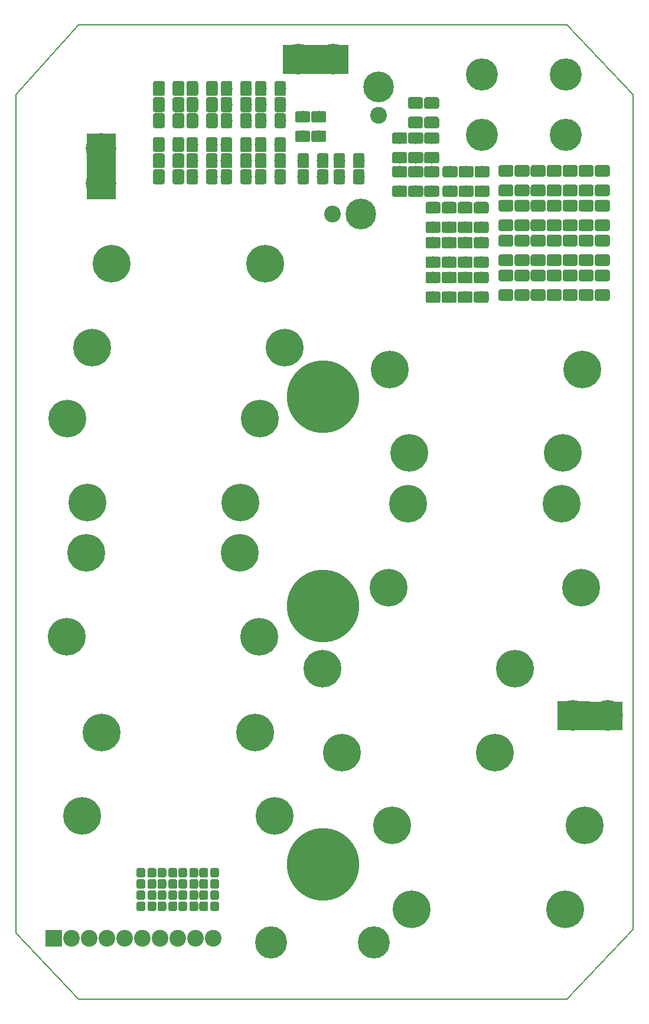
<source format=gbr>
G04 #@! TF.GenerationSoftware,KiCad,Pcbnew,(5.1.0)-1*
G04 #@! TF.CreationDate,2019-05-23T14:19:01+02:00*
G04 #@! TF.ProjectId,relay_card,72656c61-795f-4636-9172-642e6b696361,rev?*
G04 #@! TF.SameCoordinates,Original*
G04 #@! TF.FileFunction,Soldermask,Top*
G04 #@! TF.FilePolarity,Negative*
%FSLAX46Y46*%
G04 Gerber Fmt 4.6, Leading zero omitted, Abs format (unit mm)*
G04 Created by KiCad (PCBNEW (5.1.0)-1) date 2019-05-23 14:19:01*
%MOMM*%
%LPD*%
G04 APERTURE LIST*
%ADD10C,0.150000*%
%ADD11C,0.100000*%
%ADD12C,5.400000*%
%ADD13C,4.600000*%
%ADD14C,2.400000*%
%ADD15R,2.400000X2.400000*%
%ADD16C,1.275000*%
%ADD17C,1.650000*%
%ADD18C,4.400000*%
%ADD19C,10.400000*%
G04 APERTURE END LIST*
D10*
X160000000Y-29900000D02*
X169500000Y-39900000D01*
X90000000Y-169400000D02*
X81000000Y-159900000D01*
X160000000Y-169400000D02*
X169500000Y-159400000D01*
X90000000Y-29900000D02*
X81000000Y-39900000D01*
X160000000Y-29900000D02*
X90000000Y-29900000D01*
X169500000Y-159400000D02*
X169500000Y-39900000D01*
X90000000Y-169400000D02*
X160000000Y-169400000D01*
X81000000Y-39900000D02*
X81000000Y-159900000D01*
D11*
G36*
X119300000Y-32780000D02*
G01*
X128600000Y-32790000D01*
X128600000Y-36830000D01*
X119300000Y-36820000D01*
X119300000Y-32780000D01*
G37*
X119300000Y-32780000D02*
X128600000Y-32790000D01*
X128600000Y-36830000D01*
X119300000Y-36820000D01*
X119300000Y-32780000D01*
G36*
X91180000Y-54800000D02*
G01*
X91190000Y-45500000D01*
X95230000Y-45500000D01*
X95220000Y-54800000D01*
X91180000Y-54800000D01*
G37*
X91180000Y-54800000D02*
X91190000Y-45500000D01*
X95230000Y-45500000D01*
X95220000Y-54800000D01*
X91180000Y-54800000D01*
G36*
X158600000Y-126780000D02*
G01*
X167900000Y-126790000D01*
X167900000Y-130830000D01*
X158600000Y-130820000D01*
X158600000Y-126780000D01*
G37*
X158600000Y-126780000D02*
X167900000Y-126790000D01*
X167900000Y-130830000D01*
X158600000Y-130820000D01*
X158600000Y-126780000D01*
D12*
X134900000Y-144500000D03*
X162500000Y-144500000D03*
X159700000Y-156500000D03*
X137700000Y-156500000D03*
X118100000Y-143200000D03*
X90500000Y-143200000D03*
X93300000Y-131200000D03*
X115300000Y-131200000D03*
X119500000Y-76100000D03*
X91900000Y-76100000D03*
X94700000Y-64100000D03*
X116700000Y-64100000D03*
X124900000Y-122100000D03*
X152500000Y-122100000D03*
X149700000Y-134100000D03*
X127700000Y-134100000D03*
X115900000Y-117500000D03*
X88300000Y-117500000D03*
X91100000Y-105500000D03*
X113100000Y-105500000D03*
X88400000Y-86300000D03*
X116000000Y-86300000D03*
X113200000Y-98300000D03*
X91200000Y-98300000D03*
X162000000Y-110500000D03*
X134400000Y-110500000D03*
X137200000Y-98500000D03*
X159200000Y-98500000D03*
X134600000Y-79200000D03*
X162200000Y-79200000D03*
X159400000Y-91200000D03*
X137400000Y-91200000D03*
D13*
X132300000Y-161300000D03*
X117600000Y-161300000D03*
X147800000Y-37000000D03*
X159800000Y-45600000D03*
X147800000Y-45600000D03*
X159800000Y-37000000D03*
D14*
X109260000Y-160700000D03*
X106720000Y-160700000D03*
X104180000Y-160700000D03*
X101640000Y-160700000D03*
X99100000Y-160700000D03*
X96560000Y-160700000D03*
X94020000Y-160700000D03*
X91480000Y-160700000D03*
X88940000Y-160700000D03*
D15*
X86400000Y-160700000D03*
D11*
G36*
X106837493Y-155426535D02*
G01*
X106868435Y-155431125D01*
X106898778Y-155438725D01*
X106928230Y-155449263D01*
X106956508Y-155462638D01*
X106983338Y-155478719D01*
X107008463Y-155497353D01*
X107031640Y-155518360D01*
X107052647Y-155541537D01*
X107071281Y-155566662D01*
X107087362Y-155593492D01*
X107100737Y-155621770D01*
X107111275Y-155651222D01*
X107118875Y-155681565D01*
X107123465Y-155712507D01*
X107125000Y-155743750D01*
X107125000Y-156456250D01*
X107123465Y-156487493D01*
X107118875Y-156518435D01*
X107111275Y-156548778D01*
X107100737Y-156578230D01*
X107087362Y-156606508D01*
X107071281Y-156633338D01*
X107052647Y-156658463D01*
X107031640Y-156681640D01*
X107008463Y-156702647D01*
X106983338Y-156721281D01*
X106956508Y-156737362D01*
X106928230Y-156750737D01*
X106898778Y-156761275D01*
X106868435Y-156768875D01*
X106837493Y-156773465D01*
X106806250Y-156775000D01*
X106168750Y-156775000D01*
X106137507Y-156773465D01*
X106106565Y-156768875D01*
X106076222Y-156761275D01*
X106046770Y-156750737D01*
X106018492Y-156737362D01*
X105991662Y-156721281D01*
X105966537Y-156702647D01*
X105943360Y-156681640D01*
X105922353Y-156658463D01*
X105903719Y-156633338D01*
X105887638Y-156606508D01*
X105874263Y-156578230D01*
X105863725Y-156548778D01*
X105856125Y-156518435D01*
X105851535Y-156487493D01*
X105850000Y-156456250D01*
X105850000Y-155743750D01*
X105851535Y-155712507D01*
X105856125Y-155681565D01*
X105863725Y-155651222D01*
X105874263Y-155621770D01*
X105887638Y-155593492D01*
X105903719Y-155566662D01*
X105922353Y-155541537D01*
X105943360Y-155518360D01*
X105966537Y-155497353D01*
X105991662Y-155478719D01*
X106018492Y-155462638D01*
X106046770Y-155449263D01*
X106076222Y-155438725D01*
X106106565Y-155431125D01*
X106137507Y-155426535D01*
X106168750Y-155425000D01*
X106806250Y-155425000D01*
X106837493Y-155426535D01*
X106837493Y-155426535D01*
G37*
D16*
X106487500Y-156100000D03*
D11*
G36*
X105262493Y-155426535D02*
G01*
X105293435Y-155431125D01*
X105323778Y-155438725D01*
X105353230Y-155449263D01*
X105381508Y-155462638D01*
X105408338Y-155478719D01*
X105433463Y-155497353D01*
X105456640Y-155518360D01*
X105477647Y-155541537D01*
X105496281Y-155566662D01*
X105512362Y-155593492D01*
X105525737Y-155621770D01*
X105536275Y-155651222D01*
X105543875Y-155681565D01*
X105548465Y-155712507D01*
X105550000Y-155743750D01*
X105550000Y-156456250D01*
X105548465Y-156487493D01*
X105543875Y-156518435D01*
X105536275Y-156548778D01*
X105525737Y-156578230D01*
X105512362Y-156606508D01*
X105496281Y-156633338D01*
X105477647Y-156658463D01*
X105456640Y-156681640D01*
X105433463Y-156702647D01*
X105408338Y-156721281D01*
X105381508Y-156737362D01*
X105353230Y-156750737D01*
X105323778Y-156761275D01*
X105293435Y-156768875D01*
X105262493Y-156773465D01*
X105231250Y-156775000D01*
X104593750Y-156775000D01*
X104562507Y-156773465D01*
X104531565Y-156768875D01*
X104501222Y-156761275D01*
X104471770Y-156750737D01*
X104443492Y-156737362D01*
X104416662Y-156721281D01*
X104391537Y-156702647D01*
X104368360Y-156681640D01*
X104347353Y-156658463D01*
X104328719Y-156633338D01*
X104312638Y-156606508D01*
X104299263Y-156578230D01*
X104288725Y-156548778D01*
X104281125Y-156518435D01*
X104276535Y-156487493D01*
X104275000Y-156456250D01*
X104275000Y-155743750D01*
X104276535Y-155712507D01*
X104281125Y-155681565D01*
X104288725Y-155651222D01*
X104299263Y-155621770D01*
X104312638Y-155593492D01*
X104328719Y-155566662D01*
X104347353Y-155541537D01*
X104368360Y-155518360D01*
X104391537Y-155497353D01*
X104416662Y-155478719D01*
X104443492Y-155462638D01*
X104471770Y-155449263D01*
X104501222Y-155438725D01*
X104531565Y-155431125D01*
X104562507Y-155426535D01*
X104593750Y-155425000D01*
X105231250Y-155425000D01*
X105262493Y-155426535D01*
X105262493Y-155426535D01*
G37*
D16*
X104912500Y-156100000D03*
D11*
G36*
X106837493Y-153826535D02*
G01*
X106868435Y-153831125D01*
X106898778Y-153838725D01*
X106928230Y-153849263D01*
X106956508Y-153862638D01*
X106983338Y-153878719D01*
X107008463Y-153897353D01*
X107031640Y-153918360D01*
X107052647Y-153941537D01*
X107071281Y-153966662D01*
X107087362Y-153993492D01*
X107100737Y-154021770D01*
X107111275Y-154051222D01*
X107118875Y-154081565D01*
X107123465Y-154112507D01*
X107125000Y-154143750D01*
X107125000Y-154856250D01*
X107123465Y-154887493D01*
X107118875Y-154918435D01*
X107111275Y-154948778D01*
X107100737Y-154978230D01*
X107087362Y-155006508D01*
X107071281Y-155033338D01*
X107052647Y-155058463D01*
X107031640Y-155081640D01*
X107008463Y-155102647D01*
X106983338Y-155121281D01*
X106956508Y-155137362D01*
X106928230Y-155150737D01*
X106898778Y-155161275D01*
X106868435Y-155168875D01*
X106837493Y-155173465D01*
X106806250Y-155175000D01*
X106168750Y-155175000D01*
X106137507Y-155173465D01*
X106106565Y-155168875D01*
X106076222Y-155161275D01*
X106046770Y-155150737D01*
X106018492Y-155137362D01*
X105991662Y-155121281D01*
X105966537Y-155102647D01*
X105943360Y-155081640D01*
X105922353Y-155058463D01*
X105903719Y-155033338D01*
X105887638Y-155006508D01*
X105874263Y-154978230D01*
X105863725Y-154948778D01*
X105856125Y-154918435D01*
X105851535Y-154887493D01*
X105850000Y-154856250D01*
X105850000Y-154143750D01*
X105851535Y-154112507D01*
X105856125Y-154081565D01*
X105863725Y-154051222D01*
X105874263Y-154021770D01*
X105887638Y-153993492D01*
X105903719Y-153966662D01*
X105922353Y-153941537D01*
X105943360Y-153918360D01*
X105966537Y-153897353D01*
X105991662Y-153878719D01*
X106018492Y-153862638D01*
X106046770Y-153849263D01*
X106076222Y-153838725D01*
X106106565Y-153831125D01*
X106137507Y-153826535D01*
X106168750Y-153825000D01*
X106806250Y-153825000D01*
X106837493Y-153826535D01*
X106837493Y-153826535D01*
G37*
D16*
X106487500Y-154500000D03*
D11*
G36*
X105262493Y-153826535D02*
G01*
X105293435Y-153831125D01*
X105323778Y-153838725D01*
X105353230Y-153849263D01*
X105381508Y-153862638D01*
X105408338Y-153878719D01*
X105433463Y-153897353D01*
X105456640Y-153918360D01*
X105477647Y-153941537D01*
X105496281Y-153966662D01*
X105512362Y-153993492D01*
X105525737Y-154021770D01*
X105536275Y-154051222D01*
X105543875Y-154081565D01*
X105548465Y-154112507D01*
X105550000Y-154143750D01*
X105550000Y-154856250D01*
X105548465Y-154887493D01*
X105543875Y-154918435D01*
X105536275Y-154948778D01*
X105525737Y-154978230D01*
X105512362Y-155006508D01*
X105496281Y-155033338D01*
X105477647Y-155058463D01*
X105456640Y-155081640D01*
X105433463Y-155102647D01*
X105408338Y-155121281D01*
X105381508Y-155137362D01*
X105353230Y-155150737D01*
X105323778Y-155161275D01*
X105293435Y-155168875D01*
X105262493Y-155173465D01*
X105231250Y-155175000D01*
X104593750Y-155175000D01*
X104562507Y-155173465D01*
X104531565Y-155168875D01*
X104501222Y-155161275D01*
X104471770Y-155150737D01*
X104443492Y-155137362D01*
X104416662Y-155121281D01*
X104391537Y-155102647D01*
X104368360Y-155081640D01*
X104347353Y-155058463D01*
X104328719Y-155033338D01*
X104312638Y-155006508D01*
X104299263Y-154978230D01*
X104288725Y-154948778D01*
X104281125Y-154918435D01*
X104276535Y-154887493D01*
X104275000Y-154856250D01*
X104275000Y-154143750D01*
X104276535Y-154112507D01*
X104281125Y-154081565D01*
X104288725Y-154051222D01*
X104299263Y-154021770D01*
X104312638Y-153993492D01*
X104328719Y-153966662D01*
X104347353Y-153941537D01*
X104368360Y-153918360D01*
X104391537Y-153897353D01*
X104416662Y-153878719D01*
X104443492Y-153862638D01*
X104471770Y-153849263D01*
X104501222Y-153838725D01*
X104531565Y-153831125D01*
X104562507Y-153826535D01*
X104593750Y-153825000D01*
X105231250Y-153825000D01*
X105262493Y-153826535D01*
X105262493Y-153826535D01*
G37*
D16*
X104912500Y-154500000D03*
D11*
G36*
X106837493Y-152226535D02*
G01*
X106868435Y-152231125D01*
X106898778Y-152238725D01*
X106928230Y-152249263D01*
X106956508Y-152262638D01*
X106983338Y-152278719D01*
X107008463Y-152297353D01*
X107031640Y-152318360D01*
X107052647Y-152341537D01*
X107071281Y-152366662D01*
X107087362Y-152393492D01*
X107100737Y-152421770D01*
X107111275Y-152451222D01*
X107118875Y-152481565D01*
X107123465Y-152512507D01*
X107125000Y-152543750D01*
X107125000Y-153256250D01*
X107123465Y-153287493D01*
X107118875Y-153318435D01*
X107111275Y-153348778D01*
X107100737Y-153378230D01*
X107087362Y-153406508D01*
X107071281Y-153433338D01*
X107052647Y-153458463D01*
X107031640Y-153481640D01*
X107008463Y-153502647D01*
X106983338Y-153521281D01*
X106956508Y-153537362D01*
X106928230Y-153550737D01*
X106898778Y-153561275D01*
X106868435Y-153568875D01*
X106837493Y-153573465D01*
X106806250Y-153575000D01*
X106168750Y-153575000D01*
X106137507Y-153573465D01*
X106106565Y-153568875D01*
X106076222Y-153561275D01*
X106046770Y-153550737D01*
X106018492Y-153537362D01*
X105991662Y-153521281D01*
X105966537Y-153502647D01*
X105943360Y-153481640D01*
X105922353Y-153458463D01*
X105903719Y-153433338D01*
X105887638Y-153406508D01*
X105874263Y-153378230D01*
X105863725Y-153348778D01*
X105856125Y-153318435D01*
X105851535Y-153287493D01*
X105850000Y-153256250D01*
X105850000Y-152543750D01*
X105851535Y-152512507D01*
X105856125Y-152481565D01*
X105863725Y-152451222D01*
X105874263Y-152421770D01*
X105887638Y-152393492D01*
X105903719Y-152366662D01*
X105922353Y-152341537D01*
X105943360Y-152318360D01*
X105966537Y-152297353D01*
X105991662Y-152278719D01*
X106018492Y-152262638D01*
X106046770Y-152249263D01*
X106076222Y-152238725D01*
X106106565Y-152231125D01*
X106137507Y-152226535D01*
X106168750Y-152225000D01*
X106806250Y-152225000D01*
X106837493Y-152226535D01*
X106837493Y-152226535D01*
G37*
D16*
X106487500Y-152900000D03*
D11*
G36*
X105262493Y-152226535D02*
G01*
X105293435Y-152231125D01*
X105323778Y-152238725D01*
X105353230Y-152249263D01*
X105381508Y-152262638D01*
X105408338Y-152278719D01*
X105433463Y-152297353D01*
X105456640Y-152318360D01*
X105477647Y-152341537D01*
X105496281Y-152366662D01*
X105512362Y-152393492D01*
X105525737Y-152421770D01*
X105536275Y-152451222D01*
X105543875Y-152481565D01*
X105548465Y-152512507D01*
X105550000Y-152543750D01*
X105550000Y-153256250D01*
X105548465Y-153287493D01*
X105543875Y-153318435D01*
X105536275Y-153348778D01*
X105525737Y-153378230D01*
X105512362Y-153406508D01*
X105496281Y-153433338D01*
X105477647Y-153458463D01*
X105456640Y-153481640D01*
X105433463Y-153502647D01*
X105408338Y-153521281D01*
X105381508Y-153537362D01*
X105353230Y-153550737D01*
X105323778Y-153561275D01*
X105293435Y-153568875D01*
X105262493Y-153573465D01*
X105231250Y-153575000D01*
X104593750Y-153575000D01*
X104562507Y-153573465D01*
X104531565Y-153568875D01*
X104501222Y-153561275D01*
X104471770Y-153550737D01*
X104443492Y-153537362D01*
X104416662Y-153521281D01*
X104391537Y-153502647D01*
X104368360Y-153481640D01*
X104347353Y-153458463D01*
X104328719Y-153433338D01*
X104312638Y-153406508D01*
X104299263Y-153378230D01*
X104288725Y-153348778D01*
X104281125Y-153318435D01*
X104276535Y-153287493D01*
X104275000Y-153256250D01*
X104275000Y-152543750D01*
X104276535Y-152512507D01*
X104281125Y-152481565D01*
X104288725Y-152451222D01*
X104299263Y-152421770D01*
X104312638Y-152393492D01*
X104328719Y-152366662D01*
X104347353Y-152341537D01*
X104368360Y-152318360D01*
X104391537Y-152297353D01*
X104416662Y-152278719D01*
X104443492Y-152262638D01*
X104471770Y-152249263D01*
X104501222Y-152238725D01*
X104531565Y-152231125D01*
X104562507Y-152226535D01*
X104593750Y-152225000D01*
X105231250Y-152225000D01*
X105262493Y-152226535D01*
X105262493Y-152226535D01*
G37*
D16*
X104912500Y-152900000D03*
D11*
G36*
X106837493Y-150626535D02*
G01*
X106868435Y-150631125D01*
X106898778Y-150638725D01*
X106928230Y-150649263D01*
X106956508Y-150662638D01*
X106983338Y-150678719D01*
X107008463Y-150697353D01*
X107031640Y-150718360D01*
X107052647Y-150741537D01*
X107071281Y-150766662D01*
X107087362Y-150793492D01*
X107100737Y-150821770D01*
X107111275Y-150851222D01*
X107118875Y-150881565D01*
X107123465Y-150912507D01*
X107125000Y-150943750D01*
X107125000Y-151656250D01*
X107123465Y-151687493D01*
X107118875Y-151718435D01*
X107111275Y-151748778D01*
X107100737Y-151778230D01*
X107087362Y-151806508D01*
X107071281Y-151833338D01*
X107052647Y-151858463D01*
X107031640Y-151881640D01*
X107008463Y-151902647D01*
X106983338Y-151921281D01*
X106956508Y-151937362D01*
X106928230Y-151950737D01*
X106898778Y-151961275D01*
X106868435Y-151968875D01*
X106837493Y-151973465D01*
X106806250Y-151975000D01*
X106168750Y-151975000D01*
X106137507Y-151973465D01*
X106106565Y-151968875D01*
X106076222Y-151961275D01*
X106046770Y-151950737D01*
X106018492Y-151937362D01*
X105991662Y-151921281D01*
X105966537Y-151902647D01*
X105943360Y-151881640D01*
X105922353Y-151858463D01*
X105903719Y-151833338D01*
X105887638Y-151806508D01*
X105874263Y-151778230D01*
X105863725Y-151748778D01*
X105856125Y-151718435D01*
X105851535Y-151687493D01*
X105850000Y-151656250D01*
X105850000Y-150943750D01*
X105851535Y-150912507D01*
X105856125Y-150881565D01*
X105863725Y-150851222D01*
X105874263Y-150821770D01*
X105887638Y-150793492D01*
X105903719Y-150766662D01*
X105922353Y-150741537D01*
X105943360Y-150718360D01*
X105966537Y-150697353D01*
X105991662Y-150678719D01*
X106018492Y-150662638D01*
X106046770Y-150649263D01*
X106076222Y-150638725D01*
X106106565Y-150631125D01*
X106137507Y-150626535D01*
X106168750Y-150625000D01*
X106806250Y-150625000D01*
X106837493Y-150626535D01*
X106837493Y-150626535D01*
G37*
D16*
X106487500Y-151300000D03*
D11*
G36*
X105262493Y-150626535D02*
G01*
X105293435Y-150631125D01*
X105323778Y-150638725D01*
X105353230Y-150649263D01*
X105381508Y-150662638D01*
X105408338Y-150678719D01*
X105433463Y-150697353D01*
X105456640Y-150718360D01*
X105477647Y-150741537D01*
X105496281Y-150766662D01*
X105512362Y-150793492D01*
X105525737Y-150821770D01*
X105536275Y-150851222D01*
X105543875Y-150881565D01*
X105548465Y-150912507D01*
X105550000Y-150943750D01*
X105550000Y-151656250D01*
X105548465Y-151687493D01*
X105543875Y-151718435D01*
X105536275Y-151748778D01*
X105525737Y-151778230D01*
X105512362Y-151806508D01*
X105496281Y-151833338D01*
X105477647Y-151858463D01*
X105456640Y-151881640D01*
X105433463Y-151902647D01*
X105408338Y-151921281D01*
X105381508Y-151937362D01*
X105353230Y-151950737D01*
X105323778Y-151961275D01*
X105293435Y-151968875D01*
X105262493Y-151973465D01*
X105231250Y-151975000D01*
X104593750Y-151975000D01*
X104562507Y-151973465D01*
X104531565Y-151968875D01*
X104501222Y-151961275D01*
X104471770Y-151950737D01*
X104443492Y-151937362D01*
X104416662Y-151921281D01*
X104391537Y-151902647D01*
X104368360Y-151881640D01*
X104347353Y-151858463D01*
X104328719Y-151833338D01*
X104312638Y-151806508D01*
X104299263Y-151778230D01*
X104288725Y-151748778D01*
X104281125Y-151718435D01*
X104276535Y-151687493D01*
X104275000Y-151656250D01*
X104275000Y-150943750D01*
X104276535Y-150912507D01*
X104281125Y-150881565D01*
X104288725Y-150851222D01*
X104299263Y-150821770D01*
X104312638Y-150793492D01*
X104328719Y-150766662D01*
X104347353Y-150741537D01*
X104368360Y-150718360D01*
X104391537Y-150697353D01*
X104416662Y-150678719D01*
X104443492Y-150662638D01*
X104471770Y-150649263D01*
X104501222Y-150638725D01*
X104531565Y-150631125D01*
X104562507Y-150626535D01*
X104593750Y-150625000D01*
X105231250Y-150625000D01*
X105262493Y-150626535D01*
X105262493Y-150626535D01*
G37*
D16*
X104912500Y-151300000D03*
D11*
G36*
X102262493Y-155426535D02*
G01*
X102293435Y-155431125D01*
X102323778Y-155438725D01*
X102353230Y-155449263D01*
X102381508Y-155462638D01*
X102408338Y-155478719D01*
X102433463Y-155497353D01*
X102456640Y-155518360D01*
X102477647Y-155541537D01*
X102496281Y-155566662D01*
X102512362Y-155593492D01*
X102525737Y-155621770D01*
X102536275Y-155651222D01*
X102543875Y-155681565D01*
X102548465Y-155712507D01*
X102550000Y-155743750D01*
X102550000Y-156456250D01*
X102548465Y-156487493D01*
X102543875Y-156518435D01*
X102536275Y-156548778D01*
X102525737Y-156578230D01*
X102512362Y-156606508D01*
X102496281Y-156633338D01*
X102477647Y-156658463D01*
X102456640Y-156681640D01*
X102433463Y-156702647D01*
X102408338Y-156721281D01*
X102381508Y-156737362D01*
X102353230Y-156750737D01*
X102323778Y-156761275D01*
X102293435Y-156768875D01*
X102262493Y-156773465D01*
X102231250Y-156775000D01*
X101593750Y-156775000D01*
X101562507Y-156773465D01*
X101531565Y-156768875D01*
X101501222Y-156761275D01*
X101471770Y-156750737D01*
X101443492Y-156737362D01*
X101416662Y-156721281D01*
X101391537Y-156702647D01*
X101368360Y-156681640D01*
X101347353Y-156658463D01*
X101328719Y-156633338D01*
X101312638Y-156606508D01*
X101299263Y-156578230D01*
X101288725Y-156548778D01*
X101281125Y-156518435D01*
X101276535Y-156487493D01*
X101275000Y-156456250D01*
X101275000Y-155743750D01*
X101276535Y-155712507D01*
X101281125Y-155681565D01*
X101288725Y-155651222D01*
X101299263Y-155621770D01*
X101312638Y-155593492D01*
X101328719Y-155566662D01*
X101347353Y-155541537D01*
X101368360Y-155518360D01*
X101391537Y-155497353D01*
X101416662Y-155478719D01*
X101443492Y-155462638D01*
X101471770Y-155449263D01*
X101501222Y-155438725D01*
X101531565Y-155431125D01*
X101562507Y-155426535D01*
X101593750Y-155425000D01*
X102231250Y-155425000D01*
X102262493Y-155426535D01*
X102262493Y-155426535D01*
G37*
D16*
X101912500Y-156100000D03*
D11*
G36*
X103837493Y-155426535D02*
G01*
X103868435Y-155431125D01*
X103898778Y-155438725D01*
X103928230Y-155449263D01*
X103956508Y-155462638D01*
X103983338Y-155478719D01*
X104008463Y-155497353D01*
X104031640Y-155518360D01*
X104052647Y-155541537D01*
X104071281Y-155566662D01*
X104087362Y-155593492D01*
X104100737Y-155621770D01*
X104111275Y-155651222D01*
X104118875Y-155681565D01*
X104123465Y-155712507D01*
X104125000Y-155743750D01*
X104125000Y-156456250D01*
X104123465Y-156487493D01*
X104118875Y-156518435D01*
X104111275Y-156548778D01*
X104100737Y-156578230D01*
X104087362Y-156606508D01*
X104071281Y-156633338D01*
X104052647Y-156658463D01*
X104031640Y-156681640D01*
X104008463Y-156702647D01*
X103983338Y-156721281D01*
X103956508Y-156737362D01*
X103928230Y-156750737D01*
X103898778Y-156761275D01*
X103868435Y-156768875D01*
X103837493Y-156773465D01*
X103806250Y-156775000D01*
X103168750Y-156775000D01*
X103137507Y-156773465D01*
X103106565Y-156768875D01*
X103076222Y-156761275D01*
X103046770Y-156750737D01*
X103018492Y-156737362D01*
X102991662Y-156721281D01*
X102966537Y-156702647D01*
X102943360Y-156681640D01*
X102922353Y-156658463D01*
X102903719Y-156633338D01*
X102887638Y-156606508D01*
X102874263Y-156578230D01*
X102863725Y-156548778D01*
X102856125Y-156518435D01*
X102851535Y-156487493D01*
X102850000Y-156456250D01*
X102850000Y-155743750D01*
X102851535Y-155712507D01*
X102856125Y-155681565D01*
X102863725Y-155651222D01*
X102874263Y-155621770D01*
X102887638Y-155593492D01*
X102903719Y-155566662D01*
X102922353Y-155541537D01*
X102943360Y-155518360D01*
X102966537Y-155497353D01*
X102991662Y-155478719D01*
X103018492Y-155462638D01*
X103046770Y-155449263D01*
X103076222Y-155438725D01*
X103106565Y-155431125D01*
X103137507Y-155426535D01*
X103168750Y-155425000D01*
X103806250Y-155425000D01*
X103837493Y-155426535D01*
X103837493Y-155426535D01*
G37*
D16*
X103487500Y-156100000D03*
D11*
G36*
X102262493Y-153826535D02*
G01*
X102293435Y-153831125D01*
X102323778Y-153838725D01*
X102353230Y-153849263D01*
X102381508Y-153862638D01*
X102408338Y-153878719D01*
X102433463Y-153897353D01*
X102456640Y-153918360D01*
X102477647Y-153941537D01*
X102496281Y-153966662D01*
X102512362Y-153993492D01*
X102525737Y-154021770D01*
X102536275Y-154051222D01*
X102543875Y-154081565D01*
X102548465Y-154112507D01*
X102550000Y-154143750D01*
X102550000Y-154856250D01*
X102548465Y-154887493D01*
X102543875Y-154918435D01*
X102536275Y-154948778D01*
X102525737Y-154978230D01*
X102512362Y-155006508D01*
X102496281Y-155033338D01*
X102477647Y-155058463D01*
X102456640Y-155081640D01*
X102433463Y-155102647D01*
X102408338Y-155121281D01*
X102381508Y-155137362D01*
X102353230Y-155150737D01*
X102323778Y-155161275D01*
X102293435Y-155168875D01*
X102262493Y-155173465D01*
X102231250Y-155175000D01*
X101593750Y-155175000D01*
X101562507Y-155173465D01*
X101531565Y-155168875D01*
X101501222Y-155161275D01*
X101471770Y-155150737D01*
X101443492Y-155137362D01*
X101416662Y-155121281D01*
X101391537Y-155102647D01*
X101368360Y-155081640D01*
X101347353Y-155058463D01*
X101328719Y-155033338D01*
X101312638Y-155006508D01*
X101299263Y-154978230D01*
X101288725Y-154948778D01*
X101281125Y-154918435D01*
X101276535Y-154887493D01*
X101275000Y-154856250D01*
X101275000Y-154143750D01*
X101276535Y-154112507D01*
X101281125Y-154081565D01*
X101288725Y-154051222D01*
X101299263Y-154021770D01*
X101312638Y-153993492D01*
X101328719Y-153966662D01*
X101347353Y-153941537D01*
X101368360Y-153918360D01*
X101391537Y-153897353D01*
X101416662Y-153878719D01*
X101443492Y-153862638D01*
X101471770Y-153849263D01*
X101501222Y-153838725D01*
X101531565Y-153831125D01*
X101562507Y-153826535D01*
X101593750Y-153825000D01*
X102231250Y-153825000D01*
X102262493Y-153826535D01*
X102262493Y-153826535D01*
G37*
D16*
X101912500Y-154500000D03*
D11*
G36*
X103837493Y-153826535D02*
G01*
X103868435Y-153831125D01*
X103898778Y-153838725D01*
X103928230Y-153849263D01*
X103956508Y-153862638D01*
X103983338Y-153878719D01*
X104008463Y-153897353D01*
X104031640Y-153918360D01*
X104052647Y-153941537D01*
X104071281Y-153966662D01*
X104087362Y-153993492D01*
X104100737Y-154021770D01*
X104111275Y-154051222D01*
X104118875Y-154081565D01*
X104123465Y-154112507D01*
X104125000Y-154143750D01*
X104125000Y-154856250D01*
X104123465Y-154887493D01*
X104118875Y-154918435D01*
X104111275Y-154948778D01*
X104100737Y-154978230D01*
X104087362Y-155006508D01*
X104071281Y-155033338D01*
X104052647Y-155058463D01*
X104031640Y-155081640D01*
X104008463Y-155102647D01*
X103983338Y-155121281D01*
X103956508Y-155137362D01*
X103928230Y-155150737D01*
X103898778Y-155161275D01*
X103868435Y-155168875D01*
X103837493Y-155173465D01*
X103806250Y-155175000D01*
X103168750Y-155175000D01*
X103137507Y-155173465D01*
X103106565Y-155168875D01*
X103076222Y-155161275D01*
X103046770Y-155150737D01*
X103018492Y-155137362D01*
X102991662Y-155121281D01*
X102966537Y-155102647D01*
X102943360Y-155081640D01*
X102922353Y-155058463D01*
X102903719Y-155033338D01*
X102887638Y-155006508D01*
X102874263Y-154978230D01*
X102863725Y-154948778D01*
X102856125Y-154918435D01*
X102851535Y-154887493D01*
X102850000Y-154856250D01*
X102850000Y-154143750D01*
X102851535Y-154112507D01*
X102856125Y-154081565D01*
X102863725Y-154051222D01*
X102874263Y-154021770D01*
X102887638Y-153993492D01*
X102903719Y-153966662D01*
X102922353Y-153941537D01*
X102943360Y-153918360D01*
X102966537Y-153897353D01*
X102991662Y-153878719D01*
X103018492Y-153862638D01*
X103046770Y-153849263D01*
X103076222Y-153838725D01*
X103106565Y-153831125D01*
X103137507Y-153826535D01*
X103168750Y-153825000D01*
X103806250Y-153825000D01*
X103837493Y-153826535D01*
X103837493Y-153826535D01*
G37*
D16*
X103487500Y-154500000D03*
D11*
G36*
X102262493Y-152226535D02*
G01*
X102293435Y-152231125D01*
X102323778Y-152238725D01*
X102353230Y-152249263D01*
X102381508Y-152262638D01*
X102408338Y-152278719D01*
X102433463Y-152297353D01*
X102456640Y-152318360D01*
X102477647Y-152341537D01*
X102496281Y-152366662D01*
X102512362Y-152393492D01*
X102525737Y-152421770D01*
X102536275Y-152451222D01*
X102543875Y-152481565D01*
X102548465Y-152512507D01*
X102550000Y-152543750D01*
X102550000Y-153256250D01*
X102548465Y-153287493D01*
X102543875Y-153318435D01*
X102536275Y-153348778D01*
X102525737Y-153378230D01*
X102512362Y-153406508D01*
X102496281Y-153433338D01*
X102477647Y-153458463D01*
X102456640Y-153481640D01*
X102433463Y-153502647D01*
X102408338Y-153521281D01*
X102381508Y-153537362D01*
X102353230Y-153550737D01*
X102323778Y-153561275D01*
X102293435Y-153568875D01*
X102262493Y-153573465D01*
X102231250Y-153575000D01*
X101593750Y-153575000D01*
X101562507Y-153573465D01*
X101531565Y-153568875D01*
X101501222Y-153561275D01*
X101471770Y-153550737D01*
X101443492Y-153537362D01*
X101416662Y-153521281D01*
X101391537Y-153502647D01*
X101368360Y-153481640D01*
X101347353Y-153458463D01*
X101328719Y-153433338D01*
X101312638Y-153406508D01*
X101299263Y-153378230D01*
X101288725Y-153348778D01*
X101281125Y-153318435D01*
X101276535Y-153287493D01*
X101275000Y-153256250D01*
X101275000Y-152543750D01*
X101276535Y-152512507D01*
X101281125Y-152481565D01*
X101288725Y-152451222D01*
X101299263Y-152421770D01*
X101312638Y-152393492D01*
X101328719Y-152366662D01*
X101347353Y-152341537D01*
X101368360Y-152318360D01*
X101391537Y-152297353D01*
X101416662Y-152278719D01*
X101443492Y-152262638D01*
X101471770Y-152249263D01*
X101501222Y-152238725D01*
X101531565Y-152231125D01*
X101562507Y-152226535D01*
X101593750Y-152225000D01*
X102231250Y-152225000D01*
X102262493Y-152226535D01*
X102262493Y-152226535D01*
G37*
D16*
X101912500Y-152900000D03*
D11*
G36*
X103837493Y-152226535D02*
G01*
X103868435Y-152231125D01*
X103898778Y-152238725D01*
X103928230Y-152249263D01*
X103956508Y-152262638D01*
X103983338Y-152278719D01*
X104008463Y-152297353D01*
X104031640Y-152318360D01*
X104052647Y-152341537D01*
X104071281Y-152366662D01*
X104087362Y-152393492D01*
X104100737Y-152421770D01*
X104111275Y-152451222D01*
X104118875Y-152481565D01*
X104123465Y-152512507D01*
X104125000Y-152543750D01*
X104125000Y-153256250D01*
X104123465Y-153287493D01*
X104118875Y-153318435D01*
X104111275Y-153348778D01*
X104100737Y-153378230D01*
X104087362Y-153406508D01*
X104071281Y-153433338D01*
X104052647Y-153458463D01*
X104031640Y-153481640D01*
X104008463Y-153502647D01*
X103983338Y-153521281D01*
X103956508Y-153537362D01*
X103928230Y-153550737D01*
X103898778Y-153561275D01*
X103868435Y-153568875D01*
X103837493Y-153573465D01*
X103806250Y-153575000D01*
X103168750Y-153575000D01*
X103137507Y-153573465D01*
X103106565Y-153568875D01*
X103076222Y-153561275D01*
X103046770Y-153550737D01*
X103018492Y-153537362D01*
X102991662Y-153521281D01*
X102966537Y-153502647D01*
X102943360Y-153481640D01*
X102922353Y-153458463D01*
X102903719Y-153433338D01*
X102887638Y-153406508D01*
X102874263Y-153378230D01*
X102863725Y-153348778D01*
X102856125Y-153318435D01*
X102851535Y-153287493D01*
X102850000Y-153256250D01*
X102850000Y-152543750D01*
X102851535Y-152512507D01*
X102856125Y-152481565D01*
X102863725Y-152451222D01*
X102874263Y-152421770D01*
X102887638Y-152393492D01*
X102903719Y-152366662D01*
X102922353Y-152341537D01*
X102943360Y-152318360D01*
X102966537Y-152297353D01*
X102991662Y-152278719D01*
X103018492Y-152262638D01*
X103046770Y-152249263D01*
X103076222Y-152238725D01*
X103106565Y-152231125D01*
X103137507Y-152226535D01*
X103168750Y-152225000D01*
X103806250Y-152225000D01*
X103837493Y-152226535D01*
X103837493Y-152226535D01*
G37*
D16*
X103487500Y-152900000D03*
D11*
G36*
X102262493Y-150626535D02*
G01*
X102293435Y-150631125D01*
X102323778Y-150638725D01*
X102353230Y-150649263D01*
X102381508Y-150662638D01*
X102408338Y-150678719D01*
X102433463Y-150697353D01*
X102456640Y-150718360D01*
X102477647Y-150741537D01*
X102496281Y-150766662D01*
X102512362Y-150793492D01*
X102525737Y-150821770D01*
X102536275Y-150851222D01*
X102543875Y-150881565D01*
X102548465Y-150912507D01*
X102550000Y-150943750D01*
X102550000Y-151656250D01*
X102548465Y-151687493D01*
X102543875Y-151718435D01*
X102536275Y-151748778D01*
X102525737Y-151778230D01*
X102512362Y-151806508D01*
X102496281Y-151833338D01*
X102477647Y-151858463D01*
X102456640Y-151881640D01*
X102433463Y-151902647D01*
X102408338Y-151921281D01*
X102381508Y-151937362D01*
X102353230Y-151950737D01*
X102323778Y-151961275D01*
X102293435Y-151968875D01*
X102262493Y-151973465D01*
X102231250Y-151975000D01*
X101593750Y-151975000D01*
X101562507Y-151973465D01*
X101531565Y-151968875D01*
X101501222Y-151961275D01*
X101471770Y-151950737D01*
X101443492Y-151937362D01*
X101416662Y-151921281D01*
X101391537Y-151902647D01*
X101368360Y-151881640D01*
X101347353Y-151858463D01*
X101328719Y-151833338D01*
X101312638Y-151806508D01*
X101299263Y-151778230D01*
X101288725Y-151748778D01*
X101281125Y-151718435D01*
X101276535Y-151687493D01*
X101275000Y-151656250D01*
X101275000Y-150943750D01*
X101276535Y-150912507D01*
X101281125Y-150881565D01*
X101288725Y-150851222D01*
X101299263Y-150821770D01*
X101312638Y-150793492D01*
X101328719Y-150766662D01*
X101347353Y-150741537D01*
X101368360Y-150718360D01*
X101391537Y-150697353D01*
X101416662Y-150678719D01*
X101443492Y-150662638D01*
X101471770Y-150649263D01*
X101501222Y-150638725D01*
X101531565Y-150631125D01*
X101562507Y-150626535D01*
X101593750Y-150625000D01*
X102231250Y-150625000D01*
X102262493Y-150626535D01*
X102262493Y-150626535D01*
G37*
D16*
X101912500Y-151300000D03*
D11*
G36*
X103837493Y-150626535D02*
G01*
X103868435Y-150631125D01*
X103898778Y-150638725D01*
X103928230Y-150649263D01*
X103956508Y-150662638D01*
X103983338Y-150678719D01*
X104008463Y-150697353D01*
X104031640Y-150718360D01*
X104052647Y-150741537D01*
X104071281Y-150766662D01*
X104087362Y-150793492D01*
X104100737Y-150821770D01*
X104111275Y-150851222D01*
X104118875Y-150881565D01*
X104123465Y-150912507D01*
X104125000Y-150943750D01*
X104125000Y-151656250D01*
X104123465Y-151687493D01*
X104118875Y-151718435D01*
X104111275Y-151748778D01*
X104100737Y-151778230D01*
X104087362Y-151806508D01*
X104071281Y-151833338D01*
X104052647Y-151858463D01*
X104031640Y-151881640D01*
X104008463Y-151902647D01*
X103983338Y-151921281D01*
X103956508Y-151937362D01*
X103928230Y-151950737D01*
X103898778Y-151961275D01*
X103868435Y-151968875D01*
X103837493Y-151973465D01*
X103806250Y-151975000D01*
X103168750Y-151975000D01*
X103137507Y-151973465D01*
X103106565Y-151968875D01*
X103076222Y-151961275D01*
X103046770Y-151950737D01*
X103018492Y-151937362D01*
X102991662Y-151921281D01*
X102966537Y-151902647D01*
X102943360Y-151881640D01*
X102922353Y-151858463D01*
X102903719Y-151833338D01*
X102887638Y-151806508D01*
X102874263Y-151778230D01*
X102863725Y-151748778D01*
X102856125Y-151718435D01*
X102851535Y-151687493D01*
X102850000Y-151656250D01*
X102850000Y-150943750D01*
X102851535Y-150912507D01*
X102856125Y-150881565D01*
X102863725Y-150851222D01*
X102874263Y-150821770D01*
X102887638Y-150793492D01*
X102903719Y-150766662D01*
X102922353Y-150741537D01*
X102943360Y-150718360D01*
X102966537Y-150697353D01*
X102991662Y-150678719D01*
X103018492Y-150662638D01*
X103046770Y-150649263D01*
X103076222Y-150638725D01*
X103106565Y-150631125D01*
X103137507Y-150626535D01*
X103168750Y-150625000D01*
X103806250Y-150625000D01*
X103837493Y-150626535D01*
X103837493Y-150626535D01*
G37*
D16*
X103487500Y-151300000D03*
D11*
G36*
X109837493Y-155426535D02*
G01*
X109868435Y-155431125D01*
X109898778Y-155438725D01*
X109928230Y-155449263D01*
X109956508Y-155462638D01*
X109983338Y-155478719D01*
X110008463Y-155497353D01*
X110031640Y-155518360D01*
X110052647Y-155541537D01*
X110071281Y-155566662D01*
X110087362Y-155593492D01*
X110100737Y-155621770D01*
X110111275Y-155651222D01*
X110118875Y-155681565D01*
X110123465Y-155712507D01*
X110125000Y-155743750D01*
X110125000Y-156456250D01*
X110123465Y-156487493D01*
X110118875Y-156518435D01*
X110111275Y-156548778D01*
X110100737Y-156578230D01*
X110087362Y-156606508D01*
X110071281Y-156633338D01*
X110052647Y-156658463D01*
X110031640Y-156681640D01*
X110008463Y-156702647D01*
X109983338Y-156721281D01*
X109956508Y-156737362D01*
X109928230Y-156750737D01*
X109898778Y-156761275D01*
X109868435Y-156768875D01*
X109837493Y-156773465D01*
X109806250Y-156775000D01*
X109168750Y-156775000D01*
X109137507Y-156773465D01*
X109106565Y-156768875D01*
X109076222Y-156761275D01*
X109046770Y-156750737D01*
X109018492Y-156737362D01*
X108991662Y-156721281D01*
X108966537Y-156702647D01*
X108943360Y-156681640D01*
X108922353Y-156658463D01*
X108903719Y-156633338D01*
X108887638Y-156606508D01*
X108874263Y-156578230D01*
X108863725Y-156548778D01*
X108856125Y-156518435D01*
X108851535Y-156487493D01*
X108850000Y-156456250D01*
X108850000Y-155743750D01*
X108851535Y-155712507D01*
X108856125Y-155681565D01*
X108863725Y-155651222D01*
X108874263Y-155621770D01*
X108887638Y-155593492D01*
X108903719Y-155566662D01*
X108922353Y-155541537D01*
X108943360Y-155518360D01*
X108966537Y-155497353D01*
X108991662Y-155478719D01*
X109018492Y-155462638D01*
X109046770Y-155449263D01*
X109076222Y-155438725D01*
X109106565Y-155431125D01*
X109137507Y-155426535D01*
X109168750Y-155425000D01*
X109806250Y-155425000D01*
X109837493Y-155426535D01*
X109837493Y-155426535D01*
G37*
D16*
X109487500Y-156100000D03*
D11*
G36*
X108262493Y-155426535D02*
G01*
X108293435Y-155431125D01*
X108323778Y-155438725D01*
X108353230Y-155449263D01*
X108381508Y-155462638D01*
X108408338Y-155478719D01*
X108433463Y-155497353D01*
X108456640Y-155518360D01*
X108477647Y-155541537D01*
X108496281Y-155566662D01*
X108512362Y-155593492D01*
X108525737Y-155621770D01*
X108536275Y-155651222D01*
X108543875Y-155681565D01*
X108548465Y-155712507D01*
X108550000Y-155743750D01*
X108550000Y-156456250D01*
X108548465Y-156487493D01*
X108543875Y-156518435D01*
X108536275Y-156548778D01*
X108525737Y-156578230D01*
X108512362Y-156606508D01*
X108496281Y-156633338D01*
X108477647Y-156658463D01*
X108456640Y-156681640D01*
X108433463Y-156702647D01*
X108408338Y-156721281D01*
X108381508Y-156737362D01*
X108353230Y-156750737D01*
X108323778Y-156761275D01*
X108293435Y-156768875D01*
X108262493Y-156773465D01*
X108231250Y-156775000D01*
X107593750Y-156775000D01*
X107562507Y-156773465D01*
X107531565Y-156768875D01*
X107501222Y-156761275D01*
X107471770Y-156750737D01*
X107443492Y-156737362D01*
X107416662Y-156721281D01*
X107391537Y-156702647D01*
X107368360Y-156681640D01*
X107347353Y-156658463D01*
X107328719Y-156633338D01*
X107312638Y-156606508D01*
X107299263Y-156578230D01*
X107288725Y-156548778D01*
X107281125Y-156518435D01*
X107276535Y-156487493D01*
X107275000Y-156456250D01*
X107275000Y-155743750D01*
X107276535Y-155712507D01*
X107281125Y-155681565D01*
X107288725Y-155651222D01*
X107299263Y-155621770D01*
X107312638Y-155593492D01*
X107328719Y-155566662D01*
X107347353Y-155541537D01*
X107368360Y-155518360D01*
X107391537Y-155497353D01*
X107416662Y-155478719D01*
X107443492Y-155462638D01*
X107471770Y-155449263D01*
X107501222Y-155438725D01*
X107531565Y-155431125D01*
X107562507Y-155426535D01*
X107593750Y-155425000D01*
X108231250Y-155425000D01*
X108262493Y-155426535D01*
X108262493Y-155426535D01*
G37*
D16*
X107912500Y-156100000D03*
D11*
G36*
X109837493Y-153826535D02*
G01*
X109868435Y-153831125D01*
X109898778Y-153838725D01*
X109928230Y-153849263D01*
X109956508Y-153862638D01*
X109983338Y-153878719D01*
X110008463Y-153897353D01*
X110031640Y-153918360D01*
X110052647Y-153941537D01*
X110071281Y-153966662D01*
X110087362Y-153993492D01*
X110100737Y-154021770D01*
X110111275Y-154051222D01*
X110118875Y-154081565D01*
X110123465Y-154112507D01*
X110125000Y-154143750D01*
X110125000Y-154856250D01*
X110123465Y-154887493D01*
X110118875Y-154918435D01*
X110111275Y-154948778D01*
X110100737Y-154978230D01*
X110087362Y-155006508D01*
X110071281Y-155033338D01*
X110052647Y-155058463D01*
X110031640Y-155081640D01*
X110008463Y-155102647D01*
X109983338Y-155121281D01*
X109956508Y-155137362D01*
X109928230Y-155150737D01*
X109898778Y-155161275D01*
X109868435Y-155168875D01*
X109837493Y-155173465D01*
X109806250Y-155175000D01*
X109168750Y-155175000D01*
X109137507Y-155173465D01*
X109106565Y-155168875D01*
X109076222Y-155161275D01*
X109046770Y-155150737D01*
X109018492Y-155137362D01*
X108991662Y-155121281D01*
X108966537Y-155102647D01*
X108943360Y-155081640D01*
X108922353Y-155058463D01*
X108903719Y-155033338D01*
X108887638Y-155006508D01*
X108874263Y-154978230D01*
X108863725Y-154948778D01*
X108856125Y-154918435D01*
X108851535Y-154887493D01*
X108850000Y-154856250D01*
X108850000Y-154143750D01*
X108851535Y-154112507D01*
X108856125Y-154081565D01*
X108863725Y-154051222D01*
X108874263Y-154021770D01*
X108887638Y-153993492D01*
X108903719Y-153966662D01*
X108922353Y-153941537D01*
X108943360Y-153918360D01*
X108966537Y-153897353D01*
X108991662Y-153878719D01*
X109018492Y-153862638D01*
X109046770Y-153849263D01*
X109076222Y-153838725D01*
X109106565Y-153831125D01*
X109137507Y-153826535D01*
X109168750Y-153825000D01*
X109806250Y-153825000D01*
X109837493Y-153826535D01*
X109837493Y-153826535D01*
G37*
D16*
X109487500Y-154500000D03*
D11*
G36*
X108262493Y-153826535D02*
G01*
X108293435Y-153831125D01*
X108323778Y-153838725D01*
X108353230Y-153849263D01*
X108381508Y-153862638D01*
X108408338Y-153878719D01*
X108433463Y-153897353D01*
X108456640Y-153918360D01*
X108477647Y-153941537D01*
X108496281Y-153966662D01*
X108512362Y-153993492D01*
X108525737Y-154021770D01*
X108536275Y-154051222D01*
X108543875Y-154081565D01*
X108548465Y-154112507D01*
X108550000Y-154143750D01*
X108550000Y-154856250D01*
X108548465Y-154887493D01*
X108543875Y-154918435D01*
X108536275Y-154948778D01*
X108525737Y-154978230D01*
X108512362Y-155006508D01*
X108496281Y-155033338D01*
X108477647Y-155058463D01*
X108456640Y-155081640D01*
X108433463Y-155102647D01*
X108408338Y-155121281D01*
X108381508Y-155137362D01*
X108353230Y-155150737D01*
X108323778Y-155161275D01*
X108293435Y-155168875D01*
X108262493Y-155173465D01*
X108231250Y-155175000D01*
X107593750Y-155175000D01*
X107562507Y-155173465D01*
X107531565Y-155168875D01*
X107501222Y-155161275D01*
X107471770Y-155150737D01*
X107443492Y-155137362D01*
X107416662Y-155121281D01*
X107391537Y-155102647D01*
X107368360Y-155081640D01*
X107347353Y-155058463D01*
X107328719Y-155033338D01*
X107312638Y-155006508D01*
X107299263Y-154978230D01*
X107288725Y-154948778D01*
X107281125Y-154918435D01*
X107276535Y-154887493D01*
X107275000Y-154856250D01*
X107275000Y-154143750D01*
X107276535Y-154112507D01*
X107281125Y-154081565D01*
X107288725Y-154051222D01*
X107299263Y-154021770D01*
X107312638Y-153993492D01*
X107328719Y-153966662D01*
X107347353Y-153941537D01*
X107368360Y-153918360D01*
X107391537Y-153897353D01*
X107416662Y-153878719D01*
X107443492Y-153862638D01*
X107471770Y-153849263D01*
X107501222Y-153838725D01*
X107531565Y-153831125D01*
X107562507Y-153826535D01*
X107593750Y-153825000D01*
X108231250Y-153825000D01*
X108262493Y-153826535D01*
X108262493Y-153826535D01*
G37*
D16*
X107912500Y-154500000D03*
D11*
G36*
X109837493Y-152226535D02*
G01*
X109868435Y-152231125D01*
X109898778Y-152238725D01*
X109928230Y-152249263D01*
X109956508Y-152262638D01*
X109983338Y-152278719D01*
X110008463Y-152297353D01*
X110031640Y-152318360D01*
X110052647Y-152341537D01*
X110071281Y-152366662D01*
X110087362Y-152393492D01*
X110100737Y-152421770D01*
X110111275Y-152451222D01*
X110118875Y-152481565D01*
X110123465Y-152512507D01*
X110125000Y-152543750D01*
X110125000Y-153256250D01*
X110123465Y-153287493D01*
X110118875Y-153318435D01*
X110111275Y-153348778D01*
X110100737Y-153378230D01*
X110087362Y-153406508D01*
X110071281Y-153433338D01*
X110052647Y-153458463D01*
X110031640Y-153481640D01*
X110008463Y-153502647D01*
X109983338Y-153521281D01*
X109956508Y-153537362D01*
X109928230Y-153550737D01*
X109898778Y-153561275D01*
X109868435Y-153568875D01*
X109837493Y-153573465D01*
X109806250Y-153575000D01*
X109168750Y-153575000D01*
X109137507Y-153573465D01*
X109106565Y-153568875D01*
X109076222Y-153561275D01*
X109046770Y-153550737D01*
X109018492Y-153537362D01*
X108991662Y-153521281D01*
X108966537Y-153502647D01*
X108943360Y-153481640D01*
X108922353Y-153458463D01*
X108903719Y-153433338D01*
X108887638Y-153406508D01*
X108874263Y-153378230D01*
X108863725Y-153348778D01*
X108856125Y-153318435D01*
X108851535Y-153287493D01*
X108850000Y-153256250D01*
X108850000Y-152543750D01*
X108851535Y-152512507D01*
X108856125Y-152481565D01*
X108863725Y-152451222D01*
X108874263Y-152421770D01*
X108887638Y-152393492D01*
X108903719Y-152366662D01*
X108922353Y-152341537D01*
X108943360Y-152318360D01*
X108966537Y-152297353D01*
X108991662Y-152278719D01*
X109018492Y-152262638D01*
X109046770Y-152249263D01*
X109076222Y-152238725D01*
X109106565Y-152231125D01*
X109137507Y-152226535D01*
X109168750Y-152225000D01*
X109806250Y-152225000D01*
X109837493Y-152226535D01*
X109837493Y-152226535D01*
G37*
D16*
X109487500Y-152900000D03*
D11*
G36*
X108262493Y-152226535D02*
G01*
X108293435Y-152231125D01*
X108323778Y-152238725D01*
X108353230Y-152249263D01*
X108381508Y-152262638D01*
X108408338Y-152278719D01*
X108433463Y-152297353D01*
X108456640Y-152318360D01*
X108477647Y-152341537D01*
X108496281Y-152366662D01*
X108512362Y-152393492D01*
X108525737Y-152421770D01*
X108536275Y-152451222D01*
X108543875Y-152481565D01*
X108548465Y-152512507D01*
X108550000Y-152543750D01*
X108550000Y-153256250D01*
X108548465Y-153287493D01*
X108543875Y-153318435D01*
X108536275Y-153348778D01*
X108525737Y-153378230D01*
X108512362Y-153406508D01*
X108496281Y-153433338D01*
X108477647Y-153458463D01*
X108456640Y-153481640D01*
X108433463Y-153502647D01*
X108408338Y-153521281D01*
X108381508Y-153537362D01*
X108353230Y-153550737D01*
X108323778Y-153561275D01*
X108293435Y-153568875D01*
X108262493Y-153573465D01*
X108231250Y-153575000D01*
X107593750Y-153575000D01*
X107562507Y-153573465D01*
X107531565Y-153568875D01*
X107501222Y-153561275D01*
X107471770Y-153550737D01*
X107443492Y-153537362D01*
X107416662Y-153521281D01*
X107391537Y-153502647D01*
X107368360Y-153481640D01*
X107347353Y-153458463D01*
X107328719Y-153433338D01*
X107312638Y-153406508D01*
X107299263Y-153378230D01*
X107288725Y-153348778D01*
X107281125Y-153318435D01*
X107276535Y-153287493D01*
X107275000Y-153256250D01*
X107275000Y-152543750D01*
X107276535Y-152512507D01*
X107281125Y-152481565D01*
X107288725Y-152451222D01*
X107299263Y-152421770D01*
X107312638Y-152393492D01*
X107328719Y-152366662D01*
X107347353Y-152341537D01*
X107368360Y-152318360D01*
X107391537Y-152297353D01*
X107416662Y-152278719D01*
X107443492Y-152262638D01*
X107471770Y-152249263D01*
X107501222Y-152238725D01*
X107531565Y-152231125D01*
X107562507Y-152226535D01*
X107593750Y-152225000D01*
X108231250Y-152225000D01*
X108262493Y-152226535D01*
X108262493Y-152226535D01*
G37*
D16*
X107912500Y-152900000D03*
D11*
G36*
X109837493Y-150626535D02*
G01*
X109868435Y-150631125D01*
X109898778Y-150638725D01*
X109928230Y-150649263D01*
X109956508Y-150662638D01*
X109983338Y-150678719D01*
X110008463Y-150697353D01*
X110031640Y-150718360D01*
X110052647Y-150741537D01*
X110071281Y-150766662D01*
X110087362Y-150793492D01*
X110100737Y-150821770D01*
X110111275Y-150851222D01*
X110118875Y-150881565D01*
X110123465Y-150912507D01*
X110125000Y-150943750D01*
X110125000Y-151656250D01*
X110123465Y-151687493D01*
X110118875Y-151718435D01*
X110111275Y-151748778D01*
X110100737Y-151778230D01*
X110087362Y-151806508D01*
X110071281Y-151833338D01*
X110052647Y-151858463D01*
X110031640Y-151881640D01*
X110008463Y-151902647D01*
X109983338Y-151921281D01*
X109956508Y-151937362D01*
X109928230Y-151950737D01*
X109898778Y-151961275D01*
X109868435Y-151968875D01*
X109837493Y-151973465D01*
X109806250Y-151975000D01*
X109168750Y-151975000D01*
X109137507Y-151973465D01*
X109106565Y-151968875D01*
X109076222Y-151961275D01*
X109046770Y-151950737D01*
X109018492Y-151937362D01*
X108991662Y-151921281D01*
X108966537Y-151902647D01*
X108943360Y-151881640D01*
X108922353Y-151858463D01*
X108903719Y-151833338D01*
X108887638Y-151806508D01*
X108874263Y-151778230D01*
X108863725Y-151748778D01*
X108856125Y-151718435D01*
X108851535Y-151687493D01*
X108850000Y-151656250D01*
X108850000Y-150943750D01*
X108851535Y-150912507D01*
X108856125Y-150881565D01*
X108863725Y-150851222D01*
X108874263Y-150821770D01*
X108887638Y-150793492D01*
X108903719Y-150766662D01*
X108922353Y-150741537D01*
X108943360Y-150718360D01*
X108966537Y-150697353D01*
X108991662Y-150678719D01*
X109018492Y-150662638D01*
X109046770Y-150649263D01*
X109076222Y-150638725D01*
X109106565Y-150631125D01*
X109137507Y-150626535D01*
X109168750Y-150625000D01*
X109806250Y-150625000D01*
X109837493Y-150626535D01*
X109837493Y-150626535D01*
G37*
D16*
X109487500Y-151300000D03*
D11*
G36*
X108262493Y-150626535D02*
G01*
X108293435Y-150631125D01*
X108323778Y-150638725D01*
X108353230Y-150649263D01*
X108381508Y-150662638D01*
X108408338Y-150678719D01*
X108433463Y-150697353D01*
X108456640Y-150718360D01*
X108477647Y-150741537D01*
X108496281Y-150766662D01*
X108512362Y-150793492D01*
X108525737Y-150821770D01*
X108536275Y-150851222D01*
X108543875Y-150881565D01*
X108548465Y-150912507D01*
X108550000Y-150943750D01*
X108550000Y-151656250D01*
X108548465Y-151687493D01*
X108543875Y-151718435D01*
X108536275Y-151748778D01*
X108525737Y-151778230D01*
X108512362Y-151806508D01*
X108496281Y-151833338D01*
X108477647Y-151858463D01*
X108456640Y-151881640D01*
X108433463Y-151902647D01*
X108408338Y-151921281D01*
X108381508Y-151937362D01*
X108353230Y-151950737D01*
X108323778Y-151961275D01*
X108293435Y-151968875D01*
X108262493Y-151973465D01*
X108231250Y-151975000D01*
X107593750Y-151975000D01*
X107562507Y-151973465D01*
X107531565Y-151968875D01*
X107501222Y-151961275D01*
X107471770Y-151950737D01*
X107443492Y-151937362D01*
X107416662Y-151921281D01*
X107391537Y-151902647D01*
X107368360Y-151881640D01*
X107347353Y-151858463D01*
X107328719Y-151833338D01*
X107312638Y-151806508D01*
X107299263Y-151778230D01*
X107288725Y-151748778D01*
X107281125Y-151718435D01*
X107276535Y-151687493D01*
X107275000Y-151656250D01*
X107275000Y-150943750D01*
X107276535Y-150912507D01*
X107281125Y-150881565D01*
X107288725Y-150851222D01*
X107299263Y-150821770D01*
X107312638Y-150793492D01*
X107328719Y-150766662D01*
X107347353Y-150741537D01*
X107368360Y-150718360D01*
X107391537Y-150697353D01*
X107416662Y-150678719D01*
X107443492Y-150662638D01*
X107471770Y-150649263D01*
X107501222Y-150638725D01*
X107531565Y-150631125D01*
X107562507Y-150626535D01*
X107593750Y-150625000D01*
X108231250Y-150625000D01*
X108262493Y-150626535D01*
X108262493Y-150626535D01*
G37*
D16*
X107912500Y-151300000D03*
D11*
G36*
X99262493Y-155426535D02*
G01*
X99293435Y-155431125D01*
X99323778Y-155438725D01*
X99353230Y-155449263D01*
X99381508Y-155462638D01*
X99408338Y-155478719D01*
X99433463Y-155497353D01*
X99456640Y-155518360D01*
X99477647Y-155541537D01*
X99496281Y-155566662D01*
X99512362Y-155593492D01*
X99525737Y-155621770D01*
X99536275Y-155651222D01*
X99543875Y-155681565D01*
X99548465Y-155712507D01*
X99550000Y-155743750D01*
X99550000Y-156456250D01*
X99548465Y-156487493D01*
X99543875Y-156518435D01*
X99536275Y-156548778D01*
X99525737Y-156578230D01*
X99512362Y-156606508D01*
X99496281Y-156633338D01*
X99477647Y-156658463D01*
X99456640Y-156681640D01*
X99433463Y-156702647D01*
X99408338Y-156721281D01*
X99381508Y-156737362D01*
X99353230Y-156750737D01*
X99323778Y-156761275D01*
X99293435Y-156768875D01*
X99262493Y-156773465D01*
X99231250Y-156775000D01*
X98593750Y-156775000D01*
X98562507Y-156773465D01*
X98531565Y-156768875D01*
X98501222Y-156761275D01*
X98471770Y-156750737D01*
X98443492Y-156737362D01*
X98416662Y-156721281D01*
X98391537Y-156702647D01*
X98368360Y-156681640D01*
X98347353Y-156658463D01*
X98328719Y-156633338D01*
X98312638Y-156606508D01*
X98299263Y-156578230D01*
X98288725Y-156548778D01*
X98281125Y-156518435D01*
X98276535Y-156487493D01*
X98275000Y-156456250D01*
X98275000Y-155743750D01*
X98276535Y-155712507D01*
X98281125Y-155681565D01*
X98288725Y-155651222D01*
X98299263Y-155621770D01*
X98312638Y-155593492D01*
X98328719Y-155566662D01*
X98347353Y-155541537D01*
X98368360Y-155518360D01*
X98391537Y-155497353D01*
X98416662Y-155478719D01*
X98443492Y-155462638D01*
X98471770Y-155449263D01*
X98501222Y-155438725D01*
X98531565Y-155431125D01*
X98562507Y-155426535D01*
X98593750Y-155425000D01*
X99231250Y-155425000D01*
X99262493Y-155426535D01*
X99262493Y-155426535D01*
G37*
D16*
X98912500Y-156100000D03*
D11*
G36*
X100837493Y-155426535D02*
G01*
X100868435Y-155431125D01*
X100898778Y-155438725D01*
X100928230Y-155449263D01*
X100956508Y-155462638D01*
X100983338Y-155478719D01*
X101008463Y-155497353D01*
X101031640Y-155518360D01*
X101052647Y-155541537D01*
X101071281Y-155566662D01*
X101087362Y-155593492D01*
X101100737Y-155621770D01*
X101111275Y-155651222D01*
X101118875Y-155681565D01*
X101123465Y-155712507D01*
X101125000Y-155743750D01*
X101125000Y-156456250D01*
X101123465Y-156487493D01*
X101118875Y-156518435D01*
X101111275Y-156548778D01*
X101100737Y-156578230D01*
X101087362Y-156606508D01*
X101071281Y-156633338D01*
X101052647Y-156658463D01*
X101031640Y-156681640D01*
X101008463Y-156702647D01*
X100983338Y-156721281D01*
X100956508Y-156737362D01*
X100928230Y-156750737D01*
X100898778Y-156761275D01*
X100868435Y-156768875D01*
X100837493Y-156773465D01*
X100806250Y-156775000D01*
X100168750Y-156775000D01*
X100137507Y-156773465D01*
X100106565Y-156768875D01*
X100076222Y-156761275D01*
X100046770Y-156750737D01*
X100018492Y-156737362D01*
X99991662Y-156721281D01*
X99966537Y-156702647D01*
X99943360Y-156681640D01*
X99922353Y-156658463D01*
X99903719Y-156633338D01*
X99887638Y-156606508D01*
X99874263Y-156578230D01*
X99863725Y-156548778D01*
X99856125Y-156518435D01*
X99851535Y-156487493D01*
X99850000Y-156456250D01*
X99850000Y-155743750D01*
X99851535Y-155712507D01*
X99856125Y-155681565D01*
X99863725Y-155651222D01*
X99874263Y-155621770D01*
X99887638Y-155593492D01*
X99903719Y-155566662D01*
X99922353Y-155541537D01*
X99943360Y-155518360D01*
X99966537Y-155497353D01*
X99991662Y-155478719D01*
X100018492Y-155462638D01*
X100046770Y-155449263D01*
X100076222Y-155438725D01*
X100106565Y-155431125D01*
X100137507Y-155426535D01*
X100168750Y-155425000D01*
X100806250Y-155425000D01*
X100837493Y-155426535D01*
X100837493Y-155426535D01*
G37*
D16*
X100487500Y-156100000D03*
D11*
G36*
X99262493Y-153826535D02*
G01*
X99293435Y-153831125D01*
X99323778Y-153838725D01*
X99353230Y-153849263D01*
X99381508Y-153862638D01*
X99408338Y-153878719D01*
X99433463Y-153897353D01*
X99456640Y-153918360D01*
X99477647Y-153941537D01*
X99496281Y-153966662D01*
X99512362Y-153993492D01*
X99525737Y-154021770D01*
X99536275Y-154051222D01*
X99543875Y-154081565D01*
X99548465Y-154112507D01*
X99550000Y-154143750D01*
X99550000Y-154856250D01*
X99548465Y-154887493D01*
X99543875Y-154918435D01*
X99536275Y-154948778D01*
X99525737Y-154978230D01*
X99512362Y-155006508D01*
X99496281Y-155033338D01*
X99477647Y-155058463D01*
X99456640Y-155081640D01*
X99433463Y-155102647D01*
X99408338Y-155121281D01*
X99381508Y-155137362D01*
X99353230Y-155150737D01*
X99323778Y-155161275D01*
X99293435Y-155168875D01*
X99262493Y-155173465D01*
X99231250Y-155175000D01*
X98593750Y-155175000D01*
X98562507Y-155173465D01*
X98531565Y-155168875D01*
X98501222Y-155161275D01*
X98471770Y-155150737D01*
X98443492Y-155137362D01*
X98416662Y-155121281D01*
X98391537Y-155102647D01*
X98368360Y-155081640D01*
X98347353Y-155058463D01*
X98328719Y-155033338D01*
X98312638Y-155006508D01*
X98299263Y-154978230D01*
X98288725Y-154948778D01*
X98281125Y-154918435D01*
X98276535Y-154887493D01*
X98275000Y-154856250D01*
X98275000Y-154143750D01*
X98276535Y-154112507D01*
X98281125Y-154081565D01*
X98288725Y-154051222D01*
X98299263Y-154021770D01*
X98312638Y-153993492D01*
X98328719Y-153966662D01*
X98347353Y-153941537D01*
X98368360Y-153918360D01*
X98391537Y-153897353D01*
X98416662Y-153878719D01*
X98443492Y-153862638D01*
X98471770Y-153849263D01*
X98501222Y-153838725D01*
X98531565Y-153831125D01*
X98562507Y-153826535D01*
X98593750Y-153825000D01*
X99231250Y-153825000D01*
X99262493Y-153826535D01*
X99262493Y-153826535D01*
G37*
D16*
X98912500Y-154500000D03*
D11*
G36*
X100837493Y-153826535D02*
G01*
X100868435Y-153831125D01*
X100898778Y-153838725D01*
X100928230Y-153849263D01*
X100956508Y-153862638D01*
X100983338Y-153878719D01*
X101008463Y-153897353D01*
X101031640Y-153918360D01*
X101052647Y-153941537D01*
X101071281Y-153966662D01*
X101087362Y-153993492D01*
X101100737Y-154021770D01*
X101111275Y-154051222D01*
X101118875Y-154081565D01*
X101123465Y-154112507D01*
X101125000Y-154143750D01*
X101125000Y-154856250D01*
X101123465Y-154887493D01*
X101118875Y-154918435D01*
X101111275Y-154948778D01*
X101100737Y-154978230D01*
X101087362Y-155006508D01*
X101071281Y-155033338D01*
X101052647Y-155058463D01*
X101031640Y-155081640D01*
X101008463Y-155102647D01*
X100983338Y-155121281D01*
X100956508Y-155137362D01*
X100928230Y-155150737D01*
X100898778Y-155161275D01*
X100868435Y-155168875D01*
X100837493Y-155173465D01*
X100806250Y-155175000D01*
X100168750Y-155175000D01*
X100137507Y-155173465D01*
X100106565Y-155168875D01*
X100076222Y-155161275D01*
X100046770Y-155150737D01*
X100018492Y-155137362D01*
X99991662Y-155121281D01*
X99966537Y-155102647D01*
X99943360Y-155081640D01*
X99922353Y-155058463D01*
X99903719Y-155033338D01*
X99887638Y-155006508D01*
X99874263Y-154978230D01*
X99863725Y-154948778D01*
X99856125Y-154918435D01*
X99851535Y-154887493D01*
X99850000Y-154856250D01*
X99850000Y-154143750D01*
X99851535Y-154112507D01*
X99856125Y-154081565D01*
X99863725Y-154051222D01*
X99874263Y-154021770D01*
X99887638Y-153993492D01*
X99903719Y-153966662D01*
X99922353Y-153941537D01*
X99943360Y-153918360D01*
X99966537Y-153897353D01*
X99991662Y-153878719D01*
X100018492Y-153862638D01*
X100046770Y-153849263D01*
X100076222Y-153838725D01*
X100106565Y-153831125D01*
X100137507Y-153826535D01*
X100168750Y-153825000D01*
X100806250Y-153825000D01*
X100837493Y-153826535D01*
X100837493Y-153826535D01*
G37*
D16*
X100487500Y-154500000D03*
D11*
G36*
X99262493Y-152226535D02*
G01*
X99293435Y-152231125D01*
X99323778Y-152238725D01*
X99353230Y-152249263D01*
X99381508Y-152262638D01*
X99408338Y-152278719D01*
X99433463Y-152297353D01*
X99456640Y-152318360D01*
X99477647Y-152341537D01*
X99496281Y-152366662D01*
X99512362Y-152393492D01*
X99525737Y-152421770D01*
X99536275Y-152451222D01*
X99543875Y-152481565D01*
X99548465Y-152512507D01*
X99550000Y-152543750D01*
X99550000Y-153256250D01*
X99548465Y-153287493D01*
X99543875Y-153318435D01*
X99536275Y-153348778D01*
X99525737Y-153378230D01*
X99512362Y-153406508D01*
X99496281Y-153433338D01*
X99477647Y-153458463D01*
X99456640Y-153481640D01*
X99433463Y-153502647D01*
X99408338Y-153521281D01*
X99381508Y-153537362D01*
X99353230Y-153550737D01*
X99323778Y-153561275D01*
X99293435Y-153568875D01*
X99262493Y-153573465D01*
X99231250Y-153575000D01*
X98593750Y-153575000D01*
X98562507Y-153573465D01*
X98531565Y-153568875D01*
X98501222Y-153561275D01*
X98471770Y-153550737D01*
X98443492Y-153537362D01*
X98416662Y-153521281D01*
X98391537Y-153502647D01*
X98368360Y-153481640D01*
X98347353Y-153458463D01*
X98328719Y-153433338D01*
X98312638Y-153406508D01*
X98299263Y-153378230D01*
X98288725Y-153348778D01*
X98281125Y-153318435D01*
X98276535Y-153287493D01*
X98275000Y-153256250D01*
X98275000Y-152543750D01*
X98276535Y-152512507D01*
X98281125Y-152481565D01*
X98288725Y-152451222D01*
X98299263Y-152421770D01*
X98312638Y-152393492D01*
X98328719Y-152366662D01*
X98347353Y-152341537D01*
X98368360Y-152318360D01*
X98391537Y-152297353D01*
X98416662Y-152278719D01*
X98443492Y-152262638D01*
X98471770Y-152249263D01*
X98501222Y-152238725D01*
X98531565Y-152231125D01*
X98562507Y-152226535D01*
X98593750Y-152225000D01*
X99231250Y-152225000D01*
X99262493Y-152226535D01*
X99262493Y-152226535D01*
G37*
D16*
X98912500Y-152900000D03*
D11*
G36*
X100837493Y-152226535D02*
G01*
X100868435Y-152231125D01*
X100898778Y-152238725D01*
X100928230Y-152249263D01*
X100956508Y-152262638D01*
X100983338Y-152278719D01*
X101008463Y-152297353D01*
X101031640Y-152318360D01*
X101052647Y-152341537D01*
X101071281Y-152366662D01*
X101087362Y-152393492D01*
X101100737Y-152421770D01*
X101111275Y-152451222D01*
X101118875Y-152481565D01*
X101123465Y-152512507D01*
X101125000Y-152543750D01*
X101125000Y-153256250D01*
X101123465Y-153287493D01*
X101118875Y-153318435D01*
X101111275Y-153348778D01*
X101100737Y-153378230D01*
X101087362Y-153406508D01*
X101071281Y-153433338D01*
X101052647Y-153458463D01*
X101031640Y-153481640D01*
X101008463Y-153502647D01*
X100983338Y-153521281D01*
X100956508Y-153537362D01*
X100928230Y-153550737D01*
X100898778Y-153561275D01*
X100868435Y-153568875D01*
X100837493Y-153573465D01*
X100806250Y-153575000D01*
X100168750Y-153575000D01*
X100137507Y-153573465D01*
X100106565Y-153568875D01*
X100076222Y-153561275D01*
X100046770Y-153550737D01*
X100018492Y-153537362D01*
X99991662Y-153521281D01*
X99966537Y-153502647D01*
X99943360Y-153481640D01*
X99922353Y-153458463D01*
X99903719Y-153433338D01*
X99887638Y-153406508D01*
X99874263Y-153378230D01*
X99863725Y-153348778D01*
X99856125Y-153318435D01*
X99851535Y-153287493D01*
X99850000Y-153256250D01*
X99850000Y-152543750D01*
X99851535Y-152512507D01*
X99856125Y-152481565D01*
X99863725Y-152451222D01*
X99874263Y-152421770D01*
X99887638Y-152393492D01*
X99903719Y-152366662D01*
X99922353Y-152341537D01*
X99943360Y-152318360D01*
X99966537Y-152297353D01*
X99991662Y-152278719D01*
X100018492Y-152262638D01*
X100046770Y-152249263D01*
X100076222Y-152238725D01*
X100106565Y-152231125D01*
X100137507Y-152226535D01*
X100168750Y-152225000D01*
X100806250Y-152225000D01*
X100837493Y-152226535D01*
X100837493Y-152226535D01*
G37*
D16*
X100487500Y-152900000D03*
D11*
G36*
X99262493Y-150626535D02*
G01*
X99293435Y-150631125D01*
X99323778Y-150638725D01*
X99353230Y-150649263D01*
X99381508Y-150662638D01*
X99408338Y-150678719D01*
X99433463Y-150697353D01*
X99456640Y-150718360D01*
X99477647Y-150741537D01*
X99496281Y-150766662D01*
X99512362Y-150793492D01*
X99525737Y-150821770D01*
X99536275Y-150851222D01*
X99543875Y-150881565D01*
X99548465Y-150912507D01*
X99550000Y-150943750D01*
X99550000Y-151656250D01*
X99548465Y-151687493D01*
X99543875Y-151718435D01*
X99536275Y-151748778D01*
X99525737Y-151778230D01*
X99512362Y-151806508D01*
X99496281Y-151833338D01*
X99477647Y-151858463D01*
X99456640Y-151881640D01*
X99433463Y-151902647D01*
X99408338Y-151921281D01*
X99381508Y-151937362D01*
X99353230Y-151950737D01*
X99323778Y-151961275D01*
X99293435Y-151968875D01*
X99262493Y-151973465D01*
X99231250Y-151975000D01*
X98593750Y-151975000D01*
X98562507Y-151973465D01*
X98531565Y-151968875D01*
X98501222Y-151961275D01*
X98471770Y-151950737D01*
X98443492Y-151937362D01*
X98416662Y-151921281D01*
X98391537Y-151902647D01*
X98368360Y-151881640D01*
X98347353Y-151858463D01*
X98328719Y-151833338D01*
X98312638Y-151806508D01*
X98299263Y-151778230D01*
X98288725Y-151748778D01*
X98281125Y-151718435D01*
X98276535Y-151687493D01*
X98275000Y-151656250D01*
X98275000Y-150943750D01*
X98276535Y-150912507D01*
X98281125Y-150881565D01*
X98288725Y-150851222D01*
X98299263Y-150821770D01*
X98312638Y-150793492D01*
X98328719Y-150766662D01*
X98347353Y-150741537D01*
X98368360Y-150718360D01*
X98391537Y-150697353D01*
X98416662Y-150678719D01*
X98443492Y-150662638D01*
X98471770Y-150649263D01*
X98501222Y-150638725D01*
X98531565Y-150631125D01*
X98562507Y-150626535D01*
X98593750Y-150625000D01*
X99231250Y-150625000D01*
X99262493Y-150626535D01*
X99262493Y-150626535D01*
G37*
D16*
X98912500Y-151300000D03*
D11*
G36*
X100837493Y-150626535D02*
G01*
X100868435Y-150631125D01*
X100898778Y-150638725D01*
X100928230Y-150649263D01*
X100956508Y-150662638D01*
X100983338Y-150678719D01*
X101008463Y-150697353D01*
X101031640Y-150718360D01*
X101052647Y-150741537D01*
X101071281Y-150766662D01*
X101087362Y-150793492D01*
X101100737Y-150821770D01*
X101111275Y-150851222D01*
X101118875Y-150881565D01*
X101123465Y-150912507D01*
X101125000Y-150943750D01*
X101125000Y-151656250D01*
X101123465Y-151687493D01*
X101118875Y-151718435D01*
X101111275Y-151748778D01*
X101100737Y-151778230D01*
X101087362Y-151806508D01*
X101071281Y-151833338D01*
X101052647Y-151858463D01*
X101031640Y-151881640D01*
X101008463Y-151902647D01*
X100983338Y-151921281D01*
X100956508Y-151937362D01*
X100928230Y-151950737D01*
X100898778Y-151961275D01*
X100868435Y-151968875D01*
X100837493Y-151973465D01*
X100806250Y-151975000D01*
X100168750Y-151975000D01*
X100137507Y-151973465D01*
X100106565Y-151968875D01*
X100076222Y-151961275D01*
X100046770Y-151950737D01*
X100018492Y-151937362D01*
X99991662Y-151921281D01*
X99966537Y-151902647D01*
X99943360Y-151881640D01*
X99922353Y-151858463D01*
X99903719Y-151833338D01*
X99887638Y-151806508D01*
X99874263Y-151778230D01*
X99863725Y-151748778D01*
X99856125Y-151718435D01*
X99851535Y-151687493D01*
X99850000Y-151656250D01*
X99850000Y-150943750D01*
X99851535Y-150912507D01*
X99856125Y-150881565D01*
X99863725Y-150851222D01*
X99874263Y-150821770D01*
X99887638Y-150793492D01*
X99903719Y-150766662D01*
X99922353Y-150741537D01*
X99943360Y-150718360D01*
X99966537Y-150697353D01*
X99991662Y-150678719D01*
X100018492Y-150662638D01*
X100046770Y-150649263D01*
X100076222Y-150638725D01*
X100106565Y-150631125D01*
X100137507Y-150626535D01*
X100168750Y-150625000D01*
X100806250Y-150625000D01*
X100837493Y-150626535D01*
X100837493Y-150626535D01*
G37*
D16*
X100487500Y-151300000D03*
D11*
G36*
X136777346Y-45276589D02*
G01*
X136809380Y-45281341D01*
X136840794Y-45289210D01*
X136871286Y-45300120D01*
X136900561Y-45313966D01*
X136928338Y-45330615D01*
X136954350Y-45349907D01*
X136978345Y-45371655D01*
X137000093Y-45395650D01*
X137019385Y-45421662D01*
X137036034Y-45449439D01*
X137049880Y-45478714D01*
X137060790Y-45509206D01*
X137068659Y-45540620D01*
X137073411Y-45572654D01*
X137075000Y-45605000D01*
X137075000Y-46595000D01*
X137073411Y-46627346D01*
X137068659Y-46659380D01*
X137060790Y-46690794D01*
X137049880Y-46721286D01*
X137036034Y-46750561D01*
X137019385Y-46778338D01*
X137000093Y-46804350D01*
X136978345Y-46828345D01*
X136954350Y-46850093D01*
X136928338Y-46869385D01*
X136900561Y-46886034D01*
X136871286Y-46899880D01*
X136840794Y-46910790D01*
X136809380Y-46918659D01*
X136777346Y-46923411D01*
X136745000Y-46925000D01*
X135255000Y-46925000D01*
X135222654Y-46923411D01*
X135190620Y-46918659D01*
X135159206Y-46910790D01*
X135128714Y-46899880D01*
X135099439Y-46886034D01*
X135071662Y-46869385D01*
X135045650Y-46850093D01*
X135021655Y-46828345D01*
X134999907Y-46804350D01*
X134980615Y-46778338D01*
X134963966Y-46750561D01*
X134950120Y-46721286D01*
X134939210Y-46690794D01*
X134931341Y-46659380D01*
X134926589Y-46627346D01*
X134925000Y-46595000D01*
X134925000Y-45605000D01*
X134926589Y-45572654D01*
X134931341Y-45540620D01*
X134939210Y-45509206D01*
X134950120Y-45478714D01*
X134963966Y-45449439D01*
X134980615Y-45421662D01*
X134999907Y-45395650D01*
X135021655Y-45371655D01*
X135045650Y-45349907D01*
X135071662Y-45330615D01*
X135099439Y-45313966D01*
X135128714Y-45300120D01*
X135159206Y-45289210D01*
X135190620Y-45281341D01*
X135222654Y-45276589D01*
X135255000Y-45275000D01*
X136745000Y-45275000D01*
X136777346Y-45276589D01*
X136777346Y-45276589D01*
G37*
D17*
X136000000Y-46100000D03*
D11*
G36*
X136777346Y-48076589D02*
G01*
X136809380Y-48081341D01*
X136840794Y-48089210D01*
X136871286Y-48100120D01*
X136900561Y-48113966D01*
X136928338Y-48130615D01*
X136954350Y-48149907D01*
X136978345Y-48171655D01*
X137000093Y-48195650D01*
X137019385Y-48221662D01*
X137036034Y-48249439D01*
X137049880Y-48278714D01*
X137060790Y-48309206D01*
X137068659Y-48340620D01*
X137073411Y-48372654D01*
X137075000Y-48405000D01*
X137075000Y-49395000D01*
X137073411Y-49427346D01*
X137068659Y-49459380D01*
X137060790Y-49490794D01*
X137049880Y-49521286D01*
X137036034Y-49550561D01*
X137019385Y-49578338D01*
X137000093Y-49604350D01*
X136978345Y-49628345D01*
X136954350Y-49650093D01*
X136928338Y-49669385D01*
X136900561Y-49686034D01*
X136871286Y-49699880D01*
X136840794Y-49710790D01*
X136809380Y-49718659D01*
X136777346Y-49723411D01*
X136745000Y-49725000D01*
X135255000Y-49725000D01*
X135222654Y-49723411D01*
X135190620Y-49718659D01*
X135159206Y-49710790D01*
X135128714Y-49699880D01*
X135099439Y-49686034D01*
X135071662Y-49669385D01*
X135045650Y-49650093D01*
X135021655Y-49628345D01*
X134999907Y-49604350D01*
X134980615Y-49578338D01*
X134963966Y-49550561D01*
X134950120Y-49521286D01*
X134939210Y-49490794D01*
X134931341Y-49459380D01*
X134926589Y-49427346D01*
X134925000Y-49395000D01*
X134925000Y-48405000D01*
X134926589Y-48372654D01*
X134931341Y-48340620D01*
X134939210Y-48309206D01*
X134950120Y-48278714D01*
X134963966Y-48249439D01*
X134980615Y-48221662D01*
X134999907Y-48195650D01*
X135021655Y-48171655D01*
X135045650Y-48149907D01*
X135071662Y-48130615D01*
X135099439Y-48113966D01*
X135128714Y-48100120D01*
X135159206Y-48089210D01*
X135190620Y-48081341D01*
X135222654Y-48076589D01*
X135255000Y-48075000D01*
X136745000Y-48075000D01*
X136777346Y-48076589D01*
X136777346Y-48076589D01*
G37*
D17*
X136000000Y-48900000D03*
D11*
G36*
X130677346Y-48261589D02*
G01*
X130709380Y-48266341D01*
X130740794Y-48274210D01*
X130771286Y-48285120D01*
X130800561Y-48298966D01*
X130828338Y-48315615D01*
X130854350Y-48334907D01*
X130878345Y-48356655D01*
X130900093Y-48380650D01*
X130919385Y-48406662D01*
X130936034Y-48434439D01*
X130949880Y-48463714D01*
X130960790Y-48494206D01*
X130968659Y-48525620D01*
X130973411Y-48557654D01*
X130975000Y-48590000D01*
X130975000Y-50080000D01*
X130973411Y-50112346D01*
X130968659Y-50144380D01*
X130960790Y-50175794D01*
X130949880Y-50206286D01*
X130936034Y-50235561D01*
X130919385Y-50263338D01*
X130900093Y-50289350D01*
X130878345Y-50313345D01*
X130854350Y-50335093D01*
X130828338Y-50354385D01*
X130800561Y-50371034D01*
X130771286Y-50384880D01*
X130740794Y-50395790D01*
X130709380Y-50403659D01*
X130677346Y-50408411D01*
X130645000Y-50410000D01*
X129655000Y-50410000D01*
X129622654Y-50408411D01*
X129590620Y-50403659D01*
X129559206Y-50395790D01*
X129528714Y-50384880D01*
X129499439Y-50371034D01*
X129471662Y-50354385D01*
X129445650Y-50335093D01*
X129421655Y-50313345D01*
X129399907Y-50289350D01*
X129380615Y-50263338D01*
X129363966Y-50235561D01*
X129350120Y-50206286D01*
X129339210Y-50175794D01*
X129331341Y-50144380D01*
X129326589Y-50112346D01*
X129325000Y-50080000D01*
X129325000Y-48590000D01*
X129326589Y-48557654D01*
X129331341Y-48525620D01*
X129339210Y-48494206D01*
X129350120Y-48463714D01*
X129363966Y-48434439D01*
X129380615Y-48406662D01*
X129399907Y-48380650D01*
X129421655Y-48356655D01*
X129445650Y-48334907D01*
X129471662Y-48315615D01*
X129499439Y-48298966D01*
X129528714Y-48285120D01*
X129559206Y-48274210D01*
X129590620Y-48266341D01*
X129622654Y-48261589D01*
X129655000Y-48260000D01*
X130645000Y-48260000D01*
X130677346Y-48261589D01*
X130677346Y-48261589D01*
G37*
D17*
X130150000Y-49335000D03*
D11*
G36*
X127877346Y-48261589D02*
G01*
X127909380Y-48266341D01*
X127940794Y-48274210D01*
X127971286Y-48285120D01*
X128000561Y-48298966D01*
X128028338Y-48315615D01*
X128054350Y-48334907D01*
X128078345Y-48356655D01*
X128100093Y-48380650D01*
X128119385Y-48406662D01*
X128136034Y-48434439D01*
X128149880Y-48463714D01*
X128160790Y-48494206D01*
X128168659Y-48525620D01*
X128173411Y-48557654D01*
X128175000Y-48590000D01*
X128175000Y-50080000D01*
X128173411Y-50112346D01*
X128168659Y-50144380D01*
X128160790Y-50175794D01*
X128149880Y-50206286D01*
X128136034Y-50235561D01*
X128119385Y-50263338D01*
X128100093Y-50289350D01*
X128078345Y-50313345D01*
X128054350Y-50335093D01*
X128028338Y-50354385D01*
X128000561Y-50371034D01*
X127971286Y-50384880D01*
X127940794Y-50395790D01*
X127909380Y-50403659D01*
X127877346Y-50408411D01*
X127845000Y-50410000D01*
X126855000Y-50410000D01*
X126822654Y-50408411D01*
X126790620Y-50403659D01*
X126759206Y-50395790D01*
X126728714Y-50384880D01*
X126699439Y-50371034D01*
X126671662Y-50354385D01*
X126645650Y-50335093D01*
X126621655Y-50313345D01*
X126599907Y-50289350D01*
X126580615Y-50263338D01*
X126563966Y-50235561D01*
X126550120Y-50206286D01*
X126539210Y-50175794D01*
X126531341Y-50144380D01*
X126526589Y-50112346D01*
X126525000Y-50080000D01*
X126525000Y-48590000D01*
X126526589Y-48557654D01*
X126531341Y-48525620D01*
X126539210Y-48494206D01*
X126550120Y-48463714D01*
X126563966Y-48434439D01*
X126580615Y-48406662D01*
X126599907Y-48380650D01*
X126621655Y-48356655D01*
X126645650Y-48334907D01*
X126671662Y-48315615D01*
X126699439Y-48298966D01*
X126728714Y-48285120D01*
X126759206Y-48274210D01*
X126790620Y-48266341D01*
X126822654Y-48261589D01*
X126855000Y-48260000D01*
X127845000Y-48260000D01*
X127877346Y-48261589D01*
X127877346Y-48261589D01*
G37*
D17*
X127350000Y-49335000D03*
D11*
G36*
X125502346Y-48261589D02*
G01*
X125534380Y-48266341D01*
X125565794Y-48274210D01*
X125596286Y-48285120D01*
X125625561Y-48298966D01*
X125653338Y-48315615D01*
X125679350Y-48334907D01*
X125703345Y-48356655D01*
X125725093Y-48380650D01*
X125744385Y-48406662D01*
X125761034Y-48434439D01*
X125774880Y-48463714D01*
X125785790Y-48494206D01*
X125793659Y-48525620D01*
X125798411Y-48557654D01*
X125800000Y-48590000D01*
X125800000Y-50080000D01*
X125798411Y-50112346D01*
X125793659Y-50144380D01*
X125785790Y-50175794D01*
X125774880Y-50206286D01*
X125761034Y-50235561D01*
X125744385Y-50263338D01*
X125725093Y-50289350D01*
X125703345Y-50313345D01*
X125679350Y-50335093D01*
X125653338Y-50354385D01*
X125625561Y-50371034D01*
X125596286Y-50384880D01*
X125565794Y-50395790D01*
X125534380Y-50403659D01*
X125502346Y-50408411D01*
X125470000Y-50410000D01*
X124480000Y-50410000D01*
X124447654Y-50408411D01*
X124415620Y-50403659D01*
X124384206Y-50395790D01*
X124353714Y-50384880D01*
X124324439Y-50371034D01*
X124296662Y-50354385D01*
X124270650Y-50335093D01*
X124246655Y-50313345D01*
X124224907Y-50289350D01*
X124205615Y-50263338D01*
X124188966Y-50235561D01*
X124175120Y-50206286D01*
X124164210Y-50175794D01*
X124156341Y-50144380D01*
X124151589Y-50112346D01*
X124150000Y-50080000D01*
X124150000Y-48590000D01*
X124151589Y-48557654D01*
X124156341Y-48525620D01*
X124164210Y-48494206D01*
X124175120Y-48463714D01*
X124188966Y-48434439D01*
X124205615Y-48406662D01*
X124224907Y-48380650D01*
X124246655Y-48356655D01*
X124270650Y-48334907D01*
X124296662Y-48315615D01*
X124324439Y-48298966D01*
X124353714Y-48285120D01*
X124384206Y-48274210D01*
X124415620Y-48266341D01*
X124447654Y-48261589D01*
X124480000Y-48260000D01*
X125470000Y-48260000D01*
X125502346Y-48261589D01*
X125502346Y-48261589D01*
G37*
D17*
X124975000Y-49335000D03*
D11*
G36*
X122702346Y-48261589D02*
G01*
X122734380Y-48266341D01*
X122765794Y-48274210D01*
X122796286Y-48285120D01*
X122825561Y-48298966D01*
X122853338Y-48315615D01*
X122879350Y-48334907D01*
X122903345Y-48356655D01*
X122925093Y-48380650D01*
X122944385Y-48406662D01*
X122961034Y-48434439D01*
X122974880Y-48463714D01*
X122985790Y-48494206D01*
X122993659Y-48525620D01*
X122998411Y-48557654D01*
X123000000Y-48590000D01*
X123000000Y-50080000D01*
X122998411Y-50112346D01*
X122993659Y-50144380D01*
X122985790Y-50175794D01*
X122974880Y-50206286D01*
X122961034Y-50235561D01*
X122944385Y-50263338D01*
X122925093Y-50289350D01*
X122903345Y-50313345D01*
X122879350Y-50335093D01*
X122853338Y-50354385D01*
X122825561Y-50371034D01*
X122796286Y-50384880D01*
X122765794Y-50395790D01*
X122734380Y-50403659D01*
X122702346Y-50408411D01*
X122670000Y-50410000D01*
X121680000Y-50410000D01*
X121647654Y-50408411D01*
X121615620Y-50403659D01*
X121584206Y-50395790D01*
X121553714Y-50384880D01*
X121524439Y-50371034D01*
X121496662Y-50354385D01*
X121470650Y-50335093D01*
X121446655Y-50313345D01*
X121424907Y-50289350D01*
X121405615Y-50263338D01*
X121388966Y-50235561D01*
X121375120Y-50206286D01*
X121364210Y-50175794D01*
X121356341Y-50144380D01*
X121351589Y-50112346D01*
X121350000Y-50080000D01*
X121350000Y-48590000D01*
X121351589Y-48557654D01*
X121356341Y-48525620D01*
X121364210Y-48494206D01*
X121375120Y-48463714D01*
X121388966Y-48434439D01*
X121405615Y-48406662D01*
X121424907Y-48380650D01*
X121446655Y-48356655D01*
X121470650Y-48334907D01*
X121496662Y-48315615D01*
X121524439Y-48298966D01*
X121553714Y-48285120D01*
X121584206Y-48274210D01*
X121615620Y-48266341D01*
X121647654Y-48261589D01*
X121680000Y-48260000D01*
X122670000Y-48260000D01*
X122702346Y-48261589D01*
X122702346Y-48261589D01*
G37*
D17*
X122175000Y-49335000D03*
D11*
G36*
X125177346Y-45011589D02*
G01*
X125209380Y-45016341D01*
X125240794Y-45024210D01*
X125271286Y-45035120D01*
X125300561Y-45048966D01*
X125328338Y-45065615D01*
X125354350Y-45084907D01*
X125378345Y-45106655D01*
X125400093Y-45130650D01*
X125419385Y-45156662D01*
X125436034Y-45184439D01*
X125449880Y-45213714D01*
X125460790Y-45244206D01*
X125468659Y-45275620D01*
X125473411Y-45307654D01*
X125475000Y-45340000D01*
X125475000Y-46330000D01*
X125473411Y-46362346D01*
X125468659Y-46394380D01*
X125460790Y-46425794D01*
X125449880Y-46456286D01*
X125436034Y-46485561D01*
X125419385Y-46513338D01*
X125400093Y-46539350D01*
X125378345Y-46563345D01*
X125354350Y-46585093D01*
X125328338Y-46604385D01*
X125300561Y-46621034D01*
X125271286Y-46634880D01*
X125240794Y-46645790D01*
X125209380Y-46653659D01*
X125177346Y-46658411D01*
X125145000Y-46660000D01*
X123655000Y-46660000D01*
X123622654Y-46658411D01*
X123590620Y-46653659D01*
X123559206Y-46645790D01*
X123528714Y-46634880D01*
X123499439Y-46621034D01*
X123471662Y-46604385D01*
X123445650Y-46585093D01*
X123421655Y-46563345D01*
X123399907Y-46539350D01*
X123380615Y-46513338D01*
X123363966Y-46485561D01*
X123350120Y-46456286D01*
X123339210Y-46425794D01*
X123331341Y-46394380D01*
X123326589Y-46362346D01*
X123325000Y-46330000D01*
X123325000Y-45340000D01*
X123326589Y-45307654D01*
X123331341Y-45275620D01*
X123339210Y-45244206D01*
X123350120Y-45213714D01*
X123363966Y-45184439D01*
X123380615Y-45156662D01*
X123399907Y-45130650D01*
X123421655Y-45106655D01*
X123445650Y-45084907D01*
X123471662Y-45065615D01*
X123499439Y-45048966D01*
X123528714Y-45035120D01*
X123559206Y-45024210D01*
X123590620Y-45016341D01*
X123622654Y-45011589D01*
X123655000Y-45010000D01*
X125145000Y-45010000D01*
X125177346Y-45011589D01*
X125177346Y-45011589D01*
G37*
D17*
X124400000Y-45835000D03*
D11*
G36*
X125177346Y-42211589D02*
G01*
X125209380Y-42216341D01*
X125240794Y-42224210D01*
X125271286Y-42235120D01*
X125300561Y-42248966D01*
X125328338Y-42265615D01*
X125354350Y-42284907D01*
X125378345Y-42306655D01*
X125400093Y-42330650D01*
X125419385Y-42356662D01*
X125436034Y-42384439D01*
X125449880Y-42413714D01*
X125460790Y-42444206D01*
X125468659Y-42475620D01*
X125473411Y-42507654D01*
X125475000Y-42540000D01*
X125475000Y-43530000D01*
X125473411Y-43562346D01*
X125468659Y-43594380D01*
X125460790Y-43625794D01*
X125449880Y-43656286D01*
X125436034Y-43685561D01*
X125419385Y-43713338D01*
X125400093Y-43739350D01*
X125378345Y-43763345D01*
X125354350Y-43785093D01*
X125328338Y-43804385D01*
X125300561Y-43821034D01*
X125271286Y-43834880D01*
X125240794Y-43845790D01*
X125209380Y-43853659D01*
X125177346Y-43858411D01*
X125145000Y-43860000D01*
X123655000Y-43860000D01*
X123622654Y-43858411D01*
X123590620Y-43853659D01*
X123559206Y-43845790D01*
X123528714Y-43834880D01*
X123499439Y-43821034D01*
X123471662Y-43804385D01*
X123445650Y-43785093D01*
X123421655Y-43763345D01*
X123399907Y-43739350D01*
X123380615Y-43713338D01*
X123363966Y-43685561D01*
X123350120Y-43656286D01*
X123339210Y-43625794D01*
X123331341Y-43594380D01*
X123326589Y-43562346D01*
X123325000Y-43530000D01*
X123325000Y-42540000D01*
X123326589Y-42507654D01*
X123331341Y-42475620D01*
X123339210Y-42444206D01*
X123350120Y-42413714D01*
X123363966Y-42384439D01*
X123380615Y-42356662D01*
X123399907Y-42330650D01*
X123421655Y-42306655D01*
X123445650Y-42284907D01*
X123471662Y-42265615D01*
X123499439Y-42248966D01*
X123528714Y-42235120D01*
X123559206Y-42224210D01*
X123590620Y-42216341D01*
X123622654Y-42211589D01*
X123655000Y-42210000D01*
X125145000Y-42210000D01*
X125177346Y-42211589D01*
X125177346Y-42211589D01*
G37*
D17*
X124400000Y-43035000D03*
D11*
G36*
X116602346Y-45961589D02*
G01*
X116634380Y-45966341D01*
X116665794Y-45974210D01*
X116696286Y-45985120D01*
X116725561Y-45998966D01*
X116753338Y-46015615D01*
X116779350Y-46034907D01*
X116803345Y-46056655D01*
X116825093Y-46080650D01*
X116844385Y-46106662D01*
X116861034Y-46134439D01*
X116874880Y-46163714D01*
X116885790Y-46194206D01*
X116893659Y-46225620D01*
X116898411Y-46257654D01*
X116900000Y-46290000D01*
X116900000Y-47780000D01*
X116898411Y-47812346D01*
X116893659Y-47844380D01*
X116885790Y-47875794D01*
X116874880Y-47906286D01*
X116861034Y-47935561D01*
X116844385Y-47963338D01*
X116825093Y-47989350D01*
X116803345Y-48013345D01*
X116779350Y-48035093D01*
X116753338Y-48054385D01*
X116725561Y-48071034D01*
X116696286Y-48084880D01*
X116665794Y-48095790D01*
X116634380Y-48103659D01*
X116602346Y-48108411D01*
X116570000Y-48110000D01*
X115580000Y-48110000D01*
X115547654Y-48108411D01*
X115515620Y-48103659D01*
X115484206Y-48095790D01*
X115453714Y-48084880D01*
X115424439Y-48071034D01*
X115396662Y-48054385D01*
X115370650Y-48035093D01*
X115346655Y-48013345D01*
X115324907Y-47989350D01*
X115305615Y-47963338D01*
X115288966Y-47935561D01*
X115275120Y-47906286D01*
X115264210Y-47875794D01*
X115256341Y-47844380D01*
X115251589Y-47812346D01*
X115250000Y-47780000D01*
X115250000Y-46290000D01*
X115251589Y-46257654D01*
X115256341Y-46225620D01*
X115264210Y-46194206D01*
X115275120Y-46163714D01*
X115288966Y-46134439D01*
X115305615Y-46106662D01*
X115324907Y-46080650D01*
X115346655Y-46056655D01*
X115370650Y-46034907D01*
X115396662Y-46015615D01*
X115424439Y-45998966D01*
X115453714Y-45985120D01*
X115484206Y-45974210D01*
X115515620Y-45966341D01*
X115547654Y-45961589D01*
X115580000Y-45960000D01*
X116570000Y-45960000D01*
X116602346Y-45961589D01*
X116602346Y-45961589D01*
G37*
D17*
X116075000Y-47035000D03*
D11*
G36*
X119402346Y-45961589D02*
G01*
X119434380Y-45966341D01*
X119465794Y-45974210D01*
X119496286Y-45985120D01*
X119525561Y-45998966D01*
X119553338Y-46015615D01*
X119579350Y-46034907D01*
X119603345Y-46056655D01*
X119625093Y-46080650D01*
X119644385Y-46106662D01*
X119661034Y-46134439D01*
X119674880Y-46163714D01*
X119685790Y-46194206D01*
X119693659Y-46225620D01*
X119698411Y-46257654D01*
X119700000Y-46290000D01*
X119700000Y-47780000D01*
X119698411Y-47812346D01*
X119693659Y-47844380D01*
X119685790Y-47875794D01*
X119674880Y-47906286D01*
X119661034Y-47935561D01*
X119644385Y-47963338D01*
X119625093Y-47989350D01*
X119603345Y-48013345D01*
X119579350Y-48035093D01*
X119553338Y-48054385D01*
X119525561Y-48071034D01*
X119496286Y-48084880D01*
X119465794Y-48095790D01*
X119434380Y-48103659D01*
X119402346Y-48108411D01*
X119370000Y-48110000D01*
X118380000Y-48110000D01*
X118347654Y-48108411D01*
X118315620Y-48103659D01*
X118284206Y-48095790D01*
X118253714Y-48084880D01*
X118224439Y-48071034D01*
X118196662Y-48054385D01*
X118170650Y-48035093D01*
X118146655Y-48013345D01*
X118124907Y-47989350D01*
X118105615Y-47963338D01*
X118088966Y-47935561D01*
X118075120Y-47906286D01*
X118064210Y-47875794D01*
X118056341Y-47844380D01*
X118051589Y-47812346D01*
X118050000Y-47780000D01*
X118050000Y-46290000D01*
X118051589Y-46257654D01*
X118056341Y-46225620D01*
X118064210Y-46194206D01*
X118075120Y-46163714D01*
X118088966Y-46134439D01*
X118105615Y-46106662D01*
X118124907Y-46080650D01*
X118146655Y-46056655D01*
X118170650Y-46034907D01*
X118196662Y-46015615D01*
X118224439Y-45998966D01*
X118253714Y-45985120D01*
X118284206Y-45974210D01*
X118315620Y-45966341D01*
X118347654Y-45961589D01*
X118380000Y-45960000D01*
X119370000Y-45960000D01*
X119402346Y-45961589D01*
X119402346Y-45961589D01*
G37*
D17*
X118875000Y-47035000D03*
D11*
G36*
X111702346Y-45961589D02*
G01*
X111734380Y-45966341D01*
X111765794Y-45974210D01*
X111796286Y-45985120D01*
X111825561Y-45998966D01*
X111853338Y-46015615D01*
X111879350Y-46034907D01*
X111903345Y-46056655D01*
X111925093Y-46080650D01*
X111944385Y-46106662D01*
X111961034Y-46134439D01*
X111974880Y-46163714D01*
X111985790Y-46194206D01*
X111993659Y-46225620D01*
X111998411Y-46257654D01*
X112000000Y-46290000D01*
X112000000Y-47780000D01*
X111998411Y-47812346D01*
X111993659Y-47844380D01*
X111985790Y-47875794D01*
X111974880Y-47906286D01*
X111961034Y-47935561D01*
X111944385Y-47963338D01*
X111925093Y-47989350D01*
X111903345Y-48013345D01*
X111879350Y-48035093D01*
X111853338Y-48054385D01*
X111825561Y-48071034D01*
X111796286Y-48084880D01*
X111765794Y-48095790D01*
X111734380Y-48103659D01*
X111702346Y-48108411D01*
X111670000Y-48110000D01*
X110680000Y-48110000D01*
X110647654Y-48108411D01*
X110615620Y-48103659D01*
X110584206Y-48095790D01*
X110553714Y-48084880D01*
X110524439Y-48071034D01*
X110496662Y-48054385D01*
X110470650Y-48035093D01*
X110446655Y-48013345D01*
X110424907Y-47989350D01*
X110405615Y-47963338D01*
X110388966Y-47935561D01*
X110375120Y-47906286D01*
X110364210Y-47875794D01*
X110356341Y-47844380D01*
X110351589Y-47812346D01*
X110350000Y-47780000D01*
X110350000Y-46290000D01*
X110351589Y-46257654D01*
X110356341Y-46225620D01*
X110364210Y-46194206D01*
X110375120Y-46163714D01*
X110388966Y-46134439D01*
X110405615Y-46106662D01*
X110424907Y-46080650D01*
X110446655Y-46056655D01*
X110470650Y-46034907D01*
X110496662Y-46015615D01*
X110524439Y-45998966D01*
X110553714Y-45985120D01*
X110584206Y-45974210D01*
X110615620Y-45966341D01*
X110647654Y-45961589D01*
X110680000Y-45960000D01*
X111670000Y-45960000D01*
X111702346Y-45961589D01*
X111702346Y-45961589D01*
G37*
D17*
X111175000Y-47035000D03*
D11*
G36*
X114502346Y-45961589D02*
G01*
X114534380Y-45966341D01*
X114565794Y-45974210D01*
X114596286Y-45985120D01*
X114625561Y-45998966D01*
X114653338Y-46015615D01*
X114679350Y-46034907D01*
X114703345Y-46056655D01*
X114725093Y-46080650D01*
X114744385Y-46106662D01*
X114761034Y-46134439D01*
X114774880Y-46163714D01*
X114785790Y-46194206D01*
X114793659Y-46225620D01*
X114798411Y-46257654D01*
X114800000Y-46290000D01*
X114800000Y-47780000D01*
X114798411Y-47812346D01*
X114793659Y-47844380D01*
X114785790Y-47875794D01*
X114774880Y-47906286D01*
X114761034Y-47935561D01*
X114744385Y-47963338D01*
X114725093Y-47989350D01*
X114703345Y-48013345D01*
X114679350Y-48035093D01*
X114653338Y-48054385D01*
X114625561Y-48071034D01*
X114596286Y-48084880D01*
X114565794Y-48095790D01*
X114534380Y-48103659D01*
X114502346Y-48108411D01*
X114470000Y-48110000D01*
X113480000Y-48110000D01*
X113447654Y-48108411D01*
X113415620Y-48103659D01*
X113384206Y-48095790D01*
X113353714Y-48084880D01*
X113324439Y-48071034D01*
X113296662Y-48054385D01*
X113270650Y-48035093D01*
X113246655Y-48013345D01*
X113224907Y-47989350D01*
X113205615Y-47963338D01*
X113188966Y-47935561D01*
X113175120Y-47906286D01*
X113164210Y-47875794D01*
X113156341Y-47844380D01*
X113151589Y-47812346D01*
X113150000Y-47780000D01*
X113150000Y-46290000D01*
X113151589Y-46257654D01*
X113156341Y-46225620D01*
X113164210Y-46194206D01*
X113175120Y-46163714D01*
X113188966Y-46134439D01*
X113205615Y-46106662D01*
X113224907Y-46080650D01*
X113246655Y-46056655D01*
X113270650Y-46034907D01*
X113296662Y-46015615D01*
X113324439Y-45998966D01*
X113353714Y-45985120D01*
X113384206Y-45974210D01*
X113415620Y-45966341D01*
X113447654Y-45961589D01*
X113480000Y-45960000D01*
X114470000Y-45960000D01*
X114502346Y-45961589D01*
X114502346Y-45961589D01*
G37*
D17*
X113975000Y-47035000D03*
D11*
G36*
X106802346Y-45961589D02*
G01*
X106834380Y-45966341D01*
X106865794Y-45974210D01*
X106896286Y-45985120D01*
X106925561Y-45998966D01*
X106953338Y-46015615D01*
X106979350Y-46034907D01*
X107003345Y-46056655D01*
X107025093Y-46080650D01*
X107044385Y-46106662D01*
X107061034Y-46134439D01*
X107074880Y-46163714D01*
X107085790Y-46194206D01*
X107093659Y-46225620D01*
X107098411Y-46257654D01*
X107100000Y-46290000D01*
X107100000Y-47780000D01*
X107098411Y-47812346D01*
X107093659Y-47844380D01*
X107085790Y-47875794D01*
X107074880Y-47906286D01*
X107061034Y-47935561D01*
X107044385Y-47963338D01*
X107025093Y-47989350D01*
X107003345Y-48013345D01*
X106979350Y-48035093D01*
X106953338Y-48054385D01*
X106925561Y-48071034D01*
X106896286Y-48084880D01*
X106865794Y-48095790D01*
X106834380Y-48103659D01*
X106802346Y-48108411D01*
X106770000Y-48110000D01*
X105780000Y-48110000D01*
X105747654Y-48108411D01*
X105715620Y-48103659D01*
X105684206Y-48095790D01*
X105653714Y-48084880D01*
X105624439Y-48071034D01*
X105596662Y-48054385D01*
X105570650Y-48035093D01*
X105546655Y-48013345D01*
X105524907Y-47989350D01*
X105505615Y-47963338D01*
X105488966Y-47935561D01*
X105475120Y-47906286D01*
X105464210Y-47875794D01*
X105456341Y-47844380D01*
X105451589Y-47812346D01*
X105450000Y-47780000D01*
X105450000Y-46290000D01*
X105451589Y-46257654D01*
X105456341Y-46225620D01*
X105464210Y-46194206D01*
X105475120Y-46163714D01*
X105488966Y-46134439D01*
X105505615Y-46106662D01*
X105524907Y-46080650D01*
X105546655Y-46056655D01*
X105570650Y-46034907D01*
X105596662Y-46015615D01*
X105624439Y-45998966D01*
X105653714Y-45985120D01*
X105684206Y-45974210D01*
X105715620Y-45966341D01*
X105747654Y-45961589D01*
X105780000Y-45960000D01*
X106770000Y-45960000D01*
X106802346Y-45961589D01*
X106802346Y-45961589D01*
G37*
D17*
X106275000Y-47035000D03*
D11*
G36*
X109602346Y-45961589D02*
G01*
X109634380Y-45966341D01*
X109665794Y-45974210D01*
X109696286Y-45985120D01*
X109725561Y-45998966D01*
X109753338Y-46015615D01*
X109779350Y-46034907D01*
X109803345Y-46056655D01*
X109825093Y-46080650D01*
X109844385Y-46106662D01*
X109861034Y-46134439D01*
X109874880Y-46163714D01*
X109885790Y-46194206D01*
X109893659Y-46225620D01*
X109898411Y-46257654D01*
X109900000Y-46290000D01*
X109900000Y-47780000D01*
X109898411Y-47812346D01*
X109893659Y-47844380D01*
X109885790Y-47875794D01*
X109874880Y-47906286D01*
X109861034Y-47935561D01*
X109844385Y-47963338D01*
X109825093Y-47989350D01*
X109803345Y-48013345D01*
X109779350Y-48035093D01*
X109753338Y-48054385D01*
X109725561Y-48071034D01*
X109696286Y-48084880D01*
X109665794Y-48095790D01*
X109634380Y-48103659D01*
X109602346Y-48108411D01*
X109570000Y-48110000D01*
X108580000Y-48110000D01*
X108547654Y-48108411D01*
X108515620Y-48103659D01*
X108484206Y-48095790D01*
X108453714Y-48084880D01*
X108424439Y-48071034D01*
X108396662Y-48054385D01*
X108370650Y-48035093D01*
X108346655Y-48013345D01*
X108324907Y-47989350D01*
X108305615Y-47963338D01*
X108288966Y-47935561D01*
X108275120Y-47906286D01*
X108264210Y-47875794D01*
X108256341Y-47844380D01*
X108251589Y-47812346D01*
X108250000Y-47780000D01*
X108250000Y-46290000D01*
X108251589Y-46257654D01*
X108256341Y-46225620D01*
X108264210Y-46194206D01*
X108275120Y-46163714D01*
X108288966Y-46134439D01*
X108305615Y-46106662D01*
X108324907Y-46080650D01*
X108346655Y-46056655D01*
X108370650Y-46034907D01*
X108396662Y-46015615D01*
X108424439Y-45998966D01*
X108453714Y-45985120D01*
X108484206Y-45974210D01*
X108515620Y-45966341D01*
X108547654Y-45961589D01*
X108580000Y-45960000D01*
X109570000Y-45960000D01*
X109602346Y-45961589D01*
X109602346Y-45961589D01*
G37*
D17*
X109075000Y-47035000D03*
D11*
G36*
X102002346Y-45961589D02*
G01*
X102034380Y-45966341D01*
X102065794Y-45974210D01*
X102096286Y-45985120D01*
X102125561Y-45998966D01*
X102153338Y-46015615D01*
X102179350Y-46034907D01*
X102203345Y-46056655D01*
X102225093Y-46080650D01*
X102244385Y-46106662D01*
X102261034Y-46134439D01*
X102274880Y-46163714D01*
X102285790Y-46194206D01*
X102293659Y-46225620D01*
X102298411Y-46257654D01*
X102300000Y-46290000D01*
X102300000Y-47780000D01*
X102298411Y-47812346D01*
X102293659Y-47844380D01*
X102285790Y-47875794D01*
X102274880Y-47906286D01*
X102261034Y-47935561D01*
X102244385Y-47963338D01*
X102225093Y-47989350D01*
X102203345Y-48013345D01*
X102179350Y-48035093D01*
X102153338Y-48054385D01*
X102125561Y-48071034D01*
X102096286Y-48084880D01*
X102065794Y-48095790D01*
X102034380Y-48103659D01*
X102002346Y-48108411D01*
X101970000Y-48110000D01*
X100980000Y-48110000D01*
X100947654Y-48108411D01*
X100915620Y-48103659D01*
X100884206Y-48095790D01*
X100853714Y-48084880D01*
X100824439Y-48071034D01*
X100796662Y-48054385D01*
X100770650Y-48035093D01*
X100746655Y-48013345D01*
X100724907Y-47989350D01*
X100705615Y-47963338D01*
X100688966Y-47935561D01*
X100675120Y-47906286D01*
X100664210Y-47875794D01*
X100656341Y-47844380D01*
X100651589Y-47812346D01*
X100650000Y-47780000D01*
X100650000Y-46290000D01*
X100651589Y-46257654D01*
X100656341Y-46225620D01*
X100664210Y-46194206D01*
X100675120Y-46163714D01*
X100688966Y-46134439D01*
X100705615Y-46106662D01*
X100724907Y-46080650D01*
X100746655Y-46056655D01*
X100770650Y-46034907D01*
X100796662Y-46015615D01*
X100824439Y-45998966D01*
X100853714Y-45985120D01*
X100884206Y-45974210D01*
X100915620Y-45966341D01*
X100947654Y-45961589D01*
X100980000Y-45960000D01*
X101970000Y-45960000D01*
X102002346Y-45961589D01*
X102002346Y-45961589D01*
G37*
D17*
X101475000Y-47035000D03*
D11*
G36*
X104802346Y-45961589D02*
G01*
X104834380Y-45966341D01*
X104865794Y-45974210D01*
X104896286Y-45985120D01*
X104925561Y-45998966D01*
X104953338Y-46015615D01*
X104979350Y-46034907D01*
X105003345Y-46056655D01*
X105025093Y-46080650D01*
X105044385Y-46106662D01*
X105061034Y-46134439D01*
X105074880Y-46163714D01*
X105085790Y-46194206D01*
X105093659Y-46225620D01*
X105098411Y-46257654D01*
X105100000Y-46290000D01*
X105100000Y-47780000D01*
X105098411Y-47812346D01*
X105093659Y-47844380D01*
X105085790Y-47875794D01*
X105074880Y-47906286D01*
X105061034Y-47935561D01*
X105044385Y-47963338D01*
X105025093Y-47989350D01*
X105003345Y-48013345D01*
X104979350Y-48035093D01*
X104953338Y-48054385D01*
X104925561Y-48071034D01*
X104896286Y-48084880D01*
X104865794Y-48095790D01*
X104834380Y-48103659D01*
X104802346Y-48108411D01*
X104770000Y-48110000D01*
X103780000Y-48110000D01*
X103747654Y-48108411D01*
X103715620Y-48103659D01*
X103684206Y-48095790D01*
X103653714Y-48084880D01*
X103624439Y-48071034D01*
X103596662Y-48054385D01*
X103570650Y-48035093D01*
X103546655Y-48013345D01*
X103524907Y-47989350D01*
X103505615Y-47963338D01*
X103488966Y-47935561D01*
X103475120Y-47906286D01*
X103464210Y-47875794D01*
X103456341Y-47844380D01*
X103451589Y-47812346D01*
X103450000Y-47780000D01*
X103450000Y-46290000D01*
X103451589Y-46257654D01*
X103456341Y-46225620D01*
X103464210Y-46194206D01*
X103475120Y-46163714D01*
X103488966Y-46134439D01*
X103505615Y-46106662D01*
X103524907Y-46080650D01*
X103546655Y-46056655D01*
X103570650Y-46034907D01*
X103596662Y-46015615D01*
X103624439Y-45998966D01*
X103653714Y-45985120D01*
X103684206Y-45974210D01*
X103715620Y-45966341D01*
X103747654Y-45961589D01*
X103780000Y-45960000D01*
X104770000Y-45960000D01*
X104802346Y-45961589D01*
X104802346Y-45961589D01*
G37*
D17*
X104275000Y-47035000D03*
D11*
G36*
X119417346Y-37926589D02*
G01*
X119449380Y-37931341D01*
X119480794Y-37939210D01*
X119511286Y-37950120D01*
X119540561Y-37963966D01*
X119568338Y-37980615D01*
X119594350Y-37999907D01*
X119618345Y-38021655D01*
X119640093Y-38045650D01*
X119659385Y-38071662D01*
X119676034Y-38099439D01*
X119689880Y-38128714D01*
X119700790Y-38159206D01*
X119708659Y-38190620D01*
X119713411Y-38222654D01*
X119715000Y-38255000D01*
X119715000Y-39745000D01*
X119713411Y-39777346D01*
X119708659Y-39809380D01*
X119700790Y-39840794D01*
X119689880Y-39871286D01*
X119676034Y-39900561D01*
X119659385Y-39928338D01*
X119640093Y-39954350D01*
X119618345Y-39978345D01*
X119594350Y-40000093D01*
X119568338Y-40019385D01*
X119540561Y-40036034D01*
X119511286Y-40049880D01*
X119480794Y-40060790D01*
X119449380Y-40068659D01*
X119417346Y-40073411D01*
X119385000Y-40075000D01*
X118395000Y-40075000D01*
X118362654Y-40073411D01*
X118330620Y-40068659D01*
X118299206Y-40060790D01*
X118268714Y-40049880D01*
X118239439Y-40036034D01*
X118211662Y-40019385D01*
X118185650Y-40000093D01*
X118161655Y-39978345D01*
X118139907Y-39954350D01*
X118120615Y-39928338D01*
X118103966Y-39900561D01*
X118090120Y-39871286D01*
X118079210Y-39840794D01*
X118071341Y-39809380D01*
X118066589Y-39777346D01*
X118065000Y-39745000D01*
X118065000Y-38255000D01*
X118066589Y-38222654D01*
X118071341Y-38190620D01*
X118079210Y-38159206D01*
X118090120Y-38128714D01*
X118103966Y-38099439D01*
X118120615Y-38071662D01*
X118139907Y-38045650D01*
X118161655Y-38021655D01*
X118185650Y-37999907D01*
X118211662Y-37980615D01*
X118239439Y-37963966D01*
X118268714Y-37950120D01*
X118299206Y-37939210D01*
X118330620Y-37931341D01*
X118362654Y-37926589D01*
X118395000Y-37925000D01*
X119385000Y-37925000D01*
X119417346Y-37926589D01*
X119417346Y-37926589D01*
G37*
D17*
X118890000Y-39000000D03*
D11*
G36*
X116617346Y-37926589D02*
G01*
X116649380Y-37931341D01*
X116680794Y-37939210D01*
X116711286Y-37950120D01*
X116740561Y-37963966D01*
X116768338Y-37980615D01*
X116794350Y-37999907D01*
X116818345Y-38021655D01*
X116840093Y-38045650D01*
X116859385Y-38071662D01*
X116876034Y-38099439D01*
X116889880Y-38128714D01*
X116900790Y-38159206D01*
X116908659Y-38190620D01*
X116913411Y-38222654D01*
X116915000Y-38255000D01*
X116915000Y-39745000D01*
X116913411Y-39777346D01*
X116908659Y-39809380D01*
X116900790Y-39840794D01*
X116889880Y-39871286D01*
X116876034Y-39900561D01*
X116859385Y-39928338D01*
X116840093Y-39954350D01*
X116818345Y-39978345D01*
X116794350Y-40000093D01*
X116768338Y-40019385D01*
X116740561Y-40036034D01*
X116711286Y-40049880D01*
X116680794Y-40060790D01*
X116649380Y-40068659D01*
X116617346Y-40073411D01*
X116585000Y-40075000D01*
X115595000Y-40075000D01*
X115562654Y-40073411D01*
X115530620Y-40068659D01*
X115499206Y-40060790D01*
X115468714Y-40049880D01*
X115439439Y-40036034D01*
X115411662Y-40019385D01*
X115385650Y-40000093D01*
X115361655Y-39978345D01*
X115339907Y-39954350D01*
X115320615Y-39928338D01*
X115303966Y-39900561D01*
X115290120Y-39871286D01*
X115279210Y-39840794D01*
X115271341Y-39809380D01*
X115266589Y-39777346D01*
X115265000Y-39745000D01*
X115265000Y-38255000D01*
X115266589Y-38222654D01*
X115271341Y-38190620D01*
X115279210Y-38159206D01*
X115290120Y-38128714D01*
X115303966Y-38099439D01*
X115320615Y-38071662D01*
X115339907Y-38045650D01*
X115361655Y-38021655D01*
X115385650Y-37999907D01*
X115411662Y-37980615D01*
X115439439Y-37963966D01*
X115468714Y-37950120D01*
X115499206Y-37939210D01*
X115530620Y-37931341D01*
X115562654Y-37926589D01*
X115595000Y-37925000D01*
X116585000Y-37925000D01*
X116617346Y-37926589D01*
X116617346Y-37926589D01*
G37*
D17*
X116090000Y-39000000D03*
D11*
G36*
X114517346Y-37926589D02*
G01*
X114549380Y-37931341D01*
X114580794Y-37939210D01*
X114611286Y-37950120D01*
X114640561Y-37963966D01*
X114668338Y-37980615D01*
X114694350Y-37999907D01*
X114718345Y-38021655D01*
X114740093Y-38045650D01*
X114759385Y-38071662D01*
X114776034Y-38099439D01*
X114789880Y-38128714D01*
X114800790Y-38159206D01*
X114808659Y-38190620D01*
X114813411Y-38222654D01*
X114815000Y-38255000D01*
X114815000Y-39745000D01*
X114813411Y-39777346D01*
X114808659Y-39809380D01*
X114800790Y-39840794D01*
X114789880Y-39871286D01*
X114776034Y-39900561D01*
X114759385Y-39928338D01*
X114740093Y-39954350D01*
X114718345Y-39978345D01*
X114694350Y-40000093D01*
X114668338Y-40019385D01*
X114640561Y-40036034D01*
X114611286Y-40049880D01*
X114580794Y-40060790D01*
X114549380Y-40068659D01*
X114517346Y-40073411D01*
X114485000Y-40075000D01*
X113495000Y-40075000D01*
X113462654Y-40073411D01*
X113430620Y-40068659D01*
X113399206Y-40060790D01*
X113368714Y-40049880D01*
X113339439Y-40036034D01*
X113311662Y-40019385D01*
X113285650Y-40000093D01*
X113261655Y-39978345D01*
X113239907Y-39954350D01*
X113220615Y-39928338D01*
X113203966Y-39900561D01*
X113190120Y-39871286D01*
X113179210Y-39840794D01*
X113171341Y-39809380D01*
X113166589Y-39777346D01*
X113165000Y-39745000D01*
X113165000Y-38255000D01*
X113166589Y-38222654D01*
X113171341Y-38190620D01*
X113179210Y-38159206D01*
X113190120Y-38128714D01*
X113203966Y-38099439D01*
X113220615Y-38071662D01*
X113239907Y-38045650D01*
X113261655Y-38021655D01*
X113285650Y-37999907D01*
X113311662Y-37980615D01*
X113339439Y-37963966D01*
X113368714Y-37950120D01*
X113399206Y-37939210D01*
X113430620Y-37931341D01*
X113462654Y-37926589D01*
X113495000Y-37925000D01*
X114485000Y-37925000D01*
X114517346Y-37926589D01*
X114517346Y-37926589D01*
G37*
D17*
X113990000Y-39000000D03*
D11*
G36*
X111717346Y-37926589D02*
G01*
X111749380Y-37931341D01*
X111780794Y-37939210D01*
X111811286Y-37950120D01*
X111840561Y-37963966D01*
X111868338Y-37980615D01*
X111894350Y-37999907D01*
X111918345Y-38021655D01*
X111940093Y-38045650D01*
X111959385Y-38071662D01*
X111976034Y-38099439D01*
X111989880Y-38128714D01*
X112000790Y-38159206D01*
X112008659Y-38190620D01*
X112013411Y-38222654D01*
X112015000Y-38255000D01*
X112015000Y-39745000D01*
X112013411Y-39777346D01*
X112008659Y-39809380D01*
X112000790Y-39840794D01*
X111989880Y-39871286D01*
X111976034Y-39900561D01*
X111959385Y-39928338D01*
X111940093Y-39954350D01*
X111918345Y-39978345D01*
X111894350Y-40000093D01*
X111868338Y-40019385D01*
X111840561Y-40036034D01*
X111811286Y-40049880D01*
X111780794Y-40060790D01*
X111749380Y-40068659D01*
X111717346Y-40073411D01*
X111685000Y-40075000D01*
X110695000Y-40075000D01*
X110662654Y-40073411D01*
X110630620Y-40068659D01*
X110599206Y-40060790D01*
X110568714Y-40049880D01*
X110539439Y-40036034D01*
X110511662Y-40019385D01*
X110485650Y-40000093D01*
X110461655Y-39978345D01*
X110439907Y-39954350D01*
X110420615Y-39928338D01*
X110403966Y-39900561D01*
X110390120Y-39871286D01*
X110379210Y-39840794D01*
X110371341Y-39809380D01*
X110366589Y-39777346D01*
X110365000Y-39745000D01*
X110365000Y-38255000D01*
X110366589Y-38222654D01*
X110371341Y-38190620D01*
X110379210Y-38159206D01*
X110390120Y-38128714D01*
X110403966Y-38099439D01*
X110420615Y-38071662D01*
X110439907Y-38045650D01*
X110461655Y-38021655D01*
X110485650Y-37999907D01*
X110511662Y-37980615D01*
X110539439Y-37963966D01*
X110568714Y-37950120D01*
X110599206Y-37939210D01*
X110630620Y-37931341D01*
X110662654Y-37926589D01*
X110695000Y-37925000D01*
X111685000Y-37925000D01*
X111717346Y-37926589D01*
X111717346Y-37926589D01*
G37*
D17*
X111190000Y-39000000D03*
D11*
G36*
X109617346Y-37926589D02*
G01*
X109649380Y-37931341D01*
X109680794Y-37939210D01*
X109711286Y-37950120D01*
X109740561Y-37963966D01*
X109768338Y-37980615D01*
X109794350Y-37999907D01*
X109818345Y-38021655D01*
X109840093Y-38045650D01*
X109859385Y-38071662D01*
X109876034Y-38099439D01*
X109889880Y-38128714D01*
X109900790Y-38159206D01*
X109908659Y-38190620D01*
X109913411Y-38222654D01*
X109915000Y-38255000D01*
X109915000Y-39745000D01*
X109913411Y-39777346D01*
X109908659Y-39809380D01*
X109900790Y-39840794D01*
X109889880Y-39871286D01*
X109876034Y-39900561D01*
X109859385Y-39928338D01*
X109840093Y-39954350D01*
X109818345Y-39978345D01*
X109794350Y-40000093D01*
X109768338Y-40019385D01*
X109740561Y-40036034D01*
X109711286Y-40049880D01*
X109680794Y-40060790D01*
X109649380Y-40068659D01*
X109617346Y-40073411D01*
X109585000Y-40075000D01*
X108595000Y-40075000D01*
X108562654Y-40073411D01*
X108530620Y-40068659D01*
X108499206Y-40060790D01*
X108468714Y-40049880D01*
X108439439Y-40036034D01*
X108411662Y-40019385D01*
X108385650Y-40000093D01*
X108361655Y-39978345D01*
X108339907Y-39954350D01*
X108320615Y-39928338D01*
X108303966Y-39900561D01*
X108290120Y-39871286D01*
X108279210Y-39840794D01*
X108271341Y-39809380D01*
X108266589Y-39777346D01*
X108265000Y-39745000D01*
X108265000Y-38255000D01*
X108266589Y-38222654D01*
X108271341Y-38190620D01*
X108279210Y-38159206D01*
X108290120Y-38128714D01*
X108303966Y-38099439D01*
X108320615Y-38071662D01*
X108339907Y-38045650D01*
X108361655Y-38021655D01*
X108385650Y-37999907D01*
X108411662Y-37980615D01*
X108439439Y-37963966D01*
X108468714Y-37950120D01*
X108499206Y-37939210D01*
X108530620Y-37931341D01*
X108562654Y-37926589D01*
X108595000Y-37925000D01*
X109585000Y-37925000D01*
X109617346Y-37926589D01*
X109617346Y-37926589D01*
G37*
D17*
X109090000Y-39000000D03*
D11*
G36*
X106817346Y-37926589D02*
G01*
X106849380Y-37931341D01*
X106880794Y-37939210D01*
X106911286Y-37950120D01*
X106940561Y-37963966D01*
X106968338Y-37980615D01*
X106994350Y-37999907D01*
X107018345Y-38021655D01*
X107040093Y-38045650D01*
X107059385Y-38071662D01*
X107076034Y-38099439D01*
X107089880Y-38128714D01*
X107100790Y-38159206D01*
X107108659Y-38190620D01*
X107113411Y-38222654D01*
X107115000Y-38255000D01*
X107115000Y-39745000D01*
X107113411Y-39777346D01*
X107108659Y-39809380D01*
X107100790Y-39840794D01*
X107089880Y-39871286D01*
X107076034Y-39900561D01*
X107059385Y-39928338D01*
X107040093Y-39954350D01*
X107018345Y-39978345D01*
X106994350Y-40000093D01*
X106968338Y-40019385D01*
X106940561Y-40036034D01*
X106911286Y-40049880D01*
X106880794Y-40060790D01*
X106849380Y-40068659D01*
X106817346Y-40073411D01*
X106785000Y-40075000D01*
X105795000Y-40075000D01*
X105762654Y-40073411D01*
X105730620Y-40068659D01*
X105699206Y-40060790D01*
X105668714Y-40049880D01*
X105639439Y-40036034D01*
X105611662Y-40019385D01*
X105585650Y-40000093D01*
X105561655Y-39978345D01*
X105539907Y-39954350D01*
X105520615Y-39928338D01*
X105503966Y-39900561D01*
X105490120Y-39871286D01*
X105479210Y-39840794D01*
X105471341Y-39809380D01*
X105466589Y-39777346D01*
X105465000Y-39745000D01*
X105465000Y-38255000D01*
X105466589Y-38222654D01*
X105471341Y-38190620D01*
X105479210Y-38159206D01*
X105490120Y-38128714D01*
X105503966Y-38099439D01*
X105520615Y-38071662D01*
X105539907Y-38045650D01*
X105561655Y-38021655D01*
X105585650Y-37999907D01*
X105611662Y-37980615D01*
X105639439Y-37963966D01*
X105668714Y-37950120D01*
X105699206Y-37939210D01*
X105730620Y-37931341D01*
X105762654Y-37926589D01*
X105795000Y-37925000D01*
X106785000Y-37925000D01*
X106817346Y-37926589D01*
X106817346Y-37926589D01*
G37*
D17*
X106290000Y-39000000D03*
D11*
G36*
X104817346Y-37926589D02*
G01*
X104849380Y-37931341D01*
X104880794Y-37939210D01*
X104911286Y-37950120D01*
X104940561Y-37963966D01*
X104968338Y-37980615D01*
X104994350Y-37999907D01*
X105018345Y-38021655D01*
X105040093Y-38045650D01*
X105059385Y-38071662D01*
X105076034Y-38099439D01*
X105089880Y-38128714D01*
X105100790Y-38159206D01*
X105108659Y-38190620D01*
X105113411Y-38222654D01*
X105115000Y-38255000D01*
X105115000Y-39745000D01*
X105113411Y-39777346D01*
X105108659Y-39809380D01*
X105100790Y-39840794D01*
X105089880Y-39871286D01*
X105076034Y-39900561D01*
X105059385Y-39928338D01*
X105040093Y-39954350D01*
X105018345Y-39978345D01*
X104994350Y-40000093D01*
X104968338Y-40019385D01*
X104940561Y-40036034D01*
X104911286Y-40049880D01*
X104880794Y-40060790D01*
X104849380Y-40068659D01*
X104817346Y-40073411D01*
X104785000Y-40075000D01*
X103795000Y-40075000D01*
X103762654Y-40073411D01*
X103730620Y-40068659D01*
X103699206Y-40060790D01*
X103668714Y-40049880D01*
X103639439Y-40036034D01*
X103611662Y-40019385D01*
X103585650Y-40000093D01*
X103561655Y-39978345D01*
X103539907Y-39954350D01*
X103520615Y-39928338D01*
X103503966Y-39900561D01*
X103490120Y-39871286D01*
X103479210Y-39840794D01*
X103471341Y-39809380D01*
X103466589Y-39777346D01*
X103465000Y-39745000D01*
X103465000Y-38255000D01*
X103466589Y-38222654D01*
X103471341Y-38190620D01*
X103479210Y-38159206D01*
X103490120Y-38128714D01*
X103503966Y-38099439D01*
X103520615Y-38071662D01*
X103539907Y-38045650D01*
X103561655Y-38021655D01*
X103585650Y-37999907D01*
X103611662Y-37980615D01*
X103639439Y-37963966D01*
X103668714Y-37950120D01*
X103699206Y-37939210D01*
X103730620Y-37931341D01*
X103762654Y-37926589D01*
X103795000Y-37925000D01*
X104785000Y-37925000D01*
X104817346Y-37926589D01*
X104817346Y-37926589D01*
G37*
D17*
X104290000Y-39000000D03*
D11*
G36*
X102017346Y-37926589D02*
G01*
X102049380Y-37931341D01*
X102080794Y-37939210D01*
X102111286Y-37950120D01*
X102140561Y-37963966D01*
X102168338Y-37980615D01*
X102194350Y-37999907D01*
X102218345Y-38021655D01*
X102240093Y-38045650D01*
X102259385Y-38071662D01*
X102276034Y-38099439D01*
X102289880Y-38128714D01*
X102300790Y-38159206D01*
X102308659Y-38190620D01*
X102313411Y-38222654D01*
X102315000Y-38255000D01*
X102315000Y-39745000D01*
X102313411Y-39777346D01*
X102308659Y-39809380D01*
X102300790Y-39840794D01*
X102289880Y-39871286D01*
X102276034Y-39900561D01*
X102259385Y-39928338D01*
X102240093Y-39954350D01*
X102218345Y-39978345D01*
X102194350Y-40000093D01*
X102168338Y-40019385D01*
X102140561Y-40036034D01*
X102111286Y-40049880D01*
X102080794Y-40060790D01*
X102049380Y-40068659D01*
X102017346Y-40073411D01*
X101985000Y-40075000D01*
X100995000Y-40075000D01*
X100962654Y-40073411D01*
X100930620Y-40068659D01*
X100899206Y-40060790D01*
X100868714Y-40049880D01*
X100839439Y-40036034D01*
X100811662Y-40019385D01*
X100785650Y-40000093D01*
X100761655Y-39978345D01*
X100739907Y-39954350D01*
X100720615Y-39928338D01*
X100703966Y-39900561D01*
X100690120Y-39871286D01*
X100679210Y-39840794D01*
X100671341Y-39809380D01*
X100666589Y-39777346D01*
X100665000Y-39745000D01*
X100665000Y-38255000D01*
X100666589Y-38222654D01*
X100671341Y-38190620D01*
X100679210Y-38159206D01*
X100690120Y-38128714D01*
X100703966Y-38099439D01*
X100720615Y-38071662D01*
X100739907Y-38045650D01*
X100761655Y-38021655D01*
X100785650Y-37999907D01*
X100811662Y-37980615D01*
X100839439Y-37963966D01*
X100868714Y-37950120D01*
X100899206Y-37939210D01*
X100930620Y-37931341D01*
X100962654Y-37926589D01*
X100995000Y-37925000D01*
X101985000Y-37925000D01*
X102017346Y-37926589D01*
X102017346Y-37926589D01*
G37*
D17*
X101490000Y-39000000D03*
D11*
G36*
X139062346Y-40241589D02*
G01*
X139094380Y-40246341D01*
X139125794Y-40254210D01*
X139156286Y-40265120D01*
X139185561Y-40278966D01*
X139213338Y-40295615D01*
X139239350Y-40314907D01*
X139263345Y-40336655D01*
X139285093Y-40360650D01*
X139304385Y-40386662D01*
X139321034Y-40414439D01*
X139334880Y-40443714D01*
X139345790Y-40474206D01*
X139353659Y-40505620D01*
X139358411Y-40537654D01*
X139360000Y-40570000D01*
X139360000Y-41560000D01*
X139358411Y-41592346D01*
X139353659Y-41624380D01*
X139345790Y-41655794D01*
X139334880Y-41686286D01*
X139321034Y-41715561D01*
X139304385Y-41743338D01*
X139285093Y-41769350D01*
X139263345Y-41793345D01*
X139239350Y-41815093D01*
X139213338Y-41834385D01*
X139185561Y-41851034D01*
X139156286Y-41864880D01*
X139125794Y-41875790D01*
X139094380Y-41883659D01*
X139062346Y-41888411D01*
X139030000Y-41890000D01*
X137540000Y-41890000D01*
X137507654Y-41888411D01*
X137475620Y-41883659D01*
X137444206Y-41875790D01*
X137413714Y-41864880D01*
X137384439Y-41851034D01*
X137356662Y-41834385D01*
X137330650Y-41815093D01*
X137306655Y-41793345D01*
X137284907Y-41769350D01*
X137265615Y-41743338D01*
X137248966Y-41715561D01*
X137235120Y-41686286D01*
X137224210Y-41655794D01*
X137216341Y-41624380D01*
X137211589Y-41592346D01*
X137210000Y-41560000D01*
X137210000Y-40570000D01*
X137211589Y-40537654D01*
X137216341Y-40505620D01*
X137224210Y-40474206D01*
X137235120Y-40443714D01*
X137248966Y-40414439D01*
X137265615Y-40386662D01*
X137284907Y-40360650D01*
X137306655Y-40336655D01*
X137330650Y-40314907D01*
X137356662Y-40295615D01*
X137384439Y-40278966D01*
X137413714Y-40265120D01*
X137444206Y-40254210D01*
X137475620Y-40246341D01*
X137507654Y-40241589D01*
X137540000Y-40240000D01*
X139030000Y-40240000D01*
X139062346Y-40241589D01*
X139062346Y-40241589D01*
G37*
D17*
X138285000Y-41065000D03*
D11*
G36*
X139062346Y-43041589D02*
G01*
X139094380Y-43046341D01*
X139125794Y-43054210D01*
X139156286Y-43065120D01*
X139185561Y-43078966D01*
X139213338Y-43095615D01*
X139239350Y-43114907D01*
X139263345Y-43136655D01*
X139285093Y-43160650D01*
X139304385Y-43186662D01*
X139321034Y-43214439D01*
X139334880Y-43243714D01*
X139345790Y-43274206D01*
X139353659Y-43305620D01*
X139358411Y-43337654D01*
X139360000Y-43370000D01*
X139360000Y-44360000D01*
X139358411Y-44392346D01*
X139353659Y-44424380D01*
X139345790Y-44455794D01*
X139334880Y-44486286D01*
X139321034Y-44515561D01*
X139304385Y-44543338D01*
X139285093Y-44569350D01*
X139263345Y-44593345D01*
X139239350Y-44615093D01*
X139213338Y-44634385D01*
X139185561Y-44651034D01*
X139156286Y-44664880D01*
X139125794Y-44675790D01*
X139094380Y-44683659D01*
X139062346Y-44688411D01*
X139030000Y-44690000D01*
X137540000Y-44690000D01*
X137507654Y-44688411D01*
X137475620Y-44683659D01*
X137444206Y-44675790D01*
X137413714Y-44664880D01*
X137384439Y-44651034D01*
X137356662Y-44634385D01*
X137330650Y-44615093D01*
X137306655Y-44593345D01*
X137284907Y-44569350D01*
X137265615Y-44543338D01*
X137248966Y-44515561D01*
X137235120Y-44486286D01*
X137224210Y-44455794D01*
X137216341Y-44424380D01*
X137211589Y-44392346D01*
X137210000Y-44360000D01*
X137210000Y-43370000D01*
X137211589Y-43337654D01*
X137216341Y-43305620D01*
X137224210Y-43274206D01*
X137235120Y-43243714D01*
X137248966Y-43214439D01*
X137265615Y-43186662D01*
X137284907Y-43160650D01*
X137306655Y-43136655D01*
X137330650Y-43114907D01*
X137356662Y-43095615D01*
X137384439Y-43078966D01*
X137413714Y-43065120D01*
X137444206Y-43054210D01*
X137475620Y-43046341D01*
X137507654Y-43041589D01*
X137540000Y-43040000D01*
X139030000Y-43040000D01*
X139062346Y-43041589D01*
X139062346Y-43041589D01*
G37*
D17*
X138285000Y-43865000D03*
D11*
G36*
X136777346Y-50076589D02*
G01*
X136809380Y-50081341D01*
X136840794Y-50089210D01*
X136871286Y-50100120D01*
X136900561Y-50113966D01*
X136928338Y-50130615D01*
X136954350Y-50149907D01*
X136978345Y-50171655D01*
X137000093Y-50195650D01*
X137019385Y-50221662D01*
X137036034Y-50249439D01*
X137049880Y-50278714D01*
X137060790Y-50309206D01*
X137068659Y-50340620D01*
X137073411Y-50372654D01*
X137075000Y-50405000D01*
X137075000Y-51395000D01*
X137073411Y-51427346D01*
X137068659Y-51459380D01*
X137060790Y-51490794D01*
X137049880Y-51521286D01*
X137036034Y-51550561D01*
X137019385Y-51578338D01*
X137000093Y-51604350D01*
X136978345Y-51628345D01*
X136954350Y-51650093D01*
X136928338Y-51669385D01*
X136900561Y-51686034D01*
X136871286Y-51699880D01*
X136840794Y-51710790D01*
X136809380Y-51718659D01*
X136777346Y-51723411D01*
X136745000Y-51725000D01*
X135255000Y-51725000D01*
X135222654Y-51723411D01*
X135190620Y-51718659D01*
X135159206Y-51710790D01*
X135128714Y-51699880D01*
X135099439Y-51686034D01*
X135071662Y-51669385D01*
X135045650Y-51650093D01*
X135021655Y-51628345D01*
X134999907Y-51604350D01*
X134980615Y-51578338D01*
X134963966Y-51550561D01*
X134950120Y-51521286D01*
X134939210Y-51490794D01*
X134931341Y-51459380D01*
X134926589Y-51427346D01*
X134925000Y-51395000D01*
X134925000Y-50405000D01*
X134926589Y-50372654D01*
X134931341Y-50340620D01*
X134939210Y-50309206D01*
X134950120Y-50278714D01*
X134963966Y-50249439D01*
X134980615Y-50221662D01*
X134999907Y-50195650D01*
X135021655Y-50171655D01*
X135045650Y-50149907D01*
X135071662Y-50130615D01*
X135099439Y-50113966D01*
X135128714Y-50100120D01*
X135159206Y-50089210D01*
X135190620Y-50081341D01*
X135222654Y-50076589D01*
X135255000Y-50075000D01*
X136745000Y-50075000D01*
X136777346Y-50076589D01*
X136777346Y-50076589D01*
G37*
D17*
X136000000Y-50900000D03*
D11*
G36*
X136777346Y-52876589D02*
G01*
X136809380Y-52881341D01*
X136840794Y-52889210D01*
X136871286Y-52900120D01*
X136900561Y-52913966D01*
X136928338Y-52930615D01*
X136954350Y-52949907D01*
X136978345Y-52971655D01*
X137000093Y-52995650D01*
X137019385Y-53021662D01*
X137036034Y-53049439D01*
X137049880Y-53078714D01*
X137060790Y-53109206D01*
X137068659Y-53140620D01*
X137073411Y-53172654D01*
X137075000Y-53205000D01*
X137075000Y-54195000D01*
X137073411Y-54227346D01*
X137068659Y-54259380D01*
X137060790Y-54290794D01*
X137049880Y-54321286D01*
X137036034Y-54350561D01*
X137019385Y-54378338D01*
X137000093Y-54404350D01*
X136978345Y-54428345D01*
X136954350Y-54450093D01*
X136928338Y-54469385D01*
X136900561Y-54486034D01*
X136871286Y-54499880D01*
X136840794Y-54510790D01*
X136809380Y-54518659D01*
X136777346Y-54523411D01*
X136745000Y-54525000D01*
X135255000Y-54525000D01*
X135222654Y-54523411D01*
X135190620Y-54518659D01*
X135159206Y-54510790D01*
X135128714Y-54499880D01*
X135099439Y-54486034D01*
X135071662Y-54469385D01*
X135045650Y-54450093D01*
X135021655Y-54428345D01*
X134999907Y-54404350D01*
X134980615Y-54378338D01*
X134963966Y-54350561D01*
X134950120Y-54321286D01*
X134939210Y-54290794D01*
X134931341Y-54259380D01*
X134926589Y-54227346D01*
X134925000Y-54195000D01*
X134925000Y-53205000D01*
X134926589Y-53172654D01*
X134931341Y-53140620D01*
X134939210Y-53109206D01*
X134950120Y-53078714D01*
X134963966Y-53049439D01*
X134980615Y-53021662D01*
X134999907Y-52995650D01*
X135021655Y-52971655D01*
X135045650Y-52949907D01*
X135071662Y-52930615D01*
X135099439Y-52913966D01*
X135128714Y-52900120D01*
X135159206Y-52889210D01*
X135190620Y-52881341D01*
X135222654Y-52876589D01*
X135255000Y-52875000D01*
X136745000Y-52875000D01*
X136777346Y-52876589D01*
X136777346Y-52876589D01*
G37*
D17*
X136000000Y-53700000D03*
D11*
G36*
X144012346Y-52876589D02*
G01*
X144044380Y-52881341D01*
X144075794Y-52889210D01*
X144106286Y-52900120D01*
X144135561Y-52913966D01*
X144163338Y-52930615D01*
X144189350Y-52949907D01*
X144213345Y-52971655D01*
X144235093Y-52995650D01*
X144254385Y-53021662D01*
X144271034Y-53049439D01*
X144284880Y-53078714D01*
X144295790Y-53109206D01*
X144303659Y-53140620D01*
X144308411Y-53172654D01*
X144310000Y-53205000D01*
X144310000Y-54195000D01*
X144308411Y-54227346D01*
X144303659Y-54259380D01*
X144295790Y-54290794D01*
X144284880Y-54321286D01*
X144271034Y-54350561D01*
X144254385Y-54378338D01*
X144235093Y-54404350D01*
X144213345Y-54428345D01*
X144189350Y-54450093D01*
X144163338Y-54469385D01*
X144135561Y-54486034D01*
X144106286Y-54499880D01*
X144075794Y-54510790D01*
X144044380Y-54518659D01*
X144012346Y-54523411D01*
X143980000Y-54525000D01*
X142490000Y-54525000D01*
X142457654Y-54523411D01*
X142425620Y-54518659D01*
X142394206Y-54510790D01*
X142363714Y-54499880D01*
X142334439Y-54486034D01*
X142306662Y-54469385D01*
X142280650Y-54450093D01*
X142256655Y-54428345D01*
X142234907Y-54404350D01*
X142215615Y-54378338D01*
X142198966Y-54350561D01*
X142185120Y-54321286D01*
X142174210Y-54290794D01*
X142166341Y-54259380D01*
X142161589Y-54227346D01*
X142160000Y-54195000D01*
X142160000Y-53205000D01*
X142161589Y-53172654D01*
X142166341Y-53140620D01*
X142174210Y-53109206D01*
X142185120Y-53078714D01*
X142198966Y-53049439D01*
X142215615Y-53021662D01*
X142234907Y-52995650D01*
X142256655Y-52971655D01*
X142280650Y-52949907D01*
X142306662Y-52930615D01*
X142334439Y-52913966D01*
X142363714Y-52900120D01*
X142394206Y-52889210D01*
X142425620Y-52881341D01*
X142457654Y-52876589D01*
X142490000Y-52875000D01*
X143980000Y-52875000D01*
X144012346Y-52876589D01*
X144012346Y-52876589D01*
G37*
D17*
X143235000Y-53700000D03*
D11*
G36*
X144012346Y-50076589D02*
G01*
X144044380Y-50081341D01*
X144075794Y-50089210D01*
X144106286Y-50100120D01*
X144135561Y-50113966D01*
X144163338Y-50130615D01*
X144189350Y-50149907D01*
X144213345Y-50171655D01*
X144235093Y-50195650D01*
X144254385Y-50221662D01*
X144271034Y-50249439D01*
X144284880Y-50278714D01*
X144295790Y-50309206D01*
X144303659Y-50340620D01*
X144308411Y-50372654D01*
X144310000Y-50405000D01*
X144310000Y-51395000D01*
X144308411Y-51427346D01*
X144303659Y-51459380D01*
X144295790Y-51490794D01*
X144284880Y-51521286D01*
X144271034Y-51550561D01*
X144254385Y-51578338D01*
X144235093Y-51604350D01*
X144213345Y-51628345D01*
X144189350Y-51650093D01*
X144163338Y-51669385D01*
X144135561Y-51686034D01*
X144106286Y-51699880D01*
X144075794Y-51710790D01*
X144044380Y-51718659D01*
X144012346Y-51723411D01*
X143980000Y-51725000D01*
X142490000Y-51725000D01*
X142457654Y-51723411D01*
X142425620Y-51718659D01*
X142394206Y-51710790D01*
X142363714Y-51699880D01*
X142334439Y-51686034D01*
X142306662Y-51669385D01*
X142280650Y-51650093D01*
X142256655Y-51628345D01*
X142234907Y-51604350D01*
X142215615Y-51578338D01*
X142198966Y-51550561D01*
X142185120Y-51521286D01*
X142174210Y-51490794D01*
X142166341Y-51459380D01*
X142161589Y-51427346D01*
X142160000Y-51395000D01*
X142160000Y-50405000D01*
X142161589Y-50372654D01*
X142166341Y-50340620D01*
X142174210Y-50309206D01*
X142185120Y-50278714D01*
X142198966Y-50249439D01*
X142215615Y-50221662D01*
X142234907Y-50195650D01*
X142256655Y-50171655D01*
X142280650Y-50149907D01*
X142306662Y-50130615D01*
X142334439Y-50113966D01*
X142363714Y-50100120D01*
X142394206Y-50089210D01*
X142425620Y-50081341D01*
X142457654Y-50076589D01*
X142490000Y-50075000D01*
X143980000Y-50075000D01*
X144012346Y-50076589D01*
X144012346Y-50076589D01*
G37*
D17*
X143235000Y-50900000D03*
D11*
G36*
X141577346Y-55239089D02*
G01*
X141609380Y-55243841D01*
X141640794Y-55251710D01*
X141671286Y-55262620D01*
X141700561Y-55276466D01*
X141728338Y-55293115D01*
X141754350Y-55312407D01*
X141778345Y-55334155D01*
X141800093Y-55358150D01*
X141819385Y-55384162D01*
X141836034Y-55411939D01*
X141849880Y-55441214D01*
X141860790Y-55471706D01*
X141868659Y-55503120D01*
X141873411Y-55535154D01*
X141875000Y-55567500D01*
X141875000Y-56557500D01*
X141873411Y-56589846D01*
X141868659Y-56621880D01*
X141860790Y-56653294D01*
X141849880Y-56683786D01*
X141836034Y-56713061D01*
X141819385Y-56740838D01*
X141800093Y-56766850D01*
X141778345Y-56790845D01*
X141754350Y-56812593D01*
X141728338Y-56831885D01*
X141700561Y-56848534D01*
X141671286Y-56862380D01*
X141640794Y-56873290D01*
X141609380Y-56881159D01*
X141577346Y-56885911D01*
X141545000Y-56887500D01*
X140055000Y-56887500D01*
X140022654Y-56885911D01*
X139990620Y-56881159D01*
X139959206Y-56873290D01*
X139928714Y-56862380D01*
X139899439Y-56848534D01*
X139871662Y-56831885D01*
X139845650Y-56812593D01*
X139821655Y-56790845D01*
X139799907Y-56766850D01*
X139780615Y-56740838D01*
X139763966Y-56713061D01*
X139750120Y-56683786D01*
X139739210Y-56653294D01*
X139731341Y-56621880D01*
X139726589Y-56589846D01*
X139725000Y-56557500D01*
X139725000Y-55567500D01*
X139726589Y-55535154D01*
X139731341Y-55503120D01*
X139739210Y-55471706D01*
X139750120Y-55441214D01*
X139763966Y-55411939D01*
X139780615Y-55384162D01*
X139799907Y-55358150D01*
X139821655Y-55334155D01*
X139845650Y-55312407D01*
X139871662Y-55293115D01*
X139899439Y-55276466D01*
X139928714Y-55262620D01*
X139959206Y-55251710D01*
X139990620Y-55243841D01*
X140022654Y-55239089D01*
X140055000Y-55237500D01*
X141545000Y-55237500D01*
X141577346Y-55239089D01*
X141577346Y-55239089D01*
G37*
D17*
X140800000Y-56062500D03*
D11*
G36*
X141577346Y-58039089D02*
G01*
X141609380Y-58043841D01*
X141640794Y-58051710D01*
X141671286Y-58062620D01*
X141700561Y-58076466D01*
X141728338Y-58093115D01*
X141754350Y-58112407D01*
X141778345Y-58134155D01*
X141800093Y-58158150D01*
X141819385Y-58184162D01*
X141836034Y-58211939D01*
X141849880Y-58241214D01*
X141860790Y-58271706D01*
X141868659Y-58303120D01*
X141873411Y-58335154D01*
X141875000Y-58367500D01*
X141875000Y-59357500D01*
X141873411Y-59389846D01*
X141868659Y-59421880D01*
X141860790Y-59453294D01*
X141849880Y-59483786D01*
X141836034Y-59513061D01*
X141819385Y-59540838D01*
X141800093Y-59566850D01*
X141778345Y-59590845D01*
X141754350Y-59612593D01*
X141728338Y-59631885D01*
X141700561Y-59648534D01*
X141671286Y-59662380D01*
X141640794Y-59673290D01*
X141609380Y-59681159D01*
X141577346Y-59685911D01*
X141545000Y-59687500D01*
X140055000Y-59687500D01*
X140022654Y-59685911D01*
X139990620Y-59681159D01*
X139959206Y-59673290D01*
X139928714Y-59662380D01*
X139899439Y-59648534D01*
X139871662Y-59631885D01*
X139845650Y-59612593D01*
X139821655Y-59590845D01*
X139799907Y-59566850D01*
X139780615Y-59540838D01*
X139763966Y-59513061D01*
X139750120Y-59483786D01*
X139739210Y-59453294D01*
X139731341Y-59421880D01*
X139726589Y-59389846D01*
X139725000Y-59357500D01*
X139725000Y-58367500D01*
X139726589Y-58335154D01*
X139731341Y-58303120D01*
X139739210Y-58271706D01*
X139750120Y-58241214D01*
X139763966Y-58211939D01*
X139780615Y-58184162D01*
X139799907Y-58158150D01*
X139821655Y-58134155D01*
X139845650Y-58112407D01*
X139871662Y-58093115D01*
X139899439Y-58076466D01*
X139928714Y-58062620D01*
X139959206Y-58051710D01*
X139990620Y-58043841D01*
X140022654Y-58039089D01*
X140055000Y-58037500D01*
X141545000Y-58037500D01*
X141577346Y-58039089D01*
X141577346Y-58039089D01*
G37*
D17*
X140800000Y-58862500D03*
D11*
G36*
X141577346Y-60239089D02*
G01*
X141609380Y-60243841D01*
X141640794Y-60251710D01*
X141671286Y-60262620D01*
X141700561Y-60276466D01*
X141728338Y-60293115D01*
X141754350Y-60312407D01*
X141778345Y-60334155D01*
X141800093Y-60358150D01*
X141819385Y-60384162D01*
X141836034Y-60411939D01*
X141849880Y-60441214D01*
X141860790Y-60471706D01*
X141868659Y-60503120D01*
X141873411Y-60535154D01*
X141875000Y-60567500D01*
X141875000Y-61557500D01*
X141873411Y-61589846D01*
X141868659Y-61621880D01*
X141860790Y-61653294D01*
X141849880Y-61683786D01*
X141836034Y-61713061D01*
X141819385Y-61740838D01*
X141800093Y-61766850D01*
X141778345Y-61790845D01*
X141754350Y-61812593D01*
X141728338Y-61831885D01*
X141700561Y-61848534D01*
X141671286Y-61862380D01*
X141640794Y-61873290D01*
X141609380Y-61881159D01*
X141577346Y-61885911D01*
X141545000Y-61887500D01*
X140055000Y-61887500D01*
X140022654Y-61885911D01*
X139990620Y-61881159D01*
X139959206Y-61873290D01*
X139928714Y-61862380D01*
X139899439Y-61848534D01*
X139871662Y-61831885D01*
X139845650Y-61812593D01*
X139821655Y-61790845D01*
X139799907Y-61766850D01*
X139780615Y-61740838D01*
X139763966Y-61713061D01*
X139750120Y-61683786D01*
X139739210Y-61653294D01*
X139731341Y-61621880D01*
X139726589Y-61589846D01*
X139725000Y-61557500D01*
X139725000Y-60567500D01*
X139726589Y-60535154D01*
X139731341Y-60503120D01*
X139739210Y-60471706D01*
X139750120Y-60441214D01*
X139763966Y-60411939D01*
X139780615Y-60384162D01*
X139799907Y-60358150D01*
X139821655Y-60334155D01*
X139845650Y-60312407D01*
X139871662Y-60293115D01*
X139899439Y-60276466D01*
X139928714Y-60262620D01*
X139959206Y-60251710D01*
X139990620Y-60243841D01*
X140022654Y-60239089D01*
X140055000Y-60237500D01*
X141545000Y-60237500D01*
X141577346Y-60239089D01*
X141577346Y-60239089D01*
G37*
D17*
X140800000Y-61062500D03*
D11*
G36*
X141577346Y-63039089D02*
G01*
X141609380Y-63043841D01*
X141640794Y-63051710D01*
X141671286Y-63062620D01*
X141700561Y-63076466D01*
X141728338Y-63093115D01*
X141754350Y-63112407D01*
X141778345Y-63134155D01*
X141800093Y-63158150D01*
X141819385Y-63184162D01*
X141836034Y-63211939D01*
X141849880Y-63241214D01*
X141860790Y-63271706D01*
X141868659Y-63303120D01*
X141873411Y-63335154D01*
X141875000Y-63367500D01*
X141875000Y-64357500D01*
X141873411Y-64389846D01*
X141868659Y-64421880D01*
X141860790Y-64453294D01*
X141849880Y-64483786D01*
X141836034Y-64513061D01*
X141819385Y-64540838D01*
X141800093Y-64566850D01*
X141778345Y-64590845D01*
X141754350Y-64612593D01*
X141728338Y-64631885D01*
X141700561Y-64648534D01*
X141671286Y-64662380D01*
X141640794Y-64673290D01*
X141609380Y-64681159D01*
X141577346Y-64685911D01*
X141545000Y-64687500D01*
X140055000Y-64687500D01*
X140022654Y-64685911D01*
X139990620Y-64681159D01*
X139959206Y-64673290D01*
X139928714Y-64662380D01*
X139899439Y-64648534D01*
X139871662Y-64631885D01*
X139845650Y-64612593D01*
X139821655Y-64590845D01*
X139799907Y-64566850D01*
X139780615Y-64540838D01*
X139763966Y-64513061D01*
X139750120Y-64483786D01*
X139739210Y-64453294D01*
X139731341Y-64421880D01*
X139726589Y-64389846D01*
X139725000Y-64357500D01*
X139725000Y-63367500D01*
X139726589Y-63335154D01*
X139731341Y-63303120D01*
X139739210Y-63271706D01*
X139750120Y-63241214D01*
X139763966Y-63211939D01*
X139780615Y-63184162D01*
X139799907Y-63158150D01*
X139821655Y-63134155D01*
X139845650Y-63112407D01*
X139871662Y-63093115D01*
X139899439Y-63076466D01*
X139928714Y-63062620D01*
X139959206Y-63051710D01*
X139990620Y-63043841D01*
X140022654Y-63039089D01*
X140055000Y-63037500D01*
X141545000Y-63037500D01*
X141577346Y-63039089D01*
X141577346Y-63039089D01*
G37*
D17*
X140800000Y-63862500D03*
D11*
G36*
X141577346Y-65239089D02*
G01*
X141609380Y-65243841D01*
X141640794Y-65251710D01*
X141671286Y-65262620D01*
X141700561Y-65276466D01*
X141728338Y-65293115D01*
X141754350Y-65312407D01*
X141778345Y-65334155D01*
X141800093Y-65358150D01*
X141819385Y-65384162D01*
X141836034Y-65411939D01*
X141849880Y-65441214D01*
X141860790Y-65471706D01*
X141868659Y-65503120D01*
X141873411Y-65535154D01*
X141875000Y-65567500D01*
X141875000Y-66557500D01*
X141873411Y-66589846D01*
X141868659Y-66621880D01*
X141860790Y-66653294D01*
X141849880Y-66683786D01*
X141836034Y-66713061D01*
X141819385Y-66740838D01*
X141800093Y-66766850D01*
X141778345Y-66790845D01*
X141754350Y-66812593D01*
X141728338Y-66831885D01*
X141700561Y-66848534D01*
X141671286Y-66862380D01*
X141640794Y-66873290D01*
X141609380Y-66881159D01*
X141577346Y-66885911D01*
X141545000Y-66887500D01*
X140055000Y-66887500D01*
X140022654Y-66885911D01*
X139990620Y-66881159D01*
X139959206Y-66873290D01*
X139928714Y-66862380D01*
X139899439Y-66848534D01*
X139871662Y-66831885D01*
X139845650Y-66812593D01*
X139821655Y-66790845D01*
X139799907Y-66766850D01*
X139780615Y-66740838D01*
X139763966Y-66713061D01*
X139750120Y-66683786D01*
X139739210Y-66653294D01*
X139731341Y-66621880D01*
X139726589Y-66589846D01*
X139725000Y-66557500D01*
X139725000Y-65567500D01*
X139726589Y-65535154D01*
X139731341Y-65503120D01*
X139739210Y-65471706D01*
X139750120Y-65441214D01*
X139763966Y-65411939D01*
X139780615Y-65384162D01*
X139799907Y-65358150D01*
X139821655Y-65334155D01*
X139845650Y-65312407D01*
X139871662Y-65293115D01*
X139899439Y-65276466D01*
X139928714Y-65262620D01*
X139959206Y-65251710D01*
X139990620Y-65243841D01*
X140022654Y-65239089D01*
X140055000Y-65237500D01*
X141545000Y-65237500D01*
X141577346Y-65239089D01*
X141577346Y-65239089D01*
G37*
D17*
X140800000Y-66062500D03*
D11*
G36*
X141577346Y-68039089D02*
G01*
X141609380Y-68043841D01*
X141640794Y-68051710D01*
X141671286Y-68062620D01*
X141700561Y-68076466D01*
X141728338Y-68093115D01*
X141754350Y-68112407D01*
X141778345Y-68134155D01*
X141800093Y-68158150D01*
X141819385Y-68184162D01*
X141836034Y-68211939D01*
X141849880Y-68241214D01*
X141860790Y-68271706D01*
X141868659Y-68303120D01*
X141873411Y-68335154D01*
X141875000Y-68367500D01*
X141875000Y-69357500D01*
X141873411Y-69389846D01*
X141868659Y-69421880D01*
X141860790Y-69453294D01*
X141849880Y-69483786D01*
X141836034Y-69513061D01*
X141819385Y-69540838D01*
X141800093Y-69566850D01*
X141778345Y-69590845D01*
X141754350Y-69612593D01*
X141728338Y-69631885D01*
X141700561Y-69648534D01*
X141671286Y-69662380D01*
X141640794Y-69673290D01*
X141609380Y-69681159D01*
X141577346Y-69685911D01*
X141545000Y-69687500D01*
X140055000Y-69687500D01*
X140022654Y-69685911D01*
X139990620Y-69681159D01*
X139959206Y-69673290D01*
X139928714Y-69662380D01*
X139899439Y-69648534D01*
X139871662Y-69631885D01*
X139845650Y-69612593D01*
X139821655Y-69590845D01*
X139799907Y-69566850D01*
X139780615Y-69540838D01*
X139763966Y-69513061D01*
X139750120Y-69483786D01*
X139739210Y-69453294D01*
X139731341Y-69421880D01*
X139726589Y-69389846D01*
X139725000Y-69357500D01*
X139725000Y-68367500D01*
X139726589Y-68335154D01*
X139731341Y-68303120D01*
X139739210Y-68271706D01*
X139750120Y-68241214D01*
X139763966Y-68211939D01*
X139780615Y-68184162D01*
X139799907Y-68158150D01*
X139821655Y-68134155D01*
X139845650Y-68112407D01*
X139871662Y-68093115D01*
X139899439Y-68076466D01*
X139928714Y-68062620D01*
X139959206Y-68051710D01*
X139990620Y-68043841D01*
X140022654Y-68039089D01*
X140055000Y-68037500D01*
X141545000Y-68037500D01*
X141577346Y-68039089D01*
X141577346Y-68039089D01*
G37*
D17*
X140800000Y-68862500D03*
D11*
G36*
X152027346Y-49951589D02*
G01*
X152059380Y-49956341D01*
X152090794Y-49964210D01*
X152121286Y-49975120D01*
X152150561Y-49988966D01*
X152178338Y-50005615D01*
X152204350Y-50024907D01*
X152228345Y-50046655D01*
X152250093Y-50070650D01*
X152269385Y-50096662D01*
X152286034Y-50124439D01*
X152299880Y-50153714D01*
X152310790Y-50184206D01*
X152318659Y-50215620D01*
X152323411Y-50247654D01*
X152325000Y-50280000D01*
X152325000Y-51270000D01*
X152323411Y-51302346D01*
X152318659Y-51334380D01*
X152310790Y-51365794D01*
X152299880Y-51396286D01*
X152286034Y-51425561D01*
X152269385Y-51453338D01*
X152250093Y-51479350D01*
X152228345Y-51503345D01*
X152204350Y-51525093D01*
X152178338Y-51544385D01*
X152150561Y-51561034D01*
X152121286Y-51574880D01*
X152090794Y-51585790D01*
X152059380Y-51593659D01*
X152027346Y-51598411D01*
X151995000Y-51600000D01*
X150505000Y-51600000D01*
X150472654Y-51598411D01*
X150440620Y-51593659D01*
X150409206Y-51585790D01*
X150378714Y-51574880D01*
X150349439Y-51561034D01*
X150321662Y-51544385D01*
X150295650Y-51525093D01*
X150271655Y-51503345D01*
X150249907Y-51479350D01*
X150230615Y-51453338D01*
X150213966Y-51425561D01*
X150200120Y-51396286D01*
X150189210Y-51365794D01*
X150181341Y-51334380D01*
X150176589Y-51302346D01*
X150175000Y-51270000D01*
X150175000Y-50280000D01*
X150176589Y-50247654D01*
X150181341Y-50215620D01*
X150189210Y-50184206D01*
X150200120Y-50153714D01*
X150213966Y-50124439D01*
X150230615Y-50096662D01*
X150249907Y-50070650D01*
X150271655Y-50046655D01*
X150295650Y-50024907D01*
X150321662Y-50005615D01*
X150349439Y-49988966D01*
X150378714Y-49975120D01*
X150409206Y-49964210D01*
X150440620Y-49956341D01*
X150472654Y-49951589D01*
X150505000Y-49950000D01*
X151995000Y-49950000D01*
X152027346Y-49951589D01*
X152027346Y-49951589D01*
G37*
D17*
X151250000Y-50775000D03*
D11*
G36*
X152027346Y-52751589D02*
G01*
X152059380Y-52756341D01*
X152090794Y-52764210D01*
X152121286Y-52775120D01*
X152150561Y-52788966D01*
X152178338Y-52805615D01*
X152204350Y-52824907D01*
X152228345Y-52846655D01*
X152250093Y-52870650D01*
X152269385Y-52896662D01*
X152286034Y-52924439D01*
X152299880Y-52953714D01*
X152310790Y-52984206D01*
X152318659Y-53015620D01*
X152323411Y-53047654D01*
X152325000Y-53080000D01*
X152325000Y-54070000D01*
X152323411Y-54102346D01*
X152318659Y-54134380D01*
X152310790Y-54165794D01*
X152299880Y-54196286D01*
X152286034Y-54225561D01*
X152269385Y-54253338D01*
X152250093Y-54279350D01*
X152228345Y-54303345D01*
X152204350Y-54325093D01*
X152178338Y-54344385D01*
X152150561Y-54361034D01*
X152121286Y-54374880D01*
X152090794Y-54385790D01*
X152059380Y-54393659D01*
X152027346Y-54398411D01*
X151995000Y-54400000D01*
X150505000Y-54400000D01*
X150472654Y-54398411D01*
X150440620Y-54393659D01*
X150409206Y-54385790D01*
X150378714Y-54374880D01*
X150349439Y-54361034D01*
X150321662Y-54344385D01*
X150295650Y-54325093D01*
X150271655Y-54303345D01*
X150249907Y-54279350D01*
X150230615Y-54253338D01*
X150213966Y-54225561D01*
X150200120Y-54196286D01*
X150189210Y-54165794D01*
X150181341Y-54134380D01*
X150176589Y-54102346D01*
X150175000Y-54070000D01*
X150175000Y-53080000D01*
X150176589Y-53047654D01*
X150181341Y-53015620D01*
X150189210Y-52984206D01*
X150200120Y-52953714D01*
X150213966Y-52924439D01*
X150230615Y-52896662D01*
X150249907Y-52870650D01*
X150271655Y-52846655D01*
X150295650Y-52824907D01*
X150321662Y-52805615D01*
X150349439Y-52788966D01*
X150378714Y-52775120D01*
X150409206Y-52764210D01*
X150440620Y-52756341D01*
X150472654Y-52751589D01*
X150505000Y-52750000D01*
X151995000Y-52750000D01*
X152027346Y-52751589D01*
X152027346Y-52751589D01*
G37*
D17*
X151250000Y-53575000D03*
D11*
G36*
X152027346Y-54947423D02*
G01*
X152059380Y-54952175D01*
X152090794Y-54960044D01*
X152121286Y-54970954D01*
X152150561Y-54984800D01*
X152178338Y-55001449D01*
X152204350Y-55020741D01*
X152228345Y-55042489D01*
X152250093Y-55066484D01*
X152269385Y-55092496D01*
X152286034Y-55120273D01*
X152299880Y-55149548D01*
X152310790Y-55180040D01*
X152318659Y-55211454D01*
X152323411Y-55243488D01*
X152325000Y-55275834D01*
X152325000Y-56265834D01*
X152323411Y-56298180D01*
X152318659Y-56330214D01*
X152310790Y-56361628D01*
X152299880Y-56392120D01*
X152286034Y-56421395D01*
X152269385Y-56449172D01*
X152250093Y-56475184D01*
X152228345Y-56499179D01*
X152204350Y-56520927D01*
X152178338Y-56540219D01*
X152150561Y-56556868D01*
X152121286Y-56570714D01*
X152090794Y-56581624D01*
X152059380Y-56589493D01*
X152027346Y-56594245D01*
X151995000Y-56595834D01*
X150505000Y-56595834D01*
X150472654Y-56594245D01*
X150440620Y-56589493D01*
X150409206Y-56581624D01*
X150378714Y-56570714D01*
X150349439Y-56556868D01*
X150321662Y-56540219D01*
X150295650Y-56520927D01*
X150271655Y-56499179D01*
X150249907Y-56475184D01*
X150230615Y-56449172D01*
X150213966Y-56421395D01*
X150200120Y-56392120D01*
X150189210Y-56361628D01*
X150181341Y-56330214D01*
X150176589Y-56298180D01*
X150175000Y-56265834D01*
X150175000Y-55275834D01*
X150176589Y-55243488D01*
X150181341Y-55211454D01*
X150189210Y-55180040D01*
X150200120Y-55149548D01*
X150213966Y-55120273D01*
X150230615Y-55092496D01*
X150249907Y-55066484D01*
X150271655Y-55042489D01*
X150295650Y-55020741D01*
X150321662Y-55001449D01*
X150349439Y-54984800D01*
X150378714Y-54970954D01*
X150409206Y-54960044D01*
X150440620Y-54952175D01*
X150472654Y-54947423D01*
X150505000Y-54945834D01*
X151995000Y-54945834D01*
X152027346Y-54947423D01*
X152027346Y-54947423D01*
G37*
D17*
X151250000Y-55770834D03*
D11*
G36*
X152027346Y-57747423D02*
G01*
X152059380Y-57752175D01*
X152090794Y-57760044D01*
X152121286Y-57770954D01*
X152150561Y-57784800D01*
X152178338Y-57801449D01*
X152204350Y-57820741D01*
X152228345Y-57842489D01*
X152250093Y-57866484D01*
X152269385Y-57892496D01*
X152286034Y-57920273D01*
X152299880Y-57949548D01*
X152310790Y-57980040D01*
X152318659Y-58011454D01*
X152323411Y-58043488D01*
X152325000Y-58075834D01*
X152325000Y-59065834D01*
X152323411Y-59098180D01*
X152318659Y-59130214D01*
X152310790Y-59161628D01*
X152299880Y-59192120D01*
X152286034Y-59221395D01*
X152269385Y-59249172D01*
X152250093Y-59275184D01*
X152228345Y-59299179D01*
X152204350Y-59320927D01*
X152178338Y-59340219D01*
X152150561Y-59356868D01*
X152121286Y-59370714D01*
X152090794Y-59381624D01*
X152059380Y-59389493D01*
X152027346Y-59394245D01*
X151995000Y-59395834D01*
X150505000Y-59395834D01*
X150472654Y-59394245D01*
X150440620Y-59389493D01*
X150409206Y-59381624D01*
X150378714Y-59370714D01*
X150349439Y-59356868D01*
X150321662Y-59340219D01*
X150295650Y-59320927D01*
X150271655Y-59299179D01*
X150249907Y-59275184D01*
X150230615Y-59249172D01*
X150213966Y-59221395D01*
X150200120Y-59192120D01*
X150189210Y-59161628D01*
X150181341Y-59130214D01*
X150176589Y-59098180D01*
X150175000Y-59065834D01*
X150175000Y-58075834D01*
X150176589Y-58043488D01*
X150181341Y-58011454D01*
X150189210Y-57980040D01*
X150200120Y-57949548D01*
X150213966Y-57920273D01*
X150230615Y-57892496D01*
X150249907Y-57866484D01*
X150271655Y-57842489D01*
X150295650Y-57820741D01*
X150321662Y-57801449D01*
X150349439Y-57784800D01*
X150378714Y-57770954D01*
X150409206Y-57760044D01*
X150440620Y-57752175D01*
X150472654Y-57747423D01*
X150505000Y-57745834D01*
X151995000Y-57745834D01*
X152027346Y-57747423D01*
X152027346Y-57747423D01*
G37*
D17*
X151250000Y-58570834D03*
D11*
G36*
X152027346Y-59947423D02*
G01*
X152059380Y-59952175D01*
X152090794Y-59960044D01*
X152121286Y-59970954D01*
X152150561Y-59984800D01*
X152178338Y-60001449D01*
X152204350Y-60020741D01*
X152228345Y-60042489D01*
X152250093Y-60066484D01*
X152269385Y-60092496D01*
X152286034Y-60120273D01*
X152299880Y-60149548D01*
X152310790Y-60180040D01*
X152318659Y-60211454D01*
X152323411Y-60243488D01*
X152325000Y-60275834D01*
X152325000Y-61265834D01*
X152323411Y-61298180D01*
X152318659Y-61330214D01*
X152310790Y-61361628D01*
X152299880Y-61392120D01*
X152286034Y-61421395D01*
X152269385Y-61449172D01*
X152250093Y-61475184D01*
X152228345Y-61499179D01*
X152204350Y-61520927D01*
X152178338Y-61540219D01*
X152150561Y-61556868D01*
X152121286Y-61570714D01*
X152090794Y-61581624D01*
X152059380Y-61589493D01*
X152027346Y-61594245D01*
X151995000Y-61595834D01*
X150505000Y-61595834D01*
X150472654Y-61594245D01*
X150440620Y-61589493D01*
X150409206Y-61581624D01*
X150378714Y-61570714D01*
X150349439Y-61556868D01*
X150321662Y-61540219D01*
X150295650Y-61520927D01*
X150271655Y-61499179D01*
X150249907Y-61475184D01*
X150230615Y-61449172D01*
X150213966Y-61421395D01*
X150200120Y-61392120D01*
X150189210Y-61361628D01*
X150181341Y-61330214D01*
X150176589Y-61298180D01*
X150175000Y-61265834D01*
X150175000Y-60275834D01*
X150176589Y-60243488D01*
X150181341Y-60211454D01*
X150189210Y-60180040D01*
X150200120Y-60149548D01*
X150213966Y-60120273D01*
X150230615Y-60092496D01*
X150249907Y-60066484D01*
X150271655Y-60042489D01*
X150295650Y-60020741D01*
X150321662Y-60001449D01*
X150349439Y-59984800D01*
X150378714Y-59970954D01*
X150409206Y-59960044D01*
X150440620Y-59952175D01*
X150472654Y-59947423D01*
X150505000Y-59945834D01*
X151995000Y-59945834D01*
X152027346Y-59947423D01*
X152027346Y-59947423D01*
G37*
D17*
X151250000Y-60770834D03*
D11*
G36*
X152027346Y-62747423D02*
G01*
X152059380Y-62752175D01*
X152090794Y-62760044D01*
X152121286Y-62770954D01*
X152150561Y-62784800D01*
X152178338Y-62801449D01*
X152204350Y-62820741D01*
X152228345Y-62842489D01*
X152250093Y-62866484D01*
X152269385Y-62892496D01*
X152286034Y-62920273D01*
X152299880Y-62949548D01*
X152310790Y-62980040D01*
X152318659Y-63011454D01*
X152323411Y-63043488D01*
X152325000Y-63075834D01*
X152325000Y-64065834D01*
X152323411Y-64098180D01*
X152318659Y-64130214D01*
X152310790Y-64161628D01*
X152299880Y-64192120D01*
X152286034Y-64221395D01*
X152269385Y-64249172D01*
X152250093Y-64275184D01*
X152228345Y-64299179D01*
X152204350Y-64320927D01*
X152178338Y-64340219D01*
X152150561Y-64356868D01*
X152121286Y-64370714D01*
X152090794Y-64381624D01*
X152059380Y-64389493D01*
X152027346Y-64394245D01*
X151995000Y-64395834D01*
X150505000Y-64395834D01*
X150472654Y-64394245D01*
X150440620Y-64389493D01*
X150409206Y-64381624D01*
X150378714Y-64370714D01*
X150349439Y-64356868D01*
X150321662Y-64340219D01*
X150295650Y-64320927D01*
X150271655Y-64299179D01*
X150249907Y-64275184D01*
X150230615Y-64249172D01*
X150213966Y-64221395D01*
X150200120Y-64192120D01*
X150189210Y-64161628D01*
X150181341Y-64130214D01*
X150176589Y-64098180D01*
X150175000Y-64065834D01*
X150175000Y-63075834D01*
X150176589Y-63043488D01*
X150181341Y-63011454D01*
X150189210Y-62980040D01*
X150200120Y-62949548D01*
X150213966Y-62920273D01*
X150230615Y-62892496D01*
X150249907Y-62866484D01*
X150271655Y-62842489D01*
X150295650Y-62820741D01*
X150321662Y-62801449D01*
X150349439Y-62784800D01*
X150378714Y-62770954D01*
X150409206Y-62760044D01*
X150440620Y-62752175D01*
X150472654Y-62747423D01*
X150505000Y-62745834D01*
X151995000Y-62745834D01*
X152027346Y-62747423D01*
X152027346Y-62747423D01*
G37*
D17*
X151250000Y-63570834D03*
D11*
G36*
X152027346Y-64939089D02*
G01*
X152059380Y-64943841D01*
X152090794Y-64951710D01*
X152121286Y-64962620D01*
X152150561Y-64976466D01*
X152178338Y-64993115D01*
X152204350Y-65012407D01*
X152228345Y-65034155D01*
X152250093Y-65058150D01*
X152269385Y-65084162D01*
X152286034Y-65111939D01*
X152299880Y-65141214D01*
X152310790Y-65171706D01*
X152318659Y-65203120D01*
X152323411Y-65235154D01*
X152325000Y-65267500D01*
X152325000Y-66257500D01*
X152323411Y-66289846D01*
X152318659Y-66321880D01*
X152310790Y-66353294D01*
X152299880Y-66383786D01*
X152286034Y-66413061D01*
X152269385Y-66440838D01*
X152250093Y-66466850D01*
X152228345Y-66490845D01*
X152204350Y-66512593D01*
X152178338Y-66531885D01*
X152150561Y-66548534D01*
X152121286Y-66562380D01*
X152090794Y-66573290D01*
X152059380Y-66581159D01*
X152027346Y-66585911D01*
X151995000Y-66587500D01*
X150505000Y-66587500D01*
X150472654Y-66585911D01*
X150440620Y-66581159D01*
X150409206Y-66573290D01*
X150378714Y-66562380D01*
X150349439Y-66548534D01*
X150321662Y-66531885D01*
X150295650Y-66512593D01*
X150271655Y-66490845D01*
X150249907Y-66466850D01*
X150230615Y-66440838D01*
X150213966Y-66413061D01*
X150200120Y-66383786D01*
X150189210Y-66353294D01*
X150181341Y-66321880D01*
X150176589Y-66289846D01*
X150175000Y-66257500D01*
X150175000Y-65267500D01*
X150176589Y-65235154D01*
X150181341Y-65203120D01*
X150189210Y-65171706D01*
X150200120Y-65141214D01*
X150213966Y-65111939D01*
X150230615Y-65084162D01*
X150249907Y-65058150D01*
X150271655Y-65034155D01*
X150295650Y-65012407D01*
X150321662Y-64993115D01*
X150349439Y-64976466D01*
X150378714Y-64962620D01*
X150409206Y-64951710D01*
X150440620Y-64943841D01*
X150472654Y-64939089D01*
X150505000Y-64937500D01*
X151995000Y-64937500D01*
X152027346Y-64939089D01*
X152027346Y-64939089D01*
G37*
D17*
X151250000Y-65762500D03*
D11*
G36*
X152027346Y-67739089D02*
G01*
X152059380Y-67743841D01*
X152090794Y-67751710D01*
X152121286Y-67762620D01*
X152150561Y-67776466D01*
X152178338Y-67793115D01*
X152204350Y-67812407D01*
X152228345Y-67834155D01*
X152250093Y-67858150D01*
X152269385Y-67884162D01*
X152286034Y-67911939D01*
X152299880Y-67941214D01*
X152310790Y-67971706D01*
X152318659Y-68003120D01*
X152323411Y-68035154D01*
X152325000Y-68067500D01*
X152325000Y-69057500D01*
X152323411Y-69089846D01*
X152318659Y-69121880D01*
X152310790Y-69153294D01*
X152299880Y-69183786D01*
X152286034Y-69213061D01*
X152269385Y-69240838D01*
X152250093Y-69266850D01*
X152228345Y-69290845D01*
X152204350Y-69312593D01*
X152178338Y-69331885D01*
X152150561Y-69348534D01*
X152121286Y-69362380D01*
X152090794Y-69373290D01*
X152059380Y-69381159D01*
X152027346Y-69385911D01*
X151995000Y-69387500D01*
X150505000Y-69387500D01*
X150472654Y-69385911D01*
X150440620Y-69381159D01*
X150409206Y-69373290D01*
X150378714Y-69362380D01*
X150349439Y-69348534D01*
X150321662Y-69331885D01*
X150295650Y-69312593D01*
X150271655Y-69290845D01*
X150249907Y-69266850D01*
X150230615Y-69240838D01*
X150213966Y-69213061D01*
X150200120Y-69183786D01*
X150189210Y-69153294D01*
X150181341Y-69121880D01*
X150176589Y-69089846D01*
X150175000Y-69057500D01*
X150175000Y-68067500D01*
X150176589Y-68035154D01*
X150181341Y-68003120D01*
X150189210Y-67971706D01*
X150200120Y-67941214D01*
X150213966Y-67911939D01*
X150230615Y-67884162D01*
X150249907Y-67858150D01*
X150271655Y-67834155D01*
X150295650Y-67812407D01*
X150321662Y-67793115D01*
X150349439Y-67776466D01*
X150378714Y-67762620D01*
X150409206Y-67751710D01*
X150440620Y-67743841D01*
X150472654Y-67739089D01*
X150505000Y-67737500D01*
X151995000Y-67737500D01*
X152027346Y-67739089D01*
X152027346Y-67739089D01*
G37*
D17*
X151250000Y-68562500D03*
D11*
G36*
X139077346Y-45276589D02*
G01*
X139109380Y-45281341D01*
X139140794Y-45289210D01*
X139171286Y-45300120D01*
X139200561Y-45313966D01*
X139228338Y-45330615D01*
X139254350Y-45349907D01*
X139278345Y-45371655D01*
X139300093Y-45395650D01*
X139319385Y-45421662D01*
X139336034Y-45449439D01*
X139349880Y-45478714D01*
X139360790Y-45509206D01*
X139368659Y-45540620D01*
X139373411Y-45572654D01*
X139375000Y-45605000D01*
X139375000Y-46595000D01*
X139373411Y-46627346D01*
X139368659Y-46659380D01*
X139360790Y-46690794D01*
X139349880Y-46721286D01*
X139336034Y-46750561D01*
X139319385Y-46778338D01*
X139300093Y-46804350D01*
X139278345Y-46828345D01*
X139254350Y-46850093D01*
X139228338Y-46869385D01*
X139200561Y-46886034D01*
X139171286Y-46899880D01*
X139140794Y-46910790D01*
X139109380Y-46918659D01*
X139077346Y-46923411D01*
X139045000Y-46925000D01*
X137555000Y-46925000D01*
X137522654Y-46923411D01*
X137490620Y-46918659D01*
X137459206Y-46910790D01*
X137428714Y-46899880D01*
X137399439Y-46886034D01*
X137371662Y-46869385D01*
X137345650Y-46850093D01*
X137321655Y-46828345D01*
X137299907Y-46804350D01*
X137280615Y-46778338D01*
X137263966Y-46750561D01*
X137250120Y-46721286D01*
X137239210Y-46690794D01*
X137231341Y-46659380D01*
X137226589Y-46627346D01*
X137225000Y-46595000D01*
X137225000Y-45605000D01*
X137226589Y-45572654D01*
X137231341Y-45540620D01*
X137239210Y-45509206D01*
X137250120Y-45478714D01*
X137263966Y-45449439D01*
X137280615Y-45421662D01*
X137299907Y-45395650D01*
X137321655Y-45371655D01*
X137345650Y-45349907D01*
X137371662Y-45330615D01*
X137399439Y-45313966D01*
X137428714Y-45300120D01*
X137459206Y-45289210D01*
X137490620Y-45281341D01*
X137522654Y-45276589D01*
X137555000Y-45275000D01*
X139045000Y-45275000D01*
X139077346Y-45276589D01*
X139077346Y-45276589D01*
G37*
D17*
X138300000Y-46100000D03*
D11*
G36*
X139077346Y-48076589D02*
G01*
X139109380Y-48081341D01*
X139140794Y-48089210D01*
X139171286Y-48100120D01*
X139200561Y-48113966D01*
X139228338Y-48130615D01*
X139254350Y-48149907D01*
X139278345Y-48171655D01*
X139300093Y-48195650D01*
X139319385Y-48221662D01*
X139336034Y-48249439D01*
X139349880Y-48278714D01*
X139360790Y-48309206D01*
X139368659Y-48340620D01*
X139373411Y-48372654D01*
X139375000Y-48405000D01*
X139375000Y-49395000D01*
X139373411Y-49427346D01*
X139368659Y-49459380D01*
X139360790Y-49490794D01*
X139349880Y-49521286D01*
X139336034Y-49550561D01*
X139319385Y-49578338D01*
X139300093Y-49604350D01*
X139278345Y-49628345D01*
X139254350Y-49650093D01*
X139228338Y-49669385D01*
X139200561Y-49686034D01*
X139171286Y-49699880D01*
X139140794Y-49710790D01*
X139109380Y-49718659D01*
X139077346Y-49723411D01*
X139045000Y-49725000D01*
X137555000Y-49725000D01*
X137522654Y-49723411D01*
X137490620Y-49718659D01*
X137459206Y-49710790D01*
X137428714Y-49699880D01*
X137399439Y-49686034D01*
X137371662Y-49669385D01*
X137345650Y-49650093D01*
X137321655Y-49628345D01*
X137299907Y-49604350D01*
X137280615Y-49578338D01*
X137263966Y-49550561D01*
X137250120Y-49521286D01*
X137239210Y-49490794D01*
X137231341Y-49459380D01*
X137226589Y-49427346D01*
X137225000Y-49395000D01*
X137225000Y-48405000D01*
X137226589Y-48372654D01*
X137231341Y-48340620D01*
X137239210Y-48309206D01*
X137250120Y-48278714D01*
X137263966Y-48249439D01*
X137280615Y-48221662D01*
X137299907Y-48195650D01*
X137321655Y-48171655D01*
X137345650Y-48149907D01*
X137371662Y-48130615D01*
X137399439Y-48113966D01*
X137428714Y-48100120D01*
X137459206Y-48089210D01*
X137490620Y-48081341D01*
X137522654Y-48076589D01*
X137555000Y-48075000D01*
X139045000Y-48075000D01*
X139077346Y-48076589D01*
X139077346Y-48076589D01*
G37*
D17*
X138300000Y-48900000D03*
D11*
G36*
X141377346Y-45276589D02*
G01*
X141409380Y-45281341D01*
X141440794Y-45289210D01*
X141471286Y-45300120D01*
X141500561Y-45313966D01*
X141528338Y-45330615D01*
X141554350Y-45349907D01*
X141578345Y-45371655D01*
X141600093Y-45395650D01*
X141619385Y-45421662D01*
X141636034Y-45449439D01*
X141649880Y-45478714D01*
X141660790Y-45509206D01*
X141668659Y-45540620D01*
X141673411Y-45572654D01*
X141675000Y-45605000D01*
X141675000Y-46595000D01*
X141673411Y-46627346D01*
X141668659Y-46659380D01*
X141660790Y-46690794D01*
X141649880Y-46721286D01*
X141636034Y-46750561D01*
X141619385Y-46778338D01*
X141600093Y-46804350D01*
X141578345Y-46828345D01*
X141554350Y-46850093D01*
X141528338Y-46869385D01*
X141500561Y-46886034D01*
X141471286Y-46899880D01*
X141440794Y-46910790D01*
X141409380Y-46918659D01*
X141377346Y-46923411D01*
X141345000Y-46925000D01*
X139855000Y-46925000D01*
X139822654Y-46923411D01*
X139790620Y-46918659D01*
X139759206Y-46910790D01*
X139728714Y-46899880D01*
X139699439Y-46886034D01*
X139671662Y-46869385D01*
X139645650Y-46850093D01*
X139621655Y-46828345D01*
X139599907Y-46804350D01*
X139580615Y-46778338D01*
X139563966Y-46750561D01*
X139550120Y-46721286D01*
X139539210Y-46690794D01*
X139531341Y-46659380D01*
X139526589Y-46627346D01*
X139525000Y-46595000D01*
X139525000Y-45605000D01*
X139526589Y-45572654D01*
X139531341Y-45540620D01*
X139539210Y-45509206D01*
X139550120Y-45478714D01*
X139563966Y-45449439D01*
X139580615Y-45421662D01*
X139599907Y-45395650D01*
X139621655Y-45371655D01*
X139645650Y-45349907D01*
X139671662Y-45330615D01*
X139699439Y-45313966D01*
X139728714Y-45300120D01*
X139759206Y-45289210D01*
X139790620Y-45281341D01*
X139822654Y-45276589D01*
X139855000Y-45275000D01*
X141345000Y-45275000D01*
X141377346Y-45276589D01*
X141377346Y-45276589D01*
G37*
D17*
X140600000Y-46100000D03*
D11*
G36*
X141377346Y-48076589D02*
G01*
X141409380Y-48081341D01*
X141440794Y-48089210D01*
X141471286Y-48100120D01*
X141500561Y-48113966D01*
X141528338Y-48130615D01*
X141554350Y-48149907D01*
X141578345Y-48171655D01*
X141600093Y-48195650D01*
X141619385Y-48221662D01*
X141636034Y-48249439D01*
X141649880Y-48278714D01*
X141660790Y-48309206D01*
X141668659Y-48340620D01*
X141673411Y-48372654D01*
X141675000Y-48405000D01*
X141675000Y-49395000D01*
X141673411Y-49427346D01*
X141668659Y-49459380D01*
X141660790Y-49490794D01*
X141649880Y-49521286D01*
X141636034Y-49550561D01*
X141619385Y-49578338D01*
X141600093Y-49604350D01*
X141578345Y-49628345D01*
X141554350Y-49650093D01*
X141528338Y-49669385D01*
X141500561Y-49686034D01*
X141471286Y-49699880D01*
X141440794Y-49710790D01*
X141409380Y-49718659D01*
X141377346Y-49723411D01*
X141345000Y-49725000D01*
X139855000Y-49725000D01*
X139822654Y-49723411D01*
X139790620Y-49718659D01*
X139759206Y-49710790D01*
X139728714Y-49699880D01*
X139699439Y-49686034D01*
X139671662Y-49669385D01*
X139645650Y-49650093D01*
X139621655Y-49628345D01*
X139599907Y-49604350D01*
X139580615Y-49578338D01*
X139563966Y-49550561D01*
X139550120Y-49521286D01*
X139539210Y-49490794D01*
X139531341Y-49459380D01*
X139526589Y-49427346D01*
X139525000Y-49395000D01*
X139525000Y-48405000D01*
X139526589Y-48372654D01*
X139531341Y-48340620D01*
X139539210Y-48309206D01*
X139550120Y-48278714D01*
X139563966Y-48249439D01*
X139580615Y-48221662D01*
X139599907Y-48195650D01*
X139621655Y-48171655D01*
X139645650Y-48149907D01*
X139671662Y-48130615D01*
X139699439Y-48113966D01*
X139728714Y-48100120D01*
X139759206Y-48089210D01*
X139790620Y-48081341D01*
X139822654Y-48076589D01*
X139855000Y-48075000D01*
X141345000Y-48075000D01*
X141377346Y-48076589D01*
X141377346Y-48076589D01*
G37*
D17*
X140600000Y-48900000D03*
D11*
G36*
X139077346Y-50076589D02*
G01*
X139109380Y-50081341D01*
X139140794Y-50089210D01*
X139171286Y-50100120D01*
X139200561Y-50113966D01*
X139228338Y-50130615D01*
X139254350Y-50149907D01*
X139278345Y-50171655D01*
X139300093Y-50195650D01*
X139319385Y-50221662D01*
X139336034Y-50249439D01*
X139349880Y-50278714D01*
X139360790Y-50309206D01*
X139368659Y-50340620D01*
X139373411Y-50372654D01*
X139375000Y-50405000D01*
X139375000Y-51395000D01*
X139373411Y-51427346D01*
X139368659Y-51459380D01*
X139360790Y-51490794D01*
X139349880Y-51521286D01*
X139336034Y-51550561D01*
X139319385Y-51578338D01*
X139300093Y-51604350D01*
X139278345Y-51628345D01*
X139254350Y-51650093D01*
X139228338Y-51669385D01*
X139200561Y-51686034D01*
X139171286Y-51699880D01*
X139140794Y-51710790D01*
X139109380Y-51718659D01*
X139077346Y-51723411D01*
X139045000Y-51725000D01*
X137555000Y-51725000D01*
X137522654Y-51723411D01*
X137490620Y-51718659D01*
X137459206Y-51710790D01*
X137428714Y-51699880D01*
X137399439Y-51686034D01*
X137371662Y-51669385D01*
X137345650Y-51650093D01*
X137321655Y-51628345D01*
X137299907Y-51604350D01*
X137280615Y-51578338D01*
X137263966Y-51550561D01*
X137250120Y-51521286D01*
X137239210Y-51490794D01*
X137231341Y-51459380D01*
X137226589Y-51427346D01*
X137225000Y-51395000D01*
X137225000Y-50405000D01*
X137226589Y-50372654D01*
X137231341Y-50340620D01*
X137239210Y-50309206D01*
X137250120Y-50278714D01*
X137263966Y-50249439D01*
X137280615Y-50221662D01*
X137299907Y-50195650D01*
X137321655Y-50171655D01*
X137345650Y-50149907D01*
X137371662Y-50130615D01*
X137399439Y-50113966D01*
X137428714Y-50100120D01*
X137459206Y-50089210D01*
X137490620Y-50081341D01*
X137522654Y-50076589D01*
X137555000Y-50075000D01*
X139045000Y-50075000D01*
X139077346Y-50076589D01*
X139077346Y-50076589D01*
G37*
D17*
X138300000Y-50900000D03*
D11*
G36*
X139077346Y-52876589D02*
G01*
X139109380Y-52881341D01*
X139140794Y-52889210D01*
X139171286Y-52900120D01*
X139200561Y-52913966D01*
X139228338Y-52930615D01*
X139254350Y-52949907D01*
X139278345Y-52971655D01*
X139300093Y-52995650D01*
X139319385Y-53021662D01*
X139336034Y-53049439D01*
X139349880Y-53078714D01*
X139360790Y-53109206D01*
X139368659Y-53140620D01*
X139373411Y-53172654D01*
X139375000Y-53205000D01*
X139375000Y-54195000D01*
X139373411Y-54227346D01*
X139368659Y-54259380D01*
X139360790Y-54290794D01*
X139349880Y-54321286D01*
X139336034Y-54350561D01*
X139319385Y-54378338D01*
X139300093Y-54404350D01*
X139278345Y-54428345D01*
X139254350Y-54450093D01*
X139228338Y-54469385D01*
X139200561Y-54486034D01*
X139171286Y-54499880D01*
X139140794Y-54510790D01*
X139109380Y-54518659D01*
X139077346Y-54523411D01*
X139045000Y-54525000D01*
X137555000Y-54525000D01*
X137522654Y-54523411D01*
X137490620Y-54518659D01*
X137459206Y-54510790D01*
X137428714Y-54499880D01*
X137399439Y-54486034D01*
X137371662Y-54469385D01*
X137345650Y-54450093D01*
X137321655Y-54428345D01*
X137299907Y-54404350D01*
X137280615Y-54378338D01*
X137263966Y-54350561D01*
X137250120Y-54321286D01*
X137239210Y-54290794D01*
X137231341Y-54259380D01*
X137226589Y-54227346D01*
X137225000Y-54195000D01*
X137225000Y-53205000D01*
X137226589Y-53172654D01*
X137231341Y-53140620D01*
X137239210Y-53109206D01*
X137250120Y-53078714D01*
X137263966Y-53049439D01*
X137280615Y-53021662D01*
X137299907Y-52995650D01*
X137321655Y-52971655D01*
X137345650Y-52949907D01*
X137371662Y-52930615D01*
X137399439Y-52913966D01*
X137428714Y-52900120D01*
X137459206Y-52889210D01*
X137490620Y-52881341D01*
X137522654Y-52876589D01*
X137555000Y-52875000D01*
X139045000Y-52875000D01*
X139077346Y-52876589D01*
X139077346Y-52876589D01*
G37*
D17*
X138300000Y-53700000D03*
D11*
G36*
X119417346Y-40226589D02*
G01*
X119449380Y-40231341D01*
X119480794Y-40239210D01*
X119511286Y-40250120D01*
X119540561Y-40263966D01*
X119568338Y-40280615D01*
X119594350Y-40299907D01*
X119618345Y-40321655D01*
X119640093Y-40345650D01*
X119659385Y-40371662D01*
X119676034Y-40399439D01*
X119689880Y-40428714D01*
X119700790Y-40459206D01*
X119708659Y-40490620D01*
X119713411Y-40522654D01*
X119715000Y-40555000D01*
X119715000Y-42045000D01*
X119713411Y-42077346D01*
X119708659Y-42109380D01*
X119700790Y-42140794D01*
X119689880Y-42171286D01*
X119676034Y-42200561D01*
X119659385Y-42228338D01*
X119640093Y-42254350D01*
X119618345Y-42278345D01*
X119594350Y-42300093D01*
X119568338Y-42319385D01*
X119540561Y-42336034D01*
X119511286Y-42349880D01*
X119480794Y-42360790D01*
X119449380Y-42368659D01*
X119417346Y-42373411D01*
X119385000Y-42375000D01*
X118395000Y-42375000D01*
X118362654Y-42373411D01*
X118330620Y-42368659D01*
X118299206Y-42360790D01*
X118268714Y-42349880D01*
X118239439Y-42336034D01*
X118211662Y-42319385D01*
X118185650Y-42300093D01*
X118161655Y-42278345D01*
X118139907Y-42254350D01*
X118120615Y-42228338D01*
X118103966Y-42200561D01*
X118090120Y-42171286D01*
X118079210Y-42140794D01*
X118071341Y-42109380D01*
X118066589Y-42077346D01*
X118065000Y-42045000D01*
X118065000Y-40555000D01*
X118066589Y-40522654D01*
X118071341Y-40490620D01*
X118079210Y-40459206D01*
X118090120Y-40428714D01*
X118103966Y-40399439D01*
X118120615Y-40371662D01*
X118139907Y-40345650D01*
X118161655Y-40321655D01*
X118185650Y-40299907D01*
X118211662Y-40280615D01*
X118239439Y-40263966D01*
X118268714Y-40250120D01*
X118299206Y-40239210D01*
X118330620Y-40231341D01*
X118362654Y-40226589D01*
X118395000Y-40225000D01*
X119385000Y-40225000D01*
X119417346Y-40226589D01*
X119417346Y-40226589D01*
G37*
D17*
X118890000Y-41300000D03*
D11*
G36*
X116617346Y-40226589D02*
G01*
X116649380Y-40231341D01*
X116680794Y-40239210D01*
X116711286Y-40250120D01*
X116740561Y-40263966D01*
X116768338Y-40280615D01*
X116794350Y-40299907D01*
X116818345Y-40321655D01*
X116840093Y-40345650D01*
X116859385Y-40371662D01*
X116876034Y-40399439D01*
X116889880Y-40428714D01*
X116900790Y-40459206D01*
X116908659Y-40490620D01*
X116913411Y-40522654D01*
X116915000Y-40555000D01*
X116915000Y-42045000D01*
X116913411Y-42077346D01*
X116908659Y-42109380D01*
X116900790Y-42140794D01*
X116889880Y-42171286D01*
X116876034Y-42200561D01*
X116859385Y-42228338D01*
X116840093Y-42254350D01*
X116818345Y-42278345D01*
X116794350Y-42300093D01*
X116768338Y-42319385D01*
X116740561Y-42336034D01*
X116711286Y-42349880D01*
X116680794Y-42360790D01*
X116649380Y-42368659D01*
X116617346Y-42373411D01*
X116585000Y-42375000D01*
X115595000Y-42375000D01*
X115562654Y-42373411D01*
X115530620Y-42368659D01*
X115499206Y-42360790D01*
X115468714Y-42349880D01*
X115439439Y-42336034D01*
X115411662Y-42319385D01*
X115385650Y-42300093D01*
X115361655Y-42278345D01*
X115339907Y-42254350D01*
X115320615Y-42228338D01*
X115303966Y-42200561D01*
X115290120Y-42171286D01*
X115279210Y-42140794D01*
X115271341Y-42109380D01*
X115266589Y-42077346D01*
X115265000Y-42045000D01*
X115265000Y-40555000D01*
X115266589Y-40522654D01*
X115271341Y-40490620D01*
X115279210Y-40459206D01*
X115290120Y-40428714D01*
X115303966Y-40399439D01*
X115320615Y-40371662D01*
X115339907Y-40345650D01*
X115361655Y-40321655D01*
X115385650Y-40299907D01*
X115411662Y-40280615D01*
X115439439Y-40263966D01*
X115468714Y-40250120D01*
X115499206Y-40239210D01*
X115530620Y-40231341D01*
X115562654Y-40226589D01*
X115595000Y-40225000D01*
X116585000Y-40225000D01*
X116617346Y-40226589D01*
X116617346Y-40226589D01*
G37*
D17*
X116090000Y-41300000D03*
D11*
G36*
X119417346Y-42526589D02*
G01*
X119449380Y-42531341D01*
X119480794Y-42539210D01*
X119511286Y-42550120D01*
X119540561Y-42563966D01*
X119568338Y-42580615D01*
X119594350Y-42599907D01*
X119618345Y-42621655D01*
X119640093Y-42645650D01*
X119659385Y-42671662D01*
X119676034Y-42699439D01*
X119689880Y-42728714D01*
X119700790Y-42759206D01*
X119708659Y-42790620D01*
X119713411Y-42822654D01*
X119715000Y-42855000D01*
X119715000Y-44345000D01*
X119713411Y-44377346D01*
X119708659Y-44409380D01*
X119700790Y-44440794D01*
X119689880Y-44471286D01*
X119676034Y-44500561D01*
X119659385Y-44528338D01*
X119640093Y-44554350D01*
X119618345Y-44578345D01*
X119594350Y-44600093D01*
X119568338Y-44619385D01*
X119540561Y-44636034D01*
X119511286Y-44649880D01*
X119480794Y-44660790D01*
X119449380Y-44668659D01*
X119417346Y-44673411D01*
X119385000Y-44675000D01*
X118395000Y-44675000D01*
X118362654Y-44673411D01*
X118330620Y-44668659D01*
X118299206Y-44660790D01*
X118268714Y-44649880D01*
X118239439Y-44636034D01*
X118211662Y-44619385D01*
X118185650Y-44600093D01*
X118161655Y-44578345D01*
X118139907Y-44554350D01*
X118120615Y-44528338D01*
X118103966Y-44500561D01*
X118090120Y-44471286D01*
X118079210Y-44440794D01*
X118071341Y-44409380D01*
X118066589Y-44377346D01*
X118065000Y-44345000D01*
X118065000Y-42855000D01*
X118066589Y-42822654D01*
X118071341Y-42790620D01*
X118079210Y-42759206D01*
X118090120Y-42728714D01*
X118103966Y-42699439D01*
X118120615Y-42671662D01*
X118139907Y-42645650D01*
X118161655Y-42621655D01*
X118185650Y-42599907D01*
X118211662Y-42580615D01*
X118239439Y-42563966D01*
X118268714Y-42550120D01*
X118299206Y-42539210D01*
X118330620Y-42531341D01*
X118362654Y-42526589D01*
X118395000Y-42525000D01*
X119385000Y-42525000D01*
X119417346Y-42526589D01*
X119417346Y-42526589D01*
G37*
D17*
X118890000Y-43600000D03*
D11*
G36*
X116617346Y-42526589D02*
G01*
X116649380Y-42531341D01*
X116680794Y-42539210D01*
X116711286Y-42550120D01*
X116740561Y-42563966D01*
X116768338Y-42580615D01*
X116794350Y-42599907D01*
X116818345Y-42621655D01*
X116840093Y-42645650D01*
X116859385Y-42671662D01*
X116876034Y-42699439D01*
X116889880Y-42728714D01*
X116900790Y-42759206D01*
X116908659Y-42790620D01*
X116913411Y-42822654D01*
X116915000Y-42855000D01*
X116915000Y-44345000D01*
X116913411Y-44377346D01*
X116908659Y-44409380D01*
X116900790Y-44440794D01*
X116889880Y-44471286D01*
X116876034Y-44500561D01*
X116859385Y-44528338D01*
X116840093Y-44554350D01*
X116818345Y-44578345D01*
X116794350Y-44600093D01*
X116768338Y-44619385D01*
X116740561Y-44636034D01*
X116711286Y-44649880D01*
X116680794Y-44660790D01*
X116649380Y-44668659D01*
X116617346Y-44673411D01*
X116585000Y-44675000D01*
X115595000Y-44675000D01*
X115562654Y-44673411D01*
X115530620Y-44668659D01*
X115499206Y-44660790D01*
X115468714Y-44649880D01*
X115439439Y-44636034D01*
X115411662Y-44619385D01*
X115385650Y-44600093D01*
X115361655Y-44578345D01*
X115339907Y-44554350D01*
X115320615Y-44528338D01*
X115303966Y-44500561D01*
X115290120Y-44471286D01*
X115279210Y-44440794D01*
X115271341Y-44409380D01*
X115266589Y-44377346D01*
X115265000Y-44345000D01*
X115265000Y-42855000D01*
X115266589Y-42822654D01*
X115271341Y-42790620D01*
X115279210Y-42759206D01*
X115290120Y-42728714D01*
X115303966Y-42699439D01*
X115320615Y-42671662D01*
X115339907Y-42645650D01*
X115361655Y-42621655D01*
X115385650Y-42599907D01*
X115411662Y-42580615D01*
X115439439Y-42563966D01*
X115468714Y-42550120D01*
X115499206Y-42539210D01*
X115530620Y-42531341D01*
X115562654Y-42526589D01*
X115595000Y-42525000D01*
X116585000Y-42525000D01*
X116617346Y-42526589D01*
X116617346Y-42526589D01*
G37*
D17*
X116090000Y-43600000D03*
D11*
G36*
X114517346Y-40226589D02*
G01*
X114549380Y-40231341D01*
X114580794Y-40239210D01*
X114611286Y-40250120D01*
X114640561Y-40263966D01*
X114668338Y-40280615D01*
X114694350Y-40299907D01*
X114718345Y-40321655D01*
X114740093Y-40345650D01*
X114759385Y-40371662D01*
X114776034Y-40399439D01*
X114789880Y-40428714D01*
X114800790Y-40459206D01*
X114808659Y-40490620D01*
X114813411Y-40522654D01*
X114815000Y-40555000D01*
X114815000Y-42045000D01*
X114813411Y-42077346D01*
X114808659Y-42109380D01*
X114800790Y-42140794D01*
X114789880Y-42171286D01*
X114776034Y-42200561D01*
X114759385Y-42228338D01*
X114740093Y-42254350D01*
X114718345Y-42278345D01*
X114694350Y-42300093D01*
X114668338Y-42319385D01*
X114640561Y-42336034D01*
X114611286Y-42349880D01*
X114580794Y-42360790D01*
X114549380Y-42368659D01*
X114517346Y-42373411D01*
X114485000Y-42375000D01*
X113495000Y-42375000D01*
X113462654Y-42373411D01*
X113430620Y-42368659D01*
X113399206Y-42360790D01*
X113368714Y-42349880D01*
X113339439Y-42336034D01*
X113311662Y-42319385D01*
X113285650Y-42300093D01*
X113261655Y-42278345D01*
X113239907Y-42254350D01*
X113220615Y-42228338D01*
X113203966Y-42200561D01*
X113190120Y-42171286D01*
X113179210Y-42140794D01*
X113171341Y-42109380D01*
X113166589Y-42077346D01*
X113165000Y-42045000D01*
X113165000Y-40555000D01*
X113166589Y-40522654D01*
X113171341Y-40490620D01*
X113179210Y-40459206D01*
X113190120Y-40428714D01*
X113203966Y-40399439D01*
X113220615Y-40371662D01*
X113239907Y-40345650D01*
X113261655Y-40321655D01*
X113285650Y-40299907D01*
X113311662Y-40280615D01*
X113339439Y-40263966D01*
X113368714Y-40250120D01*
X113399206Y-40239210D01*
X113430620Y-40231341D01*
X113462654Y-40226589D01*
X113495000Y-40225000D01*
X114485000Y-40225000D01*
X114517346Y-40226589D01*
X114517346Y-40226589D01*
G37*
D17*
X113990000Y-41300000D03*
D11*
G36*
X111717346Y-40226589D02*
G01*
X111749380Y-40231341D01*
X111780794Y-40239210D01*
X111811286Y-40250120D01*
X111840561Y-40263966D01*
X111868338Y-40280615D01*
X111894350Y-40299907D01*
X111918345Y-40321655D01*
X111940093Y-40345650D01*
X111959385Y-40371662D01*
X111976034Y-40399439D01*
X111989880Y-40428714D01*
X112000790Y-40459206D01*
X112008659Y-40490620D01*
X112013411Y-40522654D01*
X112015000Y-40555000D01*
X112015000Y-42045000D01*
X112013411Y-42077346D01*
X112008659Y-42109380D01*
X112000790Y-42140794D01*
X111989880Y-42171286D01*
X111976034Y-42200561D01*
X111959385Y-42228338D01*
X111940093Y-42254350D01*
X111918345Y-42278345D01*
X111894350Y-42300093D01*
X111868338Y-42319385D01*
X111840561Y-42336034D01*
X111811286Y-42349880D01*
X111780794Y-42360790D01*
X111749380Y-42368659D01*
X111717346Y-42373411D01*
X111685000Y-42375000D01*
X110695000Y-42375000D01*
X110662654Y-42373411D01*
X110630620Y-42368659D01*
X110599206Y-42360790D01*
X110568714Y-42349880D01*
X110539439Y-42336034D01*
X110511662Y-42319385D01*
X110485650Y-42300093D01*
X110461655Y-42278345D01*
X110439907Y-42254350D01*
X110420615Y-42228338D01*
X110403966Y-42200561D01*
X110390120Y-42171286D01*
X110379210Y-42140794D01*
X110371341Y-42109380D01*
X110366589Y-42077346D01*
X110365000Y-42045000D01*
X110365000Y-40555000D01*
X110366589Y-40522654D01*
X110371341Y-40490620D01*
X110379210Y-40459206D01*
X110390120Y-40428714D01*
X110403966Y-40399439D01*
X110420615Y-40371662D01*
X110439907Y-40345650D01*
X110461655Y-40321655D01*
X110485650Y-40299907D01*
X110511662Y-40280615D01*
X110539439Y-40263966D01*
X110568714Y-40250120D01*
X110599206Y-40239210D01*
X110630620Y-40231341D01*
X110662654Y-40226589D01*
X110695000Y-40225000D01*
X111685000Y-40225000D01*
X111717346Y-40226589D01*
X111717346Y-40226589D01*
G37*
D17*
X111190000Y-41300000D03*
D11*
G36*
X114517346Y-42526589D02*
G01*
X114549380Y-42531341D01*
X114580794Y-42539210D01*
X114611286Y-42550120D01*
X114640561Y-42563966D01*
X114668338Y-42580615D01*
X114694350Y-42599907D01*
X114718345Y-42621655D01*
X114740093Y-42645650D01*
X114759385Y-42671662D01*
X114776034Y-42699439D01*
X114789880Y-42728714D01*
X114800790Y-42759206D01*
X114808659Y-42790620D01*
X114813411Y-42822654D01*
X114815000Y-42855000D01*
X114815000Y-44345000D01*
X114813411Y-44377346D01*
X114808659Y-44409380D01*
X114800790Y-44440794D01*
X114789880Y-44471286D01*
X114776034Y-44500561D01*
X114759385Y-44528338D01*
X114740093Y-44554350D01*
X114718345Y-44578345D01*
X114694350Y-44600093D01*
X114668338Y-44619385D01*
X114640561Y-44636034D01*
X114611286Y-44649880D01*
X114580794Y-44660790D01*
X114549380Y-44668659D01*
X114517346Y-44673411D01*
X114485000Y-44675000D01*
X113495000Y-44675000D01*
X113462654Y-44673411D01*
X113430620Y-44668659D01*
X113399206Y-44660790D01*
X113368714Y-44649880D01*
X113339439Y-44636034D01*
X113311662Y-44619385D01*
X113285650Y-44600093D01*
X113261655Y-44578345D01*
X113239907Y-44554350D01*
X113220615Y-44528338D01*
X113203966Y-44500561D01*
X113190120Y-44471286D01*
X113179210Y-44440794D01*
X113171341Y-44409380D01*
X113166589Y-44377346D01*
X113165000Y-44345000D01*
X113165000Y-42855000D01*
X113166589Y-42822654D01*
X113171341Y-42790620D01*
X113179210Y-42759206D01*
X113190120Y-42728714D01*
X113203966Y-42699439D01*
X113220615Y-42671662D01*
X113239907Y-42645650D01*
X113261655Y-42621655D01*
X113285650Y-42599907D01*
X113311662Y-42580615D01*
X113339439Y-42563966D01*
X113368714Y-42550120D01*
X113399206Y-42539210D01*
X113430620Y-42531341D01*
X113462654Y-42526589D01*
X113495000Y-42525000D01*
X114485000Y-42525000D01*
X114517346Y-42526589D01*
X114517346Y-42526589D01*
G37*
D17*
X113990000Y-43600000D03*
D11*
G36*
X111717346Y-42526589D02*
G01*
X111749380Y-42531341D01*
X111780794Y-42539210D01*
X111811286Y-42550120D01*
X111840561Y-42563966D01*
X111868338Y-42580615D01*
X111894350Y-42599907D01*
X111918345Y-42621655D01*
X111940093Y-42645650D01*
X111959385Y-42671662D01*
X111976034Y-42699439D01*
X111989880Y-42728714D01*
X112000790Y-42759206D01*
X112008659Y-42790620D01*
X112013411Y-42822654D01*
X112015000Y-42855000D01*
X112015000Y-44345000D01*
X112013411Y-44377346D01*
X112008659Y-44409380D01*
X112000790Y-44440794D01*
X111989880Y-44471286D01*
X111976034Y-44500561D01*
X111959385Y-44528338D01*
X111940093Y-44554350D01*
X111918345Y-44578345D01*
X111894350Y-44600093D01*
X111868338Y-44619385D01*
X111840561Y-44636034D01*
X111811286Y-44649880D01*
X111780794Y-44660790D01*
X111749380Y-44668659D01*
X111717346Y-44673411D01*
X111685000Y-44675000D01*
X110695000Y-44675000D01*
X110662654Y-44673411D01*
X110630620Y-44668659D01*
X110599206Y-44660790D01*
X110568714Y-44649880D01*
X110539439Y-44636034D01*
X110511662Y-44619385D01*
X110485650Y-44600093D01*
X110461655Y-44578345D01*
X110439907Y-44554350D01*
X110420615Y-44528338D01*
X110403966Y-44500561D01*
X110390120Y-44471286D01*
X110379210Y-44440794D01*
X110371341Y-44409380D01*
X110366589Y-44377346D01*
X110365000Y-44345000D01*
X110365000Y-42855000D01*
X110366589Y-42822654D01*
X110371341Y-42790620D01*
X110379210Y-42759206D01*
X110390120Y-42728714D01*
X110403966Y-42699439D01*
X110420615Y-42671662D01*
X110439907Y-42645650D01*
X110461655Y-42621655D01*
X110485650Y-42599907D01*
X110511662Y-42580615D01*
X110539439Y-42563966D01*
X110568714Y-42550120D01*
X110599206Y-42539210D01*
X110630620Y-42531341D01*
X110662654Y-42526589D01*
X110695000Y-42525000D01*
X111685000Y-42525000D01*
X111717346Y-42526589D01*
X111717346Y-42526589D01*
G37*
D17*
X111190000Y-43600000D03*
D11*
G36*
X109617346Y-40226589D02*
G01*
X109649380Y-40231341D01*
X109680794Y-40239210D01*
X109711286Y-40250120D01*
X109740561Y-40263966D01*
X109768338Y-40280615D01*
X109794350Y-40299907D01*
X109818345Y-40321655D01*
X109840093Y-40345650D01*
X109859385Y-40371662D01*
X109876034Y-40399439D01*
X109889880Y-40428714D01*
X109900790Y-40459206D01*
X109908659Y-40490620D01*
X109913411Y-40522654D01*
X109915000Y-40555000D01*
X109915000Y-42045000D01*
X109913411Y-42077346D01*
X109908659Y-42109380D01*
X109900790Y-42140794D01*
X109889880Y-42171286D01*
X109876034Y-42200561D01*
X109859385Y-42228338D01*
X109840093Y-42254350D01*
X109818345Y-42278345D01*
X109794350Y-42300093D01*
X109768338Y-42319385D01*
X109740561Y-42336034D01*
X109711286Y-42349880D01*
X109680794Y-42360790D01*
X109649380Y-42368659D01*
X109617346Y-42373411D01*
X109585000Y-42375000D01*
X108595000Y-42375000D01*
X108562654Y-42373411D01*
X108530620Y-42368659D01*
X108499206Y-42360790D01*
X108468714Y-42349880D01*
X108439439Y-42336034D01*
X108411662Y-42319385D01*
X108385650Y-42300093D01*
X108361655Y-42278345D01*
X108339907Y-42254350D01*
X108320615Y-42228338D01*
X108303966Y-42200561D01*
X108290120Y-42171286D01*
X108279210Y-42140794D01*
X108271341Y-42109380D01*
X108266589Y-42077346D01*
X108265000Y-42045000D01*
X108265000Y-40555000D01*
X108266589Y-40522654D01*
X108271341Y-40490620D01*
X108279210Y-40459206D01*
X108290120Y-40428714D01*
X108303966Y-40399439D01*
X108320615Y-40371662D01*
X108339907Y-40345650D01*
X108361655Y-40321655D01*
X108385650Y-40299907D01*
X108411662Y-40280615D01*
X108439439Y-40263966D01*
X108468714Y-40250120D01*
X108499206Y-40239210D01*
X108530620Y-40231341D01*
X108562654Y-40226589D01*
X108595000Y-40225000D01*
X109585000Y-40225000D01*
X109617346Y-40226589D01*
X109617346Y-40226589D01*
G37*
D17*
X109090000Y-41300000D03*
D11*
G36*
X106817346Y-40226589D02*
G01*
X106849380Y-40231341D01*
X106880794Y-40239210D01*
X106911286Y-40250120D01*
X106940561Y-40263966D01*
X106968338Y-40280615D01*
X106994350Y-40299907D01*
X107018345Y-40321655D01*
X107040093Y-40345650D01*
X107059385Y-40371662D01*
X107076034Y-40399439D01*
X107089880Y-40428714D01*
X107100790Y-40459206D01*
X107108659Y-40490620D01*
X107113411Y-40522654D01*
X107115000Y-40555000D01*
X107115000Y-42045000D01*
X107113411Y-42077346D01*
X107108659Y-42109380D01*
X107100790Y-42140794D01*
X107089880Y-42171286D01*
X107076034Y-42200561D01*
X107059385Y-42228338D01*
X107040093Y-42254350D01*
X107018345Y-42278345D01*
X106994350Y-42300093D01*
X106968338Y-42319385D01*
X106940561Y-42336034D01*
X106911286Y-42349880D01*
X106880794Y-42360790D01*
X106849380Y-42368659D01*
X106817346Y-42373411D01*
X106785000Y-42375000D01*
X105795000Y-42375000D01*
X105762654Y-42373411D01*
X105730620Y-42368659D01*
X105699206Y-42360790D01*
X105668714Y-42349880D01*
X105639439Y-42336034D01*
X105611662Y-42319385D01*
X105585650Y-42300093D01*
X105561655Y-42278345D01*
X105539907Y-42254350D01*
X105520615Y-42228338D01*
X105503966Y-42200561D01*
X105490120Y-42171286D01*
X105479210Y-42140794D01*
X105471341Y-42109380D01*
X105466589Y-42077346D01*
X105465000Y-42045000D01*
X105465000Y-40555000D01*
X105466589Y-40522654D01*
X105471341Y-40490620D01*
X105479210Y-40459206D01*
X105490120Y-40428714D01*
X105503966Y-40399439D01*
X105520615Y-40371662D01*
X105539907Y-40345650D01*
X105561655Y-40321655D01*
X105585650Y-40299907D01*
X105611662Y-40280615D01*
X105639439Y-40263966D01*
X105668714Y-40250120D01*
X105699206Y-40239210D01*
X105730620Y-40231341D01*
X105762654Y-40226589D01*
X105795000Y-40225000D01*
X106785000Y-40225000D01*
X106817346Y-40226589D01*
X106817346Y-40226589D01*
G37*
D17*
X106290000Y-41300000D03*
D11*
G36*
X109617346Y-42526589D02*
G01*
X109649380Y-42531341D01*
X109680794Y-42539210D01*
X109711286Y-42550120D01*
X109740561Y-42563966D01*
X109768338Y-42580615D01*
X109794350Y-42599907D01*
X109818345Y-42621655D01*
X109840093Y-42645650D01*
X109859385Y-42671662D01*
X109876034Y-42699439D01*
X109889880Y-42728714D01*
X109900790Y-42759206D01*
X109908659Y-42790620D01*
X109913411Y-42822654D01*
X109915000Y-42855000D01*
X109915000Y-44345000D01*
X109913411Y-44377346D01*
X109908659Y-44409380D01*
X109900790Y-44440794D01*
X109889880Y-44471286D01*
X109876034Y-44500561D01*
X109859385Y-44528338D01*
X109840093Y-44554350D01*
X109818345Y-44578345D01*
X109794350Y-44600093D01*
X109768338Y-44619385D01*
X109740561Y-44636034D01*
X109711286Y-44649880D01*
X109680794Y-44660790D01*
X109649380Y-44668659D01*
X109617346Y-44673411D01*
X109585000Y-44675000D01*
X108595000Y-44675000D01*
X108562654Y-44673411D01*
X108530620Y-44668659D01*
X108499206Y-44660790D01*
X108468714Y-44649880D01*
X108439439Y-44636034D01*
X108411662Y-44619385D01*
X108385650Y-44600093D01*
X108361655Y-44578345D01*
X108339907Y-44554350D01*
X108320615Y-44528338D01*
X108303966Y-44500561D01*
X108290120Y-44471286D01*
X108279210Y-44440794D01*
X108271341Y-44409380D01*
X108266589Y-44377346D01*
X108265000Y-44345000D01*
X108265000Y-42855000D01*
X108266589Y-42822654D01*
X108271341Y-42790620D01*
X108279210Y-42759206D01*
X108290120Y-42728714D01*
X108303966Y-42699439D01*
X108320615Y-42671662D01*
X108339907Y-42645650D01*
X108361655Y-42621655D01*
X108385650Y-42599907D01*
X108411662Y-42580615D01*
X108439439Y-42563966D01*
X108468714Y-42550120D01*
X108499206Y-42539210D01*
X108530620Y-42531341D01*
X108562654Y-42526589D01*
X108595000Y-42525000D01*
X109585000Y-42525000D01*
X109617346Y-42526589D01*
X109617346Y-42526589D01*
G37*
D17*
X109090000Y-43600000D03*
D11*
G36*
X106817346Y-42526589D02*
G01*
X106849380Y-42531341D01*
X106880794Y-42539210D01*
X106911286Y-42550120D01*
X106940561Y-42563966D01*
X106968338Y-42580615D01*
X106994350Y-42599907D01*
X107018345Y-42621655D01*
X107040093Y-42645650D01*
X107059385Y-42671662D01*
X107076034Y-42699439D01*
X107089880Y-42728714D01*
X107100790Y-42759206D01*
X107108659Y-42790620D01*
X107113411Y-42822654D01*
X107115000Y-42855000D01*
X107115000Y-44345000D01*
X107113411Y-44377346D01*
X107108659Y-44409380D01*
X107100790Y-44440794D01*
X107089880Y-44471286D01*
X107076034Y-44500561D01*
X107059385Y-44528338D01*
X107040093Y-44554350D01*
X107018345Y-44578345D01*
X106994350Y-44600093D01*
X106968338Y-44619385D01*
X106940561Y-44636034D01*
X106911286Y-44649880D01*
X106880794Y-44660790D01*
X106849380Y-44668659D01*
X106817346Y-44673411D01*
X106785000Y-44675000D01*
X105795000Y-44675000D01*
X105762654Y-44673411D01*
X105730620Y-44668659D01*
X105699206Y-44660790D01*
X105668714Y-44649880D01*
X105639439Y-44636034D01*
X105611662Y-44619385D01*
X105585650Y-44600093D01*
X105561655Y-44578345D01*
X105539907Y-44554350D01*
X105520615Y-44528338D01*
X105503966Y-44500561D01*
X105490120Y-44471286D01*
X105479210Y-44440794D01*
X105471341Y-44409380D01*
X105466589Y-44377346D01*
X105465000Y-44345000D01*
X105465000Y-42855000D01*
X105466589Y-42822654D01*
X105471341Y-42790620D01*
X105479210Y-42759206D01*
X105490120Y-42728714D01*
X105503966Y-42699439D01*
X105520615Y-42671662D01*
X105539907Y-42645650D01*
X105561655Y-42621655D01*
X105585650Y-42599907D01*
X105611662Y-42580615D01*
X105639439Y-42563966D01*
X105668714Y-42550120D01*
X105699206Y-42539210D01*
X105730620Y-42531341D01*
X105762654Y-42526589D01*
X105795000Y-42525000D01*
X106785000Y-42525000D01*
X106817346Y-42526589D01*
X106817346Y-42526589D01*
G37*
D17*
X106290000Y-43600000D03*
D11*
G36*
X127877346Y-50561589D02*
G01*
X127909380Y-50566341D01*
X127940794Y-50574210D01*
X127971286Y-50585120D01*
X128000561Y-50598966D01*
X128028338Y-50615615D01*
X128054350Y-50634907D01*
X128078345Y-50656655D01*
X128100093Y-50680650D01*
X128119385Y-50706662D01*
X128136034Y-50734439D01*
X128149880Y-50763714D01*
X128160790Y-50794206D01*
X128168659Y-50825620D01*
X128173411Y-50857654D01*
X128175000Y-50890000D01*
X128175000Y-52380000D01*
X128173411Y-52412346D01*
X128168659Y-52444380D01*
X128160790Y-52475794D01*
X128149880Y-52506286D01*
X128136034Y-52535561D01*
X128119385Y-52563338D01*
X128100093Y-52589350D01*
X128078345Y-52613345D01*
X128054350Y-52635093D01*
X128028338Y-52654385D01*
X128000561Y-52671034D01*
X127971286Y-52684880D01*
X127940794Y-52695790D01*
X127909380Y-52703659D01*
X127877346Y-52708411D01*
X127845000Y-52710000D01*
X126855000Y-52710000D01*
X126822654Y-52708411D01*
X126790620Y-52703659D01*
X126759206Y-52695790D01*
X126728714Y-52684880D01*
X126699439Y-52671034D01*
X126671662Y-52654385D01*
X126645650Y-52635093D01*
X126621655Y-52613345D01*
X126599907Y-52589350D01*
X126580615Y-52563338D01*
X126563966Y-52535561D01*
X126550120Y-52506286D01*
X126539210Y-52475794D01*
X126531341Y-52444380D01*
X126526589Y-52412346D01*
X126525000Y-52380000D01*
X126525000Y-50890000D01*
X126526589Y-50857654D01*
X126531341Y-50825620D01*
X126539210Y-50794206D01*
X126550120Y-50763714D01*
X126563966Y-50734439D01*
X126580615Y-50706662D01*
X126599907Y-50680650D01*
X126621655Y-50656655D01*
X126645650Y-50634907D01*
X126671662Y-50615615D01*
X126699439Y-50598966D01*
X126728714Y-50585120D01*
X126759206Y-50574210D01*
X126790620Y-50566341D01*
X126822654Y-50561589D01*
X126855000Y-50560000D01*
X127845000Y-50560000D01*
X127877346Y-50561589D01*
X127877346Y-50561589D01*
G37*
D17*
X127350000Y-51635000D03*
D11*
G36*
X130677346Y-50561589D02*
G01*
X130709380Y-50566341D01*
X130740794Y-50574210D01*
X130771286Y-50585120D01*
X130800561Y-50598966D01*
X130828338Y-50615615D01*
X130854350Y-50634907D01*
X130878345Y-50656655D01*
X130900093Y-50680650D01*
X130919385Y-50706662D01*
X130936034Y-50734439D01*
X130949880Y-50763714D01*
X130960790Y-50794206D01*
X130968659Y-50825620D01*
X130973411Y-50857654D01*
X130975000Y-50890000D01*
X130975000Y-52380000D01*
X130973411Y-52412346D01*
X130968659Y-52444380D01*
X130960790Y-52475794D01*
X130949880Y-52506286D01*
X130936034Y-52535561D01*
X130919385Y-52563338D01*
X130900093Y-52589350D01*
X130878345Y-52613345D01*
X130854350Y-52635093D01*
X130828338Y-52654385D01*
X130800561Y-52671034D01*
X130771286Y-52684880D01*
X130740794Y-52695790D01*
X130709380Y-52703659D01*
X130677346Y-52708411D01*
X130645000Y-52710000D01*
X129655000Y-52710000D01*
X129622654Y-52708411D01*
X129590620Y-52703659D01*
X129559206Y-52695790D01*
X129528714Y-52684880D01*
X129499439Y-52671034D01*
X129471662Y-52654385D01*
X129445650Y-52635093D01*
X129421655Y-52613345D01*
X129399907Y-52589350D01*
X129380615Y-52563338D01*
X129363966Y-52535561D01*
X129350120Y-52506286D01*
X129339210Y-52475794D01*
X129331341Y-52444380D01*
X129326589Y-52412346D01*
X129325000Y-52380000D01*
X129325000Y-50890000D01*
X129326589Y-50857654D01*
X129331341Y-50825620D01*
X129339210Y-50794206D01*
X129350120Y-50763714D01*
X129363966Y-50734439D01*
X129380615Y-50706662D01*
X129399907Y-50680650D01*
X129421655Y-50656655D01*
X129445650Y-50634907D01*
X129471662Y-50615615D01*
X129499439Y-50598966D01*
X129528714Y-50585120D01*
X129559206Y-50574210D01*
X129590620Y-50566341D01*
X129622654Y-50561589D01*
X129655000Y-50560000D01*
X130645000Y-50560000D01*
X130677346Y-50561589D01*
X130677346Y-50561589D01*
G37*
D17*
X130150000Y-51635000D03*
D11*
G36*
X122877346Y-42211589D02*
G01*
X122909380Y-42216341D01*
X122940794Y-42224210D01*
X122971286Y-42235120D01*
X123000561Y-42248966D01*
X123028338Y-42265615D01*
X123054350Y-42284907D01*
X123078345Y-42306655D01*
X123100093Y-42330650D01*
X123119385Y-42356662D01*
X123136034Y-42384439D01*
X123149880Y-42413714D01*
X123160790Y-42444206D01*
X123168659Y-42475620D01*
X123173411Y-42507654D01*
X123175000Y-42540000D01*
X123175000Y-43530000D01*
X123173411Y-43562346D01*
X123168659Y-43594380D01*
X123160790Y-43625794D01*
X123149880Y-43656286D01*
X123136034Y-43685561D01*
X123119385Y-43713338D01*
X123100093Y-43739350D01*
X123078345Y-43763345D01*
X123054350Y-43785093D01*
X123028338Y-43804385D01*
X123000561Y-43821034D01*
X122971286Y-43834880D01*
X122940794Y-43845790D01*
X122909380Y-43853659D01*
X122877346Y-43858411D01*
X122845000Y-43860000D01*
X121355000Y-43860000D01*
X121322654Y-43858411D01*
X121290620Y-43853659D01*
X121259206Y-43845790D01*
X121228714Y-43834880D01*
X121199439Y-43821034D01*
X121171662Y-43804385D01*
X121145650Y-43785093D01*
X121121655Y-43763345D01*
X121099907Y-43739350D01*
X121080615Y-43713338D01*
X121063966Y-43685561D01*
X121050120Y-43656286D01*
X121039210Y-43625794D01*
X121031341Y-43594380D01*
X121026589Y-43562346D01*
X121025000Y-43530000D01*
X121025000Y-42540000D01*
X121026589Y-42507654D01*
X121031341Y-42475620D01*
X121039210Y-42444206D01*
X121050120Y-42413714D01*
X121063966Y-42384439D01*
X121080615Y-42356662D01*
X121099907Y-42330650D01*
X121121655Y-42306655D01*
X121145650Y-42284907D01*
X121171662Y-42265615D01*
X121199439Y-42248966D01*
X121228714Y-42235120D01*
X121259206Y-42224210D01*
X121290620Y-42216341D01*
X121322654Y-42211589D01*
X121355000Y-42210000D01*
X122845000Y-42210000D01*
X122877346Y-42211589D01*
X122877346Y-42211589D01*
G37*
D17*
X122100000Y-43035000D03*
D11*
G36*
X122877346Y-45011589D02*
G01*
X122909380Y-45016341D01*
X122940794Y-45024210D01*
X122971286Y-45035120D01*
X123000561Y-45048966D01*
X123028338Y-45065615D01*
X123054350Y-45084907D01*
X123078345Y-45106655D01*
X123100093Y-45130650D01*
X123119385Y-45156662D01*
X123136034Y-45184439D01*
X123149880Y-45213714D01*
X123160790Y-45244206D01*
X123168659Y-45275620D01*
X123173411Y-45307654D01*
X123175000Y-45340000D01*
X123175000Y-46330000D01*
X123173411Y-46362346D01*
X123168659Y-46394380D01*
X123160790Y-46425794D01*
X123149880Y-46456286D01*
X123136034Y-46485561D01*
X123119385Y-46513338D01*
X123100093Y-46539350D01*
X123078345Y-46563345D01*
X123054350Y-46585093D01*
X123028338Y-46604385D01*
X123000561Y-46621034D01*
X122971286Y-46634880D01*
X122940794Y-46645790D01*
X122909380Y-46653659D01*
X122877346Y-46658411D01*
X122845000Y-46660000D01*
X121355000Y-46660000D01*
X121322654Y-46658411D01*
X121290620Y-46653659D01*
X121259206Y-46645790D01*
X121228714Y-46634880D01*
X121199439Y-46621034D01*
X121171662Y-46604385D01*
X121145650Y-46585093D01*
X121121655Y-46563345D01*
X121099907Y-46539350D01*
X121080615Y-46513338D01*
X121063966Y-46485561D01*
X121050120Y-46456286D01*
X121039210Y-46425794D01*
X121031341Y-46394380D01*
X121026589Y-46362346D01*
X121025000Y-46330000D01*
X121025000Y-45340000D01*
X121026589Y-45307654D01*
X121031341Y-45275620D01*
X121039210Y-45244206D01*
X121050120Y-45213714D01*
X121063966Y-45184439D01*
X121080615Y-45156662D01*
X121099907Y-45130650D01*
X121121655Y-45106655D01*
X121145650Y-45084907D01*
X121171662Y-45065615D01*
X121199439Y-45048966D01*
X121228714Y-45035120D01*
X121259206Y-45024210D01*
X121290620Y-45016341D01*
X121322654Y-45011589D01*
X121355000Y-45010000D01*
X122845000Y-45010000D01*
X122877346Y-45011589D01*
X122877346Y-45011589D01*
G37*
D17*
X122100000Y-45835000D03*
D11*
G36*
X104817346Y-40226589D02*
G01*
X104849380Y-40231341D01*
X104880794Y-40239210D01*
X104911286Y-40250120D01*
X104940561Y-40263966D01*
X104968338Y-40280615D01*
X104994350Y-40299907D01*
X105018345Y-40321655D01*
X105040093Y-40345650D01*
X105059385Y-40371662D01*
X105076034Y-40399439D01*
X105089880Y-40428714D01*
X105100790Y-40459206D01*
X105108659Y-40490620D01*
X105113411Y-40522654D01*
X105115000Y-40555000D01*
X105115000Y-42045000D01*
X105113411Y-42077346D01*
X105108659Y-42109380D01*
X105100790Y-42140794D01*
X105089880Y-42171286D01*
X105076034Y-42200561D01*
X105059385Y-42228338D01*
X105040093Y-42254350D01*
X105018345Y-42278345D01*
X104994350Y-42300093D01*
X104968338Y-42319385D01*
X104940561Y-42336034D01*
X104911286Y-42349880D01*
X104880794Y-42360790D01*
X104849380Y-42368659D01*
X104817346Y-42373411D01*
X104785000Y-42375000D01*
X103795000Y-42375000D01*
X103762654Y-42373411D01*
X103730620Y-42368659D01*
X103699206Y-42360790D01*
X103668714Y-42349880D01*
X103639439Y-42336034D01*
X103611662Y-42319385D01*
X103585650Y-42300093D01*
X103561655Y-42278345D01*
X103539907Y-42254350D01*
X103520615Y-42228338D01*
X103503966Y-42200561D01*
X103490120Y-42171286D01*
X103479210Y-42140794D01*
X103471341Y-42109380D01*
X103466589Y-42077346D01*
X103465000Y-42045000D01*
X103465000Y-40555000D01*
X103466589Y-40522654D01*
X103471341Y-40490620D01*
X103479210Y-40459206D01*
X103490120Y-40428714D01*
X103503966Y-40399439D01*
X103520615Y-40371662D01*
X103539907Y-40345650D01*
X103561655Y-40321655D01*
X103585650Y-40299907D01*
X103611662Y-40280615D01*
X103639439Y-40263966D01*
X103668714Y-40250120D01*
X103699206Y-40239210D01*
X103730620Y-40231341D01*
X103762654Y-40226589D01*
X103795000Y-40225000D01*
X104785000Y-40225000D01*
X104817346Y-40226589D01*
X104817346Y-40226589D01*
G37*
D17*
X104290000Y-41300000D03*
D11*
G36*
X102017346Y-40226589D02*
G01*
X102049380Y-40231341D01*
X102080794Y-40239210D01*
X102111286Y-40250120D01*
X102140561Y-40263966D01*
X102168338Y-40280615D01*
X102194350Y-40299907D01*
X102218345Y-40321655D01*
X102240093Y-40345650D01*
X102259385Y-40371662D01*
X102276034Y-40399439D01*
X102289880Y-40428714D01*
X102300790Y-40459206D01*
X102308659Y-40490620D01*
X102313411Y-40522654D01*
X102315000Y-40555000D01*
X102315000Y-42045000D01*
X102313411Y-42077346D01*
X102308659Y-42109380D01*
X102300790Y-42140794D01*
X102289880Y-42171286D01*
X102276034Y-42200561D01*
X102259385Y-42228338D01*
X102240093Y-42254350D01*
X102218345Y-42278345D01*
X102194350Y-42300093D01*
X102168338Y-42319385D01*
X102140561Y-42336034D01*
X102111286Y-42349880D01*
X102080794Y-42360790D01*
X102049380Y-42368659D01*
X102017346Y-42373411D01*
X101985000Y-42375000D01*
X100995000Y-42375000D01*
X100962654Y-42373411D01*
X100930620Y-42368659D01*
X100899206Y-42360790D01*
X100868714Y-42349880D01*
X100839439Y-42336034D01*
X100811662Y-42319385D01*
X100785650Y-42300093D01*
X100761655Y-42278345D01*
X100739907Y-42254350D01*
X100720615Y-42228338D01*
X100703966Y-42200561D01*
X100690120Y-42171286D01*
X100679210Y-42140794D01*
X100671341Y-42109380D01*
X100666589Y-42077346D01*
X100665000Y-42045000D01*
X100665000Y-40555000D01*
X100666589Y-40522654D01*
X100671341Y-40490620D01*
X100679210Y-40459206D01*
X100690120Y-40428714D01*
X100703966Y-40399439D01*
X100720615Y-40371662D01*
X100739907Y-40345650D01*
X100761655Y-40321655D01*
X100785650Y-40299907D01*
X100811662Y-40280615D01*
X100839439Y-40263966D01*
X100868714Y-40250120D01*
X100899206Y-40239210D01*
X100930620Y-40231341D01*
X100962654Y-40226589D01*
X100995000Y-40225000D01*
X101985000Y-40225000D01*
X102017346Y-40226589D01*
X102017346Y-40226589D01*
G37*
D17*
X101490000Y-41300000D03*
D11*
G36*
X104817346Y-42526589D02*
G01*
X104849380Y-42531341D01*
X104880794Y-42539210D01*
X104911286Y-42550120D01*
X104940561Y-42563966D01*
X104968338Y-42580615D01*
X104994350Y-42599907D01*
X105018345Y-42621655D01*
X105040093Y-42645650D01*
X105059385Y-42671662D01*
X105076034Y-42699439D01*
X105089880Y-42728714D01*
X105100790Y-42759206D01*
X105108659Y-42790620D01*
X105113411Y-42822654D01*
X105115000Y-42855000D01*
X105115000Y-44345000D01*
X105113411Y-44377346D01*
X105108659Y-44409380D01*
X105100790Y-44440794D01*
X105089880Y-44471286D01*
X105076034Y-44500561D01*
X105059385Y-44528338D01*
X105040093Y-44554350D01*
X105018345Y-44578345D01*
X104994350Y-44600093D01*
X104968338Y-44619385D01*
X104940561Y-44636034D01*
X104911286Y-44649880D01*
X104880794Y-44660790D01*
X104849380Y-44668659D01*
X104817346Y-44673411D01*
X104785000Y-44675000D01*
X103795000Y-44675000D01*
X103762654Y-44673411D01*
X103730620Y-44668659D01*
X103699206Y-44660790D01*
X103668714Y-44649880D01*
X103639439Y-44636034D01*
X103611662Y-44619385D01*
X103585650Y-44600093D01*
X103561655Y-44578345D01*
X103539907Y-44554350D01*
X103520615Y-44528338D01*
X103503966Y-44500561D01*
X103490120Y-44471286D01*
X103479210Y-44440794D01*
X103471341Y-44409380D01*
X103466589Y-44377346D01*
X103465000Y-44345000D01*
X103465000Y-42855000D01*
X103466589Y-42822654D01*
X103471341Y-42790620D01*
X103479210Y-42759206D01*
X103490120Y-42728714D01*
X103503966Y-42699439D01*
X103520615Y-42671662D01*
X103539907Y-42645650D01*
X103561655Y-42621655D01*
X103585650Y-42599907D01*
X103611662Y-42580615D01*
X103639439Y-42563966D01*
X103668714Y-42550120D01*
X103699206Y-42539210D01*
X103730620Y-42531341D01*
X103762654Y-42526589D01*
X103795000Y-42525000D01*
X104785000Y-42525000D01*
X104817346Y-42526589D01*
X104817346Y-42526589D01*
G37*
D17*
X104290000Y-43600000D03*
D11*
G36*
X102017346Y-42526589D02*
G01*
X102049380Y-42531341D01*
X102080794Y-42539210D01*
X102111286Y-42550120D01*
X102140561Y-42563966D01*
X102168338Y-42580615D01*
X102194350Y-42599907D01*
X102218345Y-42621655D01*
X102240093Y-42645650D01*
X102259385Y-42671662D01*
X102276034Y-42699439D01*
X102289880Y-42728714D01*
X102300790Y-42759206D01*
X102308659Y-42790620D01*
X102313411Y-42822654D01*
X102315000Y-42855000D01*
X102315000Y-44345000D01*
X102313411Y-44377346D01*
X102308659Y-44409380D01*
X102300790Y-44440794D01*
X102289880Y-44471286D01*
X102276034Y-44500561D01*
X102259385Y-44528338D01*
X102240093Y-44554350D01*
X102218345Y-44578345D01*
X102194350Y-44600093D01*
X102168338Y-44619385D01*
X102140561Y-44636034D01*
X102111286Y-44649880D01*
X102080794Y-44660790D01*
X102049380Y-44668659D01*
X102017346Y-44673411D01*
X101985000Y-44675000D01*
X100995000Y-44675000D01*
X100962654Y-44673411D01*
X100930620Y-44668659D01*
X100899206Y-44660790D01*
X100868714Y-44649880D01*
X100839439Y-44636034D01*
X100811662Y-44619385D01*
X100785650Y-44600093D01*
X100761655Y-44578345D01*
X100739907Y-44554350D01*
X100720615Y-44528338D01*
X100703966Y-44500561D01*
X100690120Y-44471286D01*
X100679210Y-44440794D01*
X100671341Y-44409380D01*
X100666589Y-44377346D01*
X100665000Y-44345000D01*
X100665000Y-42855000D01*
X100666589Y-42822654D01*
X100671341Y-42790620D01*
X100679210Y-42759206D01*
X100690120Y-42728714D01*
X100703966Y-42699439D01*
X100720615Y-42671662D01*
X100739907Y-42645650D01*
X100761655Y-42621655D01*
X100785650Y-42599907D01*
X100811662Y-42580615D01*
X100839439Y-42563966D01*
X100868714Y-42550120D01*
X100899206Y-42539210D01*
X100930620Y-42531341D01*
X100962654Y-42526589D01*
X100995000Y-42525000D01*
X101985000Y-42525000D01*
X102017346Y-42526589D01*
X102017346Y-42526589D01*
G37*
D17*
X101490000Y-43600000D03*
D11*
G36*
X119402346Y-50561589D02*
G01*
X119434380Y-50566341D01*
X119465794Y-50574210D01*
X119496286Y-50585120D01*
X119525561Y-50598966D01*
X119553338Y-50615615D01*
X119579350Y-50634907D01*
X119603345Y-50656655D01*
X119625093Y-50680650D01*
X119644385Y-50706662D01*
X119661034Y-50734439D01*
X119674880Y-50763714D01*
X119685790Y-50794206D01*
X119693659Y-50825620D01*
X119698411Y-50857654D01*
X119700000Y-50890000D01*
X119700000Y-52380000D01*
X119698411Y-52412346D01*
X119693659Y-52444380D01*
X119685790Y-52475794D01*
X119674880Y-52506286D01*
X119661034Y-52535561D01*
X119644385Y-52563338D01*
X119625093Y-52589350D01*
X119603345Y-52613345D01*
X119579350Y-52635093D01*
X119553338Y-52654385D01*
X119525561Y-52671034D01*
X119496286Y-52684880D01*
X119465794Y-52695790D01*
X119434380Y-52703659D01*
X119402346Y-52708411D01*
X119370000Y-52710000D01*
X118380000Y-52710000D01*
X118347654Y-52708411D01*
X118315620Y-52703659D01*
X118284206Y-52695790D01*
X118253714Y-52684880D01*
X118224439Y-52671034D01*
X118196662Y-52654385D01*
X118170650Y-52635093D01*
X118146655Y-52613345D01*
X118124907Y-52589350D01*
X118105615Y-52563338D01*
X118088966Y-52535561D01*
X118075120Y-52506286D01*
X118064210Y-52475794D01*
X118056341Y-52444380D01*
X118051589Y-52412346D01*
X118050000Y-52380000D01*
X118050000Y-50890000D01*
X118051589Y-50857654D01*
X118056341Y-50825620D01*
X118064210Y-50794206D01*
X118075120Y-50763714D01*
X118088966Y-50734439D01*
X118105615Y-50706662D01*
X118124907Y-50680650D01*
X118146655Y-50656655D01*
X118170650Y-50634907D01*
X118196662Y-50615615D01*
X118224439Y-50598966D01*
X118253714Y-50585120D01*
X118284206Y-50574210D01*
X118315620Y-50566341D01*
X118347654Y-50561589D01*
X118380000Y-50560000D01*
X119370000Y-50560000D01*
X119402346Y-50561589D01*
X119402346Y-50561589D01*
G37*
D17*
X118875000Y-51635000D03*
D11*
G36*
X116602346Y-50561589D02*
G01*
X116634380Y-50566341D01*
X116665794Y-50574210D01*
X116696286Y-50585120D01*
X116725561Y-50598966D01*
X116753338Y-50615615D01*
X116779350Y-50634907D01*
X116803345Y-50656655D01*
X116825093Y-50680650D01*
X116844385Y-50706662D01*
X116861034Y-50734439D01*
X116874880Y-50763714D01*
X116885790Y-50794206D01*
X116893659Y-50825620D01*
X116898411Y-50857654D01*
X116900000Y-50890000D01*
X116900000Y-52380000D01*
X116898411Y-52412346D01*
X116893659Y-52444380D01*
X116885790Y-52475794D01*
X116874880Y-52506286D01*
X116861034Y-52535561D01*
X116844385Y-52563338D01*
X116825093Y-52589350D01*
X116803345Y-52613345D01*
X116779350Y-52635093D01*
X116753338Y-52654385D01*
X116725561Y-52671034D01*
X116696286Y-52684880D01*
X116665794Y-52695790D01*
X116634380Y-52703659D01*
X116602346Y-52708411D01*
X116570000Y-52710000D01*
X115580000Y-52710000D01*
X115547654Y-52708411D01*
X115515620Y-52703659D01*
X115484206Y-52695790D01*
X115453714Y-52684880D01*
X115424439Y-52671034D01*
X115396662Y-52654385D01*
X115370650Y-52635093D01*
X115346655Y-52613345D01*
X115324907Y-52589350D01*
X115305615Y-52563338D01*
X115288966Y-52535561D01*
X115275120Y-52506286D01*
X115264210Y-52475794D01*
X115256341Y-52444380D01*
X115251589Y-52412346D01*
X115250000Y-52380000D01*
X115250000Y-50890000D01*
X115251589Y-50857654D01*
X115256341Y-50825620D01*
X115264210Y-50794206D01*
X115275120Y-50763714D01*
X115288966Y-50734439D01*
X115305615Y-50706662D01*
X115324907Y-50680650D01*
X115346655Y-50656655D01*
X115370650Y-50634907D01*
X115396662Y-50615615D01*
X115424439Y-50598966D01*
X115453714Y-50585120D01*
X115484206Y-50574210D01*
X115515620Y-50566341D01*
X115547654Y-50561589D01*
X115580000Y-50560000D01*
X116570000Y-50560000D01*
X116602346Y-50561589D01*
X116602346Y-50561589D01*
G37*
D17*
X116075000Y-51635000D03*
D11*
G36*
X114502346Y-50561589D02*
G01*
X114534380Y-50566341D01*
X114565794Y-50574210D01*
X114596286Y-50585120D01*
X114625561Y-50598966D01*
X114653338Y-50615615D01*
X114679350Y-50634907D01*
X114703345Y-50656655D01*
X114725093Y-50680650D01*
X114744385Y-50706662D01*
X114761034Y-50734439D01*
X114774880Y-50763714D01*
X114785790Y-50794206D01*
X114793659Y-50825620D01*
X114798411Y-50857654D01*
X114800000Y-50890000D01*
X114800000Y-52380000D01*
X114798411Y-52412346D01*
X114793659Y-52444380D01*
X114785790Y-52475794D01*
X114774880Y-52506286D01*
X114761034Y-52535561D01*
X114744385Y-52563338D01*
X114725093Y-52589350D01*
X114703345Y-52613345D01*
X114679350Y-52635093D01*
X114653338Y-52654385D01*
X114625561Y-52671034D01*
X114596286Y-52684880D01*
X114565794Y-52695790D01*
X114534380Y-52703659D01*
X114502346Y-52708411D01*
X114470000Y-52710000D01*
X113480000Y-52710000D01*
X113447654Y-52708411D01*
X113415620Y-52703659D01*
X113384206Y-52695790D01*
X113353714Y-52684880D01*
X113324439Y-52671034D01*
X113296662Y-52654385D01*
X113270650Y-52635093D01*
X113246655Y-52613345D01*
X113224907Y-52589350D01*
X113205615Y-52563338D01*
X113188966Y-52535561D01*
X113175120Y-52506286D01*
X113164210Y-52475794D01*
X113156341Y-52444380D01*
X113151589Y-52412346D01*
X113150000Y-52380000D01*
X113150000Y-50890000D01*
X113151589Y-50857654D01*
X113156341Y-50825620D01*
X113164210Y-50794206D01*
X113175120Y-50763714D01*
X113188966Y-50734439D01*
X113205615Y-50706662D01*
X113224907Y-50680650D01*
X113246655Y-50656655D01*
X113270650Y-50634907D01*
X113296662Y-50615615D01*
X113324439Y-50598966D01*
X113353714Y-50585120D01*
X113384206Y-50574210D01*
X113415620Y-50566341D01*
X113447654Y-50561589D01*
X113480000Y-50560000D01*
X114470000Y-50560000D01*
X114502346Y-50561589D01*
X114502346Y-50561589D01*
G37*
D17*
X113975000Y-51635000D03*
D11*
G36*
X111702346Y-50561589D02*
G01*
X111734380Y-50566341D01*
X111765794Y-50574210D01*
X111796286Y-50585120D01*
X111825561Y-50598966D01*
X111853338Y-50615615D01*
X111879350Y-50634907D01*
X111903345Y-50656655D01*
X111925093Y-50680650D01*
X111944385Y-50706662D01*
X111961034Y-50734439D01*
X111974880Y-50763714D01*
X111985790Y-50794206D01*
X111993659Y-50825620D01*
X111998411Y-50857654D01*
X112000000Y-50890000D01*
X112000000Y-52380000D01*
X111998411Y-52412346D01*
X111993659Y-52444380D01*
X111985790Y-52475794D01*
X111974880Y-52506286D01*
X111961034Y-52535561D01*
X111944385Y-52563338D01*
X111925093Y-52589350D01*
X111903345Y-52613345D01*
X111879350Y-52635093D01*
X111853338Y-52654385D01*
X111825561Y-52671034D01*
X111796286Y-52684880D01*
X111765794Y-52695790D01*
X111734380Y-52703659D01*
X111702346Y-52708411D01*
X111670000Y-52710000D01*
X110680000Y-52710000D01*
X110647654Y-52708411D01*
X110615620Y-52703659D01*
X110584206Y-52695790D01*
X110553714Y-52684880D01*
X110524439Y-52671034D01*
X110496662Y-52654385D01*
X110470650Y-52635093D01*
X110446655Y-52613345D01*
X110424907Y-52589350D01*
X110405615Y-52563338D01*
X110388966Y-52535561D01*
X110375120Y-52506286D01*
X110364210Y-52475794D01*
X110356341Y-52444380D01*
X110351589Y-52412346D01*
X110350000Y-52380000D01*
X110350000Y-50890000D01*
X110351589Y-50857654D01*
X110356341Y-50825620D01*
X110364210Y-50794206D01*
X110375120Y-50763714D01*
X110388966Y-50734439D01*
X110405615Y-50706662D01*
X110424907Y-50680650D01*
X110446655Y-50656655D01*
X110470650Y-50634907D01*
X110496662Y-50615615D01*
X110524439Y-50598966D01*
X110553714Y-50585120D01*
X110584206Y-50574210D01*
X110615620Y-50566341D01*
X110647654Y-50561589D01*
X110680000Y-50560000D01*
X111670000Y-50560000D01*
X111702346Y-50561589D01*
X111702346Y-50561589D01*
G37*
D17*
X111175000Y-51635000D03*
D11*
G36*
X109602346Y-50561589D02*
G01*
X109634380Y-50566341D01*
X109665794Y-50574210D01*
X109696286Y-50585120D01*
X109725561Y-50598966D01*
X109753338Y-50615615D01*
X109779350Y-50634907D01*
X109803345Y-50656655D01*
X109825093Y-50680650D01*
X109844385Y-50706662D01*
X109861034Y-50734439D01*
X109874880Y-50763714D01*
X109885790Y-50794206D01*
X109893659Y-50825620D01*
X109898411Y-50857654D01*
X109900000Y-50890000D01*
X109900000Y-52380000D01*
X109898411Y-52412346D01*
X109893659Y-52444380D01*
X109885790Y-52475794D01*
X109874880Y-52506286D01*
X109861034Y-52535561D01*
X109844385Y-52563338D01*
X109825093Y-52589350D01*
X109803345Y-52613345D01*
X109779350Y-52635093D01*
X109753338Y-52654385D01*
X109725561Y-52671034D01*
X109696286Y-52684880D01*
X109665794Y-52695790D01*
X109634380Y-52703659D01*
X109602346Y-52708411D01*
X109570000Y-52710000D01*
X108580000Y-52710000D01*
X108547654Y-52708411D01*
X108515620Y-52703659D01*
X108484206Y-52695790D01*
X108453714Y-52684880D01*
X108424439Y-52671034D01*
X108396662Y-52654385D01*
X108370650Y-52635093D01*
X108346655Y-52613345D01*
X108324907Y-52589350D01*
X108305615Y-52563338D01*
X108288966Y-52535561D01*
X108275120Y-52506286D01*
X108264210Y-52475794D01*
X108256341Y-52444380D01*
X108251589Y-52412346D01*
X108250000Y-52380000D01*
X108250000Y-50890000D01*
X108251589Y-50857654D01*
X108256341Y-50825620D01*
X108264210Y-50794206D01*
X108275120Y-50763714D01*
X108288966Y-50734439D01*
X108305615Y-50706662D01*
X108324907Y-50680650D01*
X108346655Y-50656655D01*
X108370650Y-50634907D01*
X108396662Y-50615615D01*
X108424439Y-50598966D01*
X108453714Y-50585120D01*
X108484206Y-50574210D01*
X108515620Y-50566341D01*
X108547654Y-50561589D01*
X108580000Y-50560000D01*
X109570000Y-50560000D01*
X109602346Y-50561589D01*
X109602346Y-50561589D01*
G37*
D17*
X109075000Y-51635000D03*
D11*
G36*
X106802346Y-50561589D02*
G01*
X106834380Y-50566341D01*
X106865794Y-50574210D01*
X106896286Y-50585120D01*
X106925561Y-50598966D01*
X106953338Y-50615615D01*
X106979350Y-50634907D01*
X107003345Y-50656655D01*
X107025093Y-50680650D01*
X107044385Y-50706662D01*
X107061034Y-50734439D01*
X107074880Y-50763714D01*
X107085790Y-50794206D01*
X107093659Y-50825620D01*
X107098411Y-50857654D01*
X107100000Y-50890000D01*
X107100000Y-52380000D01*
X107098411Y-52412346D01*
X107093659Y-52444380D01*
X107085790Y-52475794D01*
X107074880Y-52506286D01*
X107061034Y-52535561D01*
X107044385Y-52563338D01*
X107025093Y-52589350D01*
X107003345Y-52613345D01*
X106979350Y-52635093D01*
X106953338Y-52654385D01*
X106925561Y-52671034D01*
X106896286Y-52684880D01*
X106865794Y-52695790D01*
X106834380Y-52703659D01*
X106802346Y-52708411D01*
X106770000Y-52710000D01*
X105780000Y-52710000D01*
X105747654Y-52708411D01*
X105715620Y-52703659D01*
X105684206Y-52695790D01*
X105653714Y-52684880D01*
X105624439Y-52671034D01*
X105596662Y-52654385D01*
X105570650Y-52635093D01*
X105546655Y-52613345D01*
X105524907Y-52589350D01*
X105505615Y-52563338D01*
X105488966Y-52535561D01*
X105475120Y-52506286D01*
X105464210Y-52475794D01*
X105456341Y-52444380D01*
X105451589Y-52412346D01*
X105450000Y-52380000D01*
X105450000Y-50890000D01*
X105451589Y-50857654D01*
X105456341Y-50825620D01*
X105464210Y-50794206D01*
X105475120Y-50763714D01*
X105488966Y-50734439D01*
X105505615Y-50706662D01*
X105524907Y-50680650D01*
X105546655Y-50656655D01*
X105570650Y-50634907D01*
X105596662Y-50615615D01*
X105624439Y-50598966D01*
X105653714Y-50585120D01*
X105684206Y-50574210D01*
X105715620Y-50566341D01*
X105747654Y-50561589D01*
X105780000Y-50560000D01*
X106770000Y-50560000D01*
X106802346Y-50561589D01*
X106802346Y-50561589D01*
G37*
D17*
X106275000Y-51635000D03*
D11*
G36*
X104802346Y-50561589D02*
G01*
X104834380Y-50566341D01*
X104865794Y-50574210D01*
X104896286Y-50585120D01*
X104925561Y-50598966D01*
X104953338Y-50615615D01*
X104979350Y-50634907D01*
X105003345Y-50656655D01*
X105025093Y-50680650D01*
X105044385Y-50706662D01*
X105061034Y-50734439D01*
X105074880Y-50763714D01*
X105085790Y-50794206D01*
X105093659Y-50825620D01*
X105098411Y-50857654D01*
X105100000Y-50890000D01*
X105100000Y-52380000D01*
X105098411Y-52412346D01*
X105093659Y-52444380D01*
X105085790Y-52475794D01*
X105074880Y-52506286D01*
X105061034Y-52535561D01*
X1
... [154595 chars truncated]
</source>
